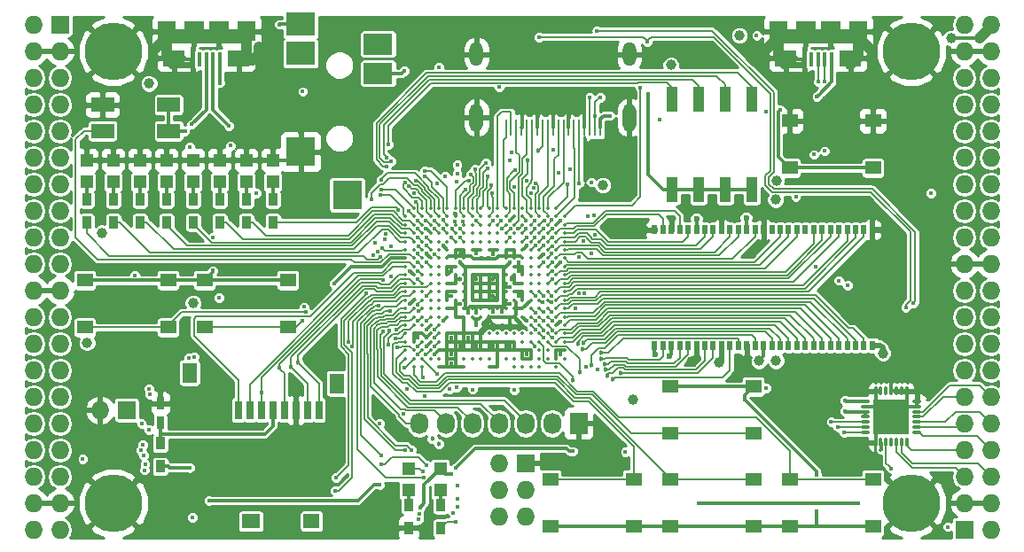
<source format=gtl>
G04 #@! TF.FileFunction,Copper,L1,Top,Signal*
%FSLAX46Y46*%
G04 Gerber Fmt 4.6, Leading zero omitted, Abs format (unit mm)*
G04 Created by KiCad (PCBNEW 4.0.7+dfsg1-1) date Tue Oct  3 01:48:17 2017*
%MOMM*%
%LPD*%
G01*
G04 APERTURE LIST*
%ADD10C,0.100000*%
%ADD11R,0.700000X1.800000*%
%ADD12R,1.600000X1.400000*%
%ADD13R,1.800000X1.400000*%
%ADD14R,1.400000X1.900000*%
%ADD15R,1.198880X1.198880*%
%ADD16R,0.560000X0.900000*%
%ADD17R,1.727200X1.727200*%
%ADD18O,1.727200X1.727200*%
%ADD19C,5.500000*%
%ADD20R,2.200000X1.400000*%
%ADD21R,0.900000X1.200000*%
%ADD22R,0.750000X1.200000*%
%ADD23R,2.100000X1.600000*%
%ADD24R,1.900000X1.900000*%
%ADD25R,0.400000X1.350000*%
%ADD26R,1.800000X1.900000*%
%ADD27O,0.850000X0.300000*%
%ADD28O,0.300000X0.850000*%
%ADD29R,1.675000X1.675000*%
%ADD30C,0.350000*%
%ADD31R,1.727200X2.032000*%
%ADD32O,1.727200X2.032000*%
%ADD33R,2.800000X2.200000*%
%ADD34R,2.800000X2.800000*%
%ADD35R,2.800000X2.000000*%
%ADD36O,1.300000X2.700000*%
%ADD37O,1.300000X2.300000*%
%ADD38R,0.250000X1.600000*%
%ADD39R,1.550000X1.300000*%
%ADD40R,1.120000X2.440000*%
%ADD41C,1.000000*%
%ADD42C,0.400000*%
%ADD43C,0.600000*%
%ADD44C,0.454000*%
%ADD45C,1.000000*%
%ADD46C,0.300000*%
%ADD47C,0.600000*%
%ADD48C,0.500000*%
%ADD49C,0.190000*%
%ADD50C,0.200000*%
%ADD51C,0.254000*%
G04 APERTURE END LIST*
D10*
D11*
X114930000Y-99520000D03*
X116030000Y-99520000D03*
X117130000Y-99520000D03*
X118230000Y-99520000D03*
X119330000Y-99520000D03*
X120430000Y-99520000D03*
X121530000Y-99520000D03*
X122630000Y-99520000D03*
D12*
X121920000Y-110120000D03*
D13*
X116120000Y-110120000D03*
D14*
X124320000Y-96970000D03*
X110270000Y-95970000D03*
D15*
X118230000Y-77709020D03*
X118230000Y-75610980D03*
X115690000Y-77709020D03*
X115690000Y-75610980D03*
X113150000Y-77709020D03*
X113150000Y-75610980D03*
X110610000Y-77709020D03*
X110610000Y-75610980D03*
X108070000Y-77709020D03*
X108070000Y-75610980D03*
X105530000Y-77709020D03*
X105530000Y-75610980D03*
X102990000Y-77709020D03*
X102990000Y-75610980D03*
X100450000Y-77709020D03*
X100450000Y-75610980D03*
D16*
X175480000Y-82270000D03*
X154680000Y-93330000D03*
X155480000Y-93330000D03*
X156280000Y-93330000D03*
X157080000Y-93330000D03*
X157880000Y-93330000D03*
X158680000Y-93330000D03*
X159480000Y-93330000D03*
X160280000Y-93330000D03*
X161080000Y-93330000D03*
X161880000Y-93330000D03*
X162680000Y-93330000D03*
X163480000Y-93330000D03*
X164280000Y-93330000D03*
X165080000Y-93330000D03*
X165880000Y-93330000D03*
X166680000Y-93330000D03*
X167480000Y-93330000D03*
X168280000Y-93330000D03*
X169080000Y-93330000D03*
X169880000Y-93330000D03*
X170680000Y-93330000D03*
X171480000Y-93330000D03*
X172280000Y-93330000D03*
X173080000Y-93330000D03*
X173880000Y-93330000D03*
X174680000Y-93330000D03*
X175480000Y-93330000D03*
X174680000Y-82270000D03*
X173880000Y-82270000D03*
X173080000Y-82270000D03*
X172280000Y-82270000D03*
X171480000Y-82270000D03*
X170680000Y-82270000D03*
X169880000Y-82270000D03*
X169080000Y-82270000D03*
X168280000Y-82270000D03*
X167480000Y-82270000D03*
X166680000Y-82270000D03*
X165880000Y-82270000D03*
X165080000Y-82270000D03*
X164280000Y-82270000D03*
X163480000Y-82270000D03*
X162680000Y-82270000D03*
X161880000Y-82270000D03*
X161080000Y-82270000D03*
X160280000Y-82270000D03*
X159480000Y-82270000D03*
X158680000Y-82270000D03*
X157880000Y-82270000D03*
X157080000Y-82270000D03*
X156280000Y-82270000D03*
X155480000Y-82270000D03*
X154680000Y-82270000D03*
D17*
X97910000Y-62690000D03*
D18*
X95370000Y-62690000D03*
X97910000Y-65230000D03*
X95370000Y-65230000D03*
X97910000Y-67770000D03*
X95370000Y-67770000D03*
X97910000Y-70310000D03*
X95370000Y-70310000D03*
X97910000Y-72850000D03*
X95370000Y-72850000D03*
X97910000Y-75390000D03*
X95370000Y-75390000D03*
X97910000Y-77930000D03*
X95370000Y-77930000D03*
X97910000Y-80470000D03*
X95370000Y-80470000D03*
X97910000Y-83010000D03*
X95370000Y-83010000D03*
X97910000Y-85550000D03*
X95370000Y-85550000D03*
X97910000Y-88090000D03*
X95370000Y-88090000D03*
X97910000Y-90630000D03*
X95370000Y-90630000D03*
X97910000Y-93170000D03*
X95370000Y-93170000D03*
X97910000Y-95710000D03*
X95370000Y-95710000D03*
X97910000Y-98250000D03*
X95370000Y-98250000D03*
X97910000Y-100790000D03*
X95370000Y-100790000D03*
X97910000Y-103330000D03*
X95370000Y-103330000D03*
X97910000Y-105870000D03*
X95370000Y-105870000D03*
X97910000Y-108410000D03*
X95370000Y-108410000D03*
X97910000Y-110950000D03*
X95370000Y-110950000D03*
D17*
X184270000Y-110950000D03*
D18*
X186810000Y-110950000D03*
X184270000Y-108410000D03*
X186810000Y-108410000D03*
X184270000Y-105870000D03*
X186810000Y-105870000D03*
X184270000Y-103330000D03*
X186810000Y-103330000D03*
X184270000Y-100790000D03*
X186810000Y-100790000D03*
X184270000Y-98250000D03*
X186810000Y-98250000D03*
X184270000Y-95710000D03*
X186810000Y-95710000D03*
X184270000Y-93170000D03*
X186810000Y-93170000D03*
X184270000Y-90630000D03*
X186810000Y-90630000D03*
X184270000Y-88090000D03*
X186810000Y-88090000D03*
X184270000Y-85550000D03*
X186810000Y-85550000D03*
X184270000Y-83010000D03*
X186810000Y-83010000D03*
X184270000Y-80470000D03*
X186810000Y-80470000D03*
X184270000Y-77930000D03*
X186810000Y-77930000D03*
X184270000Y-75390000D03*
X186810000Y-75390000D03*
X184270000Y-72850000D03*
X186810000Y-72850000D03*
X184270000Y-70310000D03*
X186810000Y-70310000D03*
X184270000Y-67770000D03*
X186810000Y-67770000D03*
X184270000Y-65230000D03*
X186810000Y-65230000D03*
X184270000Y-62690000D03*
X186810000Y-62690000D03*
D19*
X102990000Y-108410000D03*
X179190000Y-108410000D03*
X179190000Y-65230000D03*
X102990000Y-65230000D03*
D20*
X108274000Y-70330000D03*
X101974000Y-70330000D03*
X101974000Y-72830000D03*
X108274000Y-72830000D03*
D17*
X104260000Y-99520000D03*
D18*
X101720000Y-99520000D03*
D15*
X131184000Y-105074980D03*
X131184000Y-107173020D03*
X134232000Y-107173020D03*
X134232000Y-105074980D03*
D21*
X131184000Y-108580000D03*
X131184000Y-110780000D03*
X134232000Y-110780000D03*
X134232000Y-108580000D03*
D22*
X107480000Y-100750000D03*
X107480000Y-98850000D03*
D21*
X107480000Y-102700000D03*
X107480000Y-104900000D03*
D23*
X114980000Y-65875000D03*
X108780000Y-65875000D03*
D24*
X113080000Y-63325000D03*
X110680000Y-63325000D03*
D25*
X113180000Y-66000000D03*
X112530000Y-66000000D03*
X111880000Y-66000000D03*
X111230000Y-66000000D03*
X110580000Y-66000000D03*
D26*
X115680000Y-63325000D03*
X108080000Y-63325000D03*
D23*
X173400000Y-65875000D03*
X167200000Y-65875000D03*
D24*
X171500000Y-63325000D03*
X169100000Y-63325000D03*
D25*
X171600000Y-66000000D03*
X170950000Y-66000000D03*
X170300000Y-66000000D03*
X169650000Y-66000000D03*
X169000000Y-66000000D03*
D26*
X174100000Y-63325000D03*
X166500000Y-63325000D03*
D17*
X142360000Y-104600000D03*
D18*
X139820000Y-104600000D03*
X142360000Y-107140000D03*
X139820000Y-107140000D03*
X142360000Y-109680000D03*
X139820000Y-109680000D03*
D21*
X118230000Y-81570000D03*
X118230000Y-79370000D03*
X115690000Y-81570000D03*
X115690000Y-79370000D03*
X113150000Y-81570000D03*
X113150000Y-79370000D03*
X110610000Y-81570000D03*
X110610000Y-79370000D03*
X108070000Y-81570000D03*
X108070000Y-79370000D03*
X105530000Y-81570000D03*
X105530000Y-79370000D03*
X102990000Y-81570000D03*
X102990000Y-79370000D03*
X100450000Y-81570000D03*
X100450000Y-79370000D03*
D27*
X179735000Y-101655000D03*
X179735000Y-101155000D03*
X179735000Y-100655000D03*
X179735000Y-100155000D03*
X179735000Y-99655000D03*
X179735000Y-99155000D03*
X179735000Y-98655000D03*
D28*
X178785000Y-97705000D03*
X178285000Y-97705000D03*
X177785000Y-97705000D03*
X177285000Y-97705000D03*
X176785000Y-97705000D03*
X176285000Y-97705000D03*
X175785000Y-97705000D03*
D27*
X174835000Y-98655000D03*
X174835000Y-99155000D03*
X174835000Y-99655000D03*
X174835000Y-100155000D03*
X174835000Y-100655000D03*
X174835000Y-101155000D03*
X174835000Y-101655000D03*
D28*
X175785000Y-102605000D03*
X176285000Y-102605000D03*
X176785000Y-102605000D03*
X177285000Y-102605000D03*
X177785000Y-102605000D03*
X178285000Y-102605000D03*
X178785000Y-102605000D03*
D29*
X176447500Y-99317500D03*
X176447500Y-100992500D03*
X178122500Y-99317500D03*
X178122500Y-100992500D03*
D30*
X131680000Y-80200000D03*
X132480000Y-80200000D03*
X133280000Y-80200000D03*
X134080000Y-80200000D03*
X134880000Y-80200000D03*
X135680000Y-80200000D03*
X136480000Y-80200000D03*
X137280000Y-80200000D03*
X138080000Y-80200000D03*
X138880000Y-80200000D03*
X139680000Y-80200000D03*
X140480000Y-80200000D03*
X141280000Y-80200000D03*
X142080000Y-80200000D03*
X142880000Y-80200000D03*
X143680000Y-80200000D03*
X144480000Y-80200000D03*
X145280000Y-80200000D03*
X130880000Y-81000000D03*
X131680000Y-81000000D03*
X132480000Y-81000000D03*
X133280000Y-81000000D03*
X134080000Y-81000000D03*
X134880000Y-81000000D03*
X135680000Y-81000000D03*
X136480000Y-81000000D03*
X137280000Y-81000000D03*
X138080000Y-81000000D03*
X138880000Y-81000000D03*
X139680000Y-81000000D03*
X140480000Y-81000000D03*
X141280000Y-81000000D03*
X142080000Y-81000000D03*
X142880000Y-81000000D03*
X143680000Y-81000000D03*
X144480000Y-81000000D03*
X145280000Y-81000000D03*
X146080000Y-81000000D03*
X130880000Y-81800000D03*
X131680000Y-81800000D03*
X132480000Y-81800000D03*
X133280000Y-81800000D03*
X134080000Y-81800000D03*
X134880000Y-81800000D03*
X135680000Y-81800000D03*
X136480000Y-81800000D03*
X137280000Y-81800000D03*
X138080000Y-81800000D03*
X138880000Y-81800000D03*
X139680000Y-81800000D03*
X140480000Y-81800000D03*
X141280000Y-81800000D03*
X142080000Y-81800000D03*
X142880000Y-81800000D03*
X143680000Y-81800000D03*
X144480000Y-81800000D03*
X145280000Y-81800000D03*
X146080000Y-81800000D03*
X130880000Y-82600000D03*
X131680000Y-82600000D03*
X132480000Y-82600000D03*
X133280000Y-82600000D03*
X134080000Y-82600000D03*
X134880000Y-82600000D03*
X135680000Y-82600000D03*
X136480000Y-82600000D03*
X137280000Y-82600000D03*
X138080000Y-82600000D03*
X138880000Y-82600000D03*
X139680000Y-82600000D03*
X140480000Y-82600000D03*
X141280000Y-82600000D03*
X142080000Y-82600000D03*
X142880000Y-82600000D03*
X143680000Y-82600000D03*
X144480000Y-82600000D03*
X145280000Y-82600000D03*
X146080000Y-82600000D03*
X130880000Y-83400000D03*
X131680000Y-83400000D03*
X132480000Y-83400000D03*
X133280000Y-83400000D03*
X134080000Y-83400000D03*
X134880000Y-83400000D03*
X135680000Y-83400000D03*
X136480000Y-83400000D03*
X137280000Y-83400000D03*
X138080000Y-83400000D03*
X138880000Y-83400000D03*
X139680000Y-83400000D03*
X140480000Y-83400000D03*
X141280000Y-83400000D03*
X142080000Y-83400000D03*
X142880000Y-83400000D03*
X143680000Y-83400000D03*
X144480000Y-83400000D03*
X145280000Y-83400000D03*
X146080000Y-83400000D03*
X130880000Y-84200000D03*
X131680000Y-84200000D03*
X132480000Y-84200000D03*
X133280000Y-84200000D03*
X134080000Y-84200000D03*
X134880000Y-84200000D03*
X135680000Y-84200000D03*
X136480000Y-84200000D03*
X137280000Y-84200000D03*
X138080000Y-84200000D03*
X138880000Y-84200000D03*
X139680000Y-84200000D03*
X140480000Y-84200000D03*
X141280000Y-84200000D03*
X142080000Y-84200000D03*
X142880000Y-84200000D03*
X143680000Y-84200000D03*
X144480000Y-84200000D03*
X145280000Y-84200000D03*
X146080000Y-84200000D03*
X130880000Y-85000000D03*
X131680000Y-85000000D03*
X132480000Y-85000000D03*
X133280000Y-85000000D03*
X134080000Y-85000000D03*
X134880000Y-85000000D03*
X135680000Y-85000000D03*
X136480000Y-85000000D03*
X137280000Y-85000000D03*
X138080000Y-85000000D03*
X138880000Y-85000000D03*
X139680000Y-85000000D03*
X140480000Y-85000000D03*
X141280000Y-85000000D03*
X142080000Y-85000000D03*
X142880000Y-85000000D03*
X143680000Y-85000000D03*
X144480000Y-85000000D03*
X145280000Y-85000000D03*
X146080000Y-85000000D03*
X130880000Y-85800000D03*
X131680000Y-85800000D03*
X132480000Y-85800000D03*
X133280000Y-85800000D03*
X134080000Y-85800000D03*
X134880000Y-85800000D03*
X135680000Y-85800000D03*
X136480000Y-85800000D03*
X137280000Y-85800000D03*
X138080000Y-85800000D03*
X138880000Y-85800000D03*
X139680000Y-85800000D03*
X140480000Y-85800000D03*
X141280000Y-85800000D03*
X142080000Y-85800000D03*
X142880000Y-85800000D03*
X143680000Y-85800000D03*
X144480000Y-85800000D03*
X145280000Y-85800000D03*
X146080000Y-85800000D03*
X130880000Y-86600000D03*
X131680000Y-86600000D03*
X132480000Y-86600000D03*
X133280000Y-86600000D03*
X134080000Y-86600000D03*
X134880000Y-86600000D03*
X135680000Y-86600000D03*
X136480000Y-86600000D03*
X137280000Y-86600000D03*
X138080000Y-86600000D03*
X138880000Y-86600000D03*
X139680000Y-86600000D03*
X140480000Y-86600000D03*
X141280000Y-86600000D03*
X142080000Y-86600000D03*
X142880000Y-86600000D03*
X143680000Y-86600000D03*
X144480000Y-86600000D03*
X145280000Y-86600000D03*
X146080000Y-86600000D03*
X130880000Y-87400000D03*
X131680000Y-87400000D03*
X132480000Y-87400000D03*
X133280000Y-87400000D03*
X134080000Y-87400000D03*
X134880000Y-87400000D03*
X135680000Y-87400000D03*
X136480000Y-87400000D03*
X137280000Y-87400000D03*
X138080000Y-87400000D03*
X138880000Y-87400000D03*
X139680000Y-87400000D03*
X140480000Y-87400000D03*
X141280000Y-87400000D03*
X142080000Y-87400000D03*
X142880000Y-87400000D03*
X143680000Y-87400000D03*
X144480000Y-87400000D03*
X145280000Y-87400000D03*
X146080000Y-87400000D03*
X130880000Y-88200000D03*
X131680000Y-88200000D03*
X132480000Y-88200000D03*
X133280000Y-88200000D03*
X134080000Y-88200000D03*
X134880000Y-88200000D03*
X135680000Y-88200000D03*
X136480000Y-88200000D03*
X137280000Y-88200000D03*
X138080000Y-88200000D03*
X138880000Y-88200000D03*
X139680000Y-88200000D03*
X140480000Y-88200000D03*
X141280000Y-88200000D03*
X142080000Y-88200000D03*
X142880000Y-88200000D03*
X143680000Y-88200000D03*
X144480000Y-88200000D03*
X145280000Y-88200000D03*
X146080000Y-88200000D03*
X130880000Y-89000000D03*
X131680000Y-89000000D03*
X132480000Y-89000000D03*
X133280000Y-89000000D03*
X134080000Y-89000000D03*
X134880000Y-89000000D03*
X135680000Y-89000000D03*
X136480000Y-89000000D03*
X137280000Y-89000000D03*
X138080000Y-89000000D03*
X138880000Y-89000000D03*
X139680000Y-89000000D03*
X140480000Y-89000000D03*
X141280000Y-89000000D03*
X142080000Y-89000000D03*
X142880000Y-89000000D03*
X143680000Y-89000000D03*
X144480000Y-89000000D03*
X145280000Y-89000000D03*
X146080000Y-89000000D03*
X130880000Y-89800000D03*
X131680000Y-89800000D03*
X132480000Y-89800000D03*
X133280000Y-89800000D03*
X134080000Y-89800000D03*
X134880000Y-89800000D03*
X135680000Y-89800000D03*
X136480000Y-89800000D03*
X137280000Y-89800000D03*
X138080000Y-89800000D03*
X138880000Y-89800000D03*
X139680000Y-89800000D03*
X140480000Y-89800000D03*
X141280000Y-89800000D03*
X142080000Y-89800000D03*
X142880000Y-89800000D03*
X143680000Y-89800000D03*
X144480000Y-89800000D03*
X145280000Y-89800000D03*
X146080000Y-89800000D03*
X130880000Y-90600000D03*
X131680000Y-90600000D03*
X132480000Y-90600000D03*
X133280000Y-90600000D03*
X134080000Y-90600000D03*
X134880000Y-90600000D03*
X135680000Y-90600000D03*
X136480000Y-90600000D03*
X137280000Y-90600000D03*
X138080000Y-90600000D03*
X138880000Y-90600000D03*
X139680000Y-90600000D03*
X140480000Y-90600000D03*
X141280000Y-90600000D03*
X142080000Y-90600000D03*
X142880000Y-90600000D03*
X143680000Y-90600000D03*
X144480000Y-90600000D03*
X145280000Y-90600000D03*
X146080000Y-90600000D03*
X130880000Y-91400000D03*
X131680000Y-91400000D03*
X132480000Y-91400000D03*
X133280000Y-91400000D03*
X134080000Y-91400000D03*
X142880000Y-91400000D03*
X143680000Y-91400000D03*
X144480000Y-91400000D03*
X145280000Y-91400000D03*
X146080000Y-91400000D03*
X130880000Y-92200000D03*
X131680000Y-92200000D03*
X132480000Y-92200000D03*
X133280000Y-92200000D03*
X134080000Y-92200000D03*
X134880000Y-92200000D03*
X135680000Y-92200000D03*
X136480000Y-92200000D03*
X137280000Y-92200000D03*
X138080000Y-92200000D03*
X138880000Y-92200000D03*
X139680000Y-92200000D03*
X140480000Y-92200000D03*
X141280000Y-92200000D03*
X142080000Y-92200000D03*
X142880000Y-92200000D03*
X143680000Y-92200000D03*
X144480000Y-92200000D03*
X145280000Y-92200000D03*
X146080000Y-92200000D03*
X130880000Y-93000000D03*
X131680000Y-93000000D03*
X132480000Y-93000000D03*
X133280000Y-93000000D03*
X134080000Y-93000000D03*
X134880000Y-93000000D03*
X135680000Y-93000000D03*
X136480000Y-93000000D03*
X137280000Y-93000000D03*
X138080000Y-93000000D03*
X138880000Y-93000000D03*
X139680000Y-93000000D03*
X140480000Y-93000000D03*
X141280000Y-93000000D03*
X142080000Y-93000000D03*
X142880000Y-93000000D03*
X143680000Y-93000000D03*
X144480000Y-93000000D03*
X145280000Y-93000000D03*
X146080000Y-93000000D03*
X130880000Y-93800000D03*
X131680000Y-93800000D03*
X132480000Y-93800000D03*
X133280000Y-93800000D03*
X134080000Y-93800000D03*
X134880000Y-93800000D03*
X135680000Y-93800000D03*
X136480000Y-93800000D03*
X137280000Y-93800000D03*
X138080000Y-93800000D03*
X138880000Y-93800000D03*
X139680000Y-93800000D03*
X140480000Y-93800000D03*
X141280000Y-93800000D03*
X142080000Y-93800000D03*
X142880000Y-93800000D03*
X143680000Y-93800000D03*
X144480000Y-93800000D03*
X145280000Y-93800000D03*
X146080000Y-93800000D03*
X130880000Y-94600000D03*
X131680000Y-94600000D03*
X132480000Y-94600000D03*
X133280000Y-94600000D03*
X134080000Y-94600000D03*
X134880000Y-94600000D03*
X135680000Y-94600000D03*
X136480000Y-94600000D03*
X137280000Y-94600000D03*
X138080000Y-94600000D03*
X138880000Y-94600000D03*
X139680000Y-94600000D03*
X140480000Y-94600000D03*
X141280000Y-94600000D03*
X142080000Y-94600000D03*
X142880000Y-94600000D03*
X143680000Y-94600000D03*
X144480000Y-94600000D03*
X145280000Y-94600000D03*
X146080000Y-94600000D03*
X131680000Y-95400000D03*
X132480000Y-95400000D03*
X134080000Y-95400000D03*
X134880000Y-95400000D03*
X135680000Y-95400000D03*
X136480000Y-95400000D03*
X138880000Y-95400000D03*
X139680000Y-95400000D03*
X141280000Y-95400000D03*
X142080000Y-95400000D03*
X142880000Y-95400000D03*
X143680000Y-95400000D03*
X145280000Y-95400000D03*
D31*
X147440000Y-100790000D03*
D32*
X144900000Y-100790000D03*
X142360000Y-100790000D03*
X139820000Y-100790000D03*
X137280000Y-100790000D03*
X134740000Y-100790000D03*
X132200000Y-100790000D03*
D33*
X120880000Y-62640000D03*
X120880000Y-65440000D03*
D34*
X120880000Y-74840000D03*
X125330000Y-78940000D03*
D35*
X128280000Y-67340000D03*
X128280000Y-64540000D03*
D36*
X152280000Y-71550000D03*
X137680000Y-71550000D03*
D37*
X137680000Y-65500000D03*
D38*
X140480000Y-72500000D03*
X140980000Y-72500000D03*
X141480000Y-72500000D03*
X141980000Y-72500000D03*
X142480000Y-72500000D03*
X142980000Y-72500000D03*
X143480000Y-72500000D03*
X143980000Y-72500000D03*
X144480000Y-72500000D03*
X144980000Y-72500000D03*
X145480000Y-72500000D03*
X145980000Y-72500000D03*
X146480000Y-72500000D03*
X146980000Y-72500000D03*
X147480000Y-72500000D03*
X147980000Y-72500000D03*
X148480000Y-72500000D03*
X148980000Y-72500000D03*
X149480000Y-72500000D03*
D37*
X152280000Y-65500000D03*
D39*
X175550000Y-71870000D03*
X175550000Y-76370000D03*
X167590000Y-76370000D03*
X167590000Y-71870000D03*
X100280000Y-91610000D03*
X100280000Y-87110000D03*
X108240000Y-87110000D03*
X108240000Y-91610000D03*
X111710000Y-91610000D03*
X111710000Y-87110000D03*
X119670000Y-87110000D03*
X119670000Y-91610000D03*
X156160000Y-101770000D03*
X156160000Y-97270000D03*
X164120000Y-97270000D03*
X164120000Y-101770000D03*
X164120000Y-106160000D03*
X164120000Y-110660000D03*
X156160000Y-110660000D03*
X156160000Y-106160000D03*
X152690000Y-106160000D03*
X152690000Y-110660000D03*
X144730000Y-110660000D03*
X144730000Y-106160000D03*
X175550000Y-106160000D03*
X175550000Y-110660000D03*
X167590000Y-110660000D03*
X167590000Y-106160000D03*
D40*
X163950000Y-69815000D03*
X156330000Y-78425000D03*
X161410000Y-69815000D03*
X158870000Y-78425000D03*
X158870000Y-69815000D03*
X161410000Y-78425000D03*
X156330000Y-69815000D03*
X163950000Y-78425000D03*
D41*
X116880503Y-64802940D03*
X106974809Y-64953974D03*
X175210328Y-64948943D03*
X165417246Y-64954666D03*
D42*
X175495631Y-71457432D03*
X139575609Y-69792857D03*
X146468970Y-70993942D03*
X144978424Y-71024054D03*
X143480350Y-71016526D03*
X142000564Y-71008511D03*
X113273209Y-99681387D03*
X147987361Y-71377791D03*
X144102010Y-84600000D03*
X132880424Y-84561218D03*
X135567436Y-80702302D03*
X132810347Y-82177990D03*
X145713035Y-91022010D03*
X145680000Y-94177990D03*
X177285000Y-95710000D03*
D41*
X177229911Y-82281349D03*
D42*
X170046000Y-85804000D03*
D43*
X164741832Y-81130572D03*
D42*
X120770000Y-72215000D03*
X133216000Y-109934000D03*
D43*
X161067993Y-81216119D03*
D41*
X158233687Y-94852616D03*
X162992748Y-94820185D03*
D43*
X156280000Y-81210838D03*
D42*
X131254529Y-86251357D03*
X140880000Y-81400000D03*
X136085174Y-89394826D03*
X145680000Y-81400000D03*
X120430000Y-97050000D03*
X150080000Y-81600000D03*
X131280000Y-89400000D03*
X133690245Y-94180159D03*
D44*
X139312644Y-91359700D03*
D42*
X140874194Y-91433353D03*
X145680000Y-85422010D03*
X135280000Y-95000000D03*
X135280000Y-94200000D03*
X142480000Y-94200000D03*
X140880000Y-93400000D03*
X139280000Y-93400000D03*
X137680000Y-93400000D03*
X136080000Y-93400000D03*
X136880000Y-92600000D03*
X135280000Y-92600000D03*
X132880000Y-91800000D03*
X132880000Y-93400000D03*
D44*
X141042859Y-86994997D03*
X139280000Y-87000000D03*
X136110990Y-86995403D03*
X139280000Y-88600000D03*
X137680000Y-87000000D03*
X136080000Y-84600000D03*
D41*
X166321614Y-77572282D03*
X166248957Y-79408030D03*
X156235582Y-66548363D03*
X101932065Y-82585048D03*
X106417803Y-68312483D03*
X166280000Y-94800000D03*
D42*
X112134000Y-108156000D03*
X128390000Y-106632000D03*
X150457224Y-71377791D03*
X172289562Y-87124051D03*
D41*
X183005038Y-63965038D03*
X162787481Y-63718486D03*
D42*
X172834633Y-99599920D03*
X172879922Y-98618650D03*
X176305593Y-103279812D03*
X165349214Y-97422919D03*
D41*
X160875897Y-94988750D03*
D42*
X164433885Y-63737451D03*
X139820000Y-68665673D03*
X148639876Y-77729346D03*
D41*
X149751640Y-78029346D03*
D42*
X134079160Y-66786153D03*
X109828000Y-72830000D03*
X116654336Y-78777990D03*
D41*
X176474303Y-94069095D03*
D42*
X173094000Y-87582000D03*
D41*
X100479904Y-93063904D03*
D43*
X163422030Y-81120665D03*
X154726292Y-94171363D03*
X156077107Y-94380779D03*
X158680000Y-81210838D03*
D42*
X112515000Y-83010000D03*
X181065000Y-78785000D03*
X128441330Y-100795881D03*
X110529662Y-109760338D03*
X110280000Y-105000000D03*
X100080000Y-104200000D03*
X113080000Y-88800000D03*
D41*
X164653770Y-94825547D03*
D42*
X137665894Y-91402446D03*
X135273306Y-88618602D03*
X139272517Y-84611349D03*
X137680556Y-84534085D03*
X141680000Y-86200000D03*
X135280000Y-86200000D03*
X132880000Y-92600000D03*
X132080000Y-92600000D03*
X141680000Y-88600000D03*
X141680000Y-85400000D03*
D41*
X152621047Y-98519969D03*
D42*
X136885174Y-90194826D03*
X140094890Y-90122990D03*
X139280000Y-90122990D03*
X140880000Y-89400000D03*
X137680000Y-90172990D03*
X140880000Y-87800000D03*
X140880000Y-85400000D03*
D44*
X136080000Y-85400000D03*
D42*
X121369010Y-90164222D03*
X130022933Y-91834237D03*
X121036481Y-91008234D03*
X129902064Y-92678248D03*
D41*
X110617371Y-89287199D03*
D42*
X142480000Y-91000000D03*
X142480000Y-83800000D03*
X134480000Y-83800000D03*
X134480000Y-91000000D03*
X105037711Y-86632990D03*
X155149360Y-71764535D03*
X121086654Y-69078528D03*
X170182962Y-69571012D03*
X174110000Y-108410000D03*
X158870000Y-108410000D03*
X135884156Y-106696010D03*
X137288700Y-97538741D03*
X133680000Y-91800000D03*
D44*
X134074414Y-102752225D03*
D42*
X135085458Y-97531790D03*
X135855186Y-108022639D03*
D44*
X133449289Y-102232615D03*
D42*
X133680000Y-92600000D03*
X132752670Y-98178920D03*
X128610113Y-104714568D03*
X132918584Y-104800000D03*
X135853254Y-108792386D03*
X133685668Y-93402482D03*
X130714529Y-99901000D03*
X131039363Y-97487286D03*
X135471949Y-109365878D03*
X132846234Y-94197073D03*
X118858690Y-62658970D03*
X130761990Y-67119621D03*
X148477832Y-69619684D03*
X149475951Y-69619684D03*
X148991194Y-71377791D03*
X153984196Y-64280063D03*
X153322343Y-68673419D03*
X143650666Y-63862520D03*
X178665908Y-89713903D03*
X149183754Y-63257114D03*
X179375977Y-89317806D03*
X140035989Y-81400000D03*
X128776655Y-87110882D03*
X132077895Y-86272150D03*
X117121665Y-97817265D03*
X118843798Y-95498222D03*
D44*
X119978162Y-95412951D03*
X120634035Y-94977604D03*
D42*
X113212238Y-68244401D03*
X166678914Y-70803555D03*
X146387166Y-77939336D03*
X147480000Y-77822010D03*
X131453853Y-103296209D03*
X144891634Y-91008466D03*
D44*
X148653935Y-95249010D03*
X149565978Y-94054788D03*
D42*
X144867244Y-90164455D03*
D44*
X150720500Y-96575802D03*
D42*
X144890381Y-83866022D03*
D44*
X151448039Y-95951686D03*
D42*
X144894101Y-83022010D03*
D44*
X150149219Y-96229829D03*
D42*
X144901285Y-86268736D03*
D44*
X150033441Y-95660469D03*
D42*
X144888562Y-86993817D03*
D44*
X149952517Y-95085120D03*
D42*
X144877648Y-88622010D03*
D44*
X149584522Y-94635504D03*
D42*
X144810610Y-89177990D03*
X144895773Y-91874444D03*
D44*
X147777713Y-93691005D03*
X147356233Y-93219138D03*
D42*
X144102010Y-92600000D03*
D44*
X147915304Y-93060979D03*
D42*
X144882352Y-92577990D03*
X130807074Y-95454141D03*
X130141304Y-93529144D03*
X132080000Y-93400000D03*
X129254670Y-93244631D03*
X133919980Y-96038729D03*
X141280000Y-97600000D03*
X132572818Y-96383863D03*
X135770000Y-97338127D03*
X132080000Y-94200000D03*
X128669601Y-84020243D03*
X105906712Y-103816552D03*
X129459184Y-90039192D03*
X132080000Y-89444020D03*
X130839486Y-103354982D03*
X128602801Y-103872537D03*
X128321313Y-89539949D03*
X132656192Y-105976192D03*
X132880000Y-88600000D03*
X127145130Y-88379076D03*
X124253981Y-105982535D03*
X132080000Y-87000000D03*
X125827283Y-93452662D03*
X124202418Y-107207639D03*
D44*
X142530990Y-75662841D03*
X143525587Y-74749772D03*
D42*
X110313517Y-74380698D03*
X132146108Y-109940263D03*
X114166000Y-74247000D03*
X132189000Y-109415000D03*
X135567436Y-81489225D03*
X135767546Y-77648547D03*
X134702010Y-77200000D03*
X134471354Y-81347908D03*
X132761172Y-77202673D03*
X132737245Y-76676207D03*
X128545566Y-77476577D03*
X127643658Y-79355564D03*
X110718734Y-94451783D03*
X128515897Y-78994176D03*
X110193102Y-94489889D03*
X128569727Y-78469921D03*
X106412639Y-97453606D03*
X131230910Y-78113843D03*
X106479997Y-97976296D03*
X131709326Y-78745875D03*
X132783332Y-81399993D03*
X129016746Y-82660638D03*
X105679715Y-100783924D03*
X132084821Y-83022010D03*
X128948848Y-83183258D03*
X106401171Y-101377901D03*
X132886504Y-83777990D03*
X129513931Y-83860979D03*
X105803161Y-102850427D03*
X132117443Y-83866021D03*
X127966259Y-83527946D03*
X105651866Y-103355255D03*
X132079996Y-84503337D03*
X128256283Y-84387285D03*
X106023598Y-104697574D03*
X133671942Y-84595200D03*
X127824162Y-84688968D03*
X105973679Y-105248709D03*
X132875802Y-85428138D03*
D44*
X146862501Y-96617499D03*
X147534467Y-95913260D03*
D42*
X148102806Y-95339021D03*
X143280000Y-91000000D03*
X149207706Y-95605291D03*
X144082424Y-90132858D03*
X143989948Y-89177990D03*
X147125926Y-89802879D03*
X143281824Y-90201951D03*
X144102010Y-85397219D03*
X147422472Y-84858593D03*
X144886544Y-85385186D03*
X144102010Y-83000000D03*
X148975652Y-82755341D03*
X144885092Y-82177990D03*
X147470668Y-88324835D03*
X144082832Y-88584510D03*
X147997681Y-88324844D03*
X143278026Y-88595030D03*
X144102010Y-82185600D03*
X148935852Y-80899014D03*
X148337768Y-80975785D03*
X144866392Y-81333979D03*
X139280000Y-81400000D03*
X139145358Y-78809170D03*
X139040624Y-78036724D03*
X138723613Y-77165705D03*
X138593844Y-75910161D03*
X138716105Y-76425854D03*
X137680000Y-81400000D03*
X137538026Y-76510532D03*
X137116016Y-76974740D03*
X136928568Y-77562978D03*
X136634118Y-78451672D03*
X135830689Y-76094515D03*
X136411444Y-81497309D03*
X148668800Y-84550385D03*
X144877691Y-84532933D03*
X144102010Y-83800000D03*
X147894174Y-83335809D03*
X142851623Y-78759750D03*
X142473549Y-82998913D03*
X143105106Y-78295223D03*
X142396423Y-82191394D03*
X145494012Y-76834828D03*
X144146021Y-81374784D03*
X143331797Y-77819457D03*
X146627648Y-76461302D03*
X143257990Y-82207154D03*
X143257990Y-81379632D03*
X145017056Y-74655847D03*
X141318978Y-78199263D03*
X141657990Y-82130345D03*
X142413979Y-81382236D03*
X140080000Y-82200000D03*
X141342967Y-76554996D03*
X141046643Y-74873804D03*
X140864029Y-83041403D03*
X140890207Y-75681941D03*
X140924011Y-82179283D03*
X129542604Y-86703515D03*
X132880000Y-83022010D03*
X132080000Y-82177990D03*
X132080000Y-81400000D03*
X131847310Y-79589886D03*
X130856828Y-77742623D03*
X131923295Y-77584853D03*
X133654358Y-82177990D03*
X133627343Y-81396408D03*
X129336756Y-91938993D03*
X132880000Y-91000000D03*
X128765088Y-92004296D03*
X132077648Y-90977990D03*
X130196821Y-80377733D03*
X131180000Y-80500000D03*
X128489708Y-84867377D03*
X132079620Y-85428138D03*
X165326966Y-71026598D03*
X134501414Y-82177578D03*
X133922194Y-77854836D03*
X135680000Y-110200000D03*
X146844288Y-103452739D03*
X132540000Y-105400000D03*
X135680000Y-105037990D03*
X132280000Y-108800000D03*
X135248000Y-105616000D03*
X112515000Y-86185000D03*
X163277422Y-98501717D03*
X170126036Y-109212466D03*
X170157734Y-105666345D03*
X169895346Y-75092988D03*
X143257990Y-83000000D03*
X168166438Y-79108038D03*
X151896383Y-103510715D03*
X114039000Y-72342000D03*
X110483000Y-72215000D03*
X177274002Y-105079115D03*
X143258015Y-93423150D03*
X172761273Y-101651681D03*
X143280000Y-91800000D03*
X172193360Y-101105663D03*
X144064831Y-91877646D03*
X171540304Y-100645743D03*
X144080000Y-91000000D03*
X154044000Y-69294000D03*
X129061632Y-76229575D03*
X135280000Y-83022010D03*
X129493343Y-75737814D03*
X136080000Y-83000000D03*
X129122249Y-75363607D03*
X135345425Y-82176814D03*
X129252218Y-74142461D03*
X135830698Y-76905381D03*
X136080000Y-82200000D03*
X170943165Y-74761464D03*
X143280000Y-83800000D03*
X142480000Y-77600000D03*
X170300000Y-68151000D03*
X170950000Y-68125562D03*
X125480000Y-93000000D03*
X121206217Y-89662983D03*
X132156079Y-90030946D03*
X182654362Y-110665838D03*
X124080000Y-87400000D03*
X124080000Y-87400000D03*
D45*
X116880503Y-65510046D02*
X116880503Y-64802940D01*
X116265561Y-66124988D02*
X116880503Y-65510046D01*
X115680000Y-65910000D02*
X115894988Y-66124988D01*
X115680000Y-63960000D02*
X115680000Y-65910000D01*
X115894988Y-66124988D02*
X116265561Y-66124988D01*
X107474808Y-64453975D02*
X106974809Y-64953974D01*
X107968783Y-63960000D02*
X107474808Y-64453975D01*
X108080000Y-63960000D02*
X107968783Y-63960000D01*
X174710329Y-64448944D02*
X175210328Y-64948943D01*
X174100000Y-63960000D02*
X174221385Y-63960000D01*
X174221385Y-63960000D02*
X174710329Y-64448944D01*
X165917245Y-64454667D02*
X165417246Y-64954666D01*
X166411912Y-63960000D02*
X165917245Y-64454667D01*
X166500000Y-63960000D02*
X166411912Y-63960000D01*
D46*
X175495631Y-71740274D02*
X175495631Y-71457432D01*
X175495631Y-72230631D02*
X175495631Y-71740274D01*
X175535000Y-72270000D02*
X175495631Y-72230631D01*
X141880000Y-69200000D02*
X140785205Y-69200000D01*
X140785205Y-69200000D02*
X140192348Y-69792857D01*
X140192348Y-69792857D02*
X139858451Y-69792857D01*
X139858451Y-69792857D02*
X139575609Y-69792857D01*
X143480000Y-72500000D02*
X143480000Y-71016876D01*
X143480000Y-71016876D02*
X143480350Y-71016526D01*
X144980000Y-72500000D02*
X144980000Y-71025630D01*
X144980000Y-71025630D02*
X144978424Y-71024054D01*
X146480000Y-72500000D02*
X146480000Y-71004972D01*
X146480000Y-71004972D02*
X146468970Y-70993942D01*
X147980000Y-72500000D02*
X147980000Y-71385152D01*
X147980000Y-71385152D02*
X147987361Y-71377791D01*
X146468970Y-70711100D02*
X146468970Y-70993942D01*
X146468970Y-69211030D02*
X146468970Y-70711100D01*
X146480000Y-69200000D02*
X146468970Y-69211030D01*
X144978424Y-70741212D02*
X144978424Y-71024054D01*
X144978424Y-69201576D02*
X144978424Y-70741212D01*
X144980000Y-69200000D02*
X144978424Y-69201576D01*
X143480350Y-70733684D02*
X143480350Y-71016526D01*
X143480350Y-69200350D02*
X143480350Y-70733684D01*
X143480000Y-69200000D02*
X143480350Y-69200350D01*
X142000564Y-71008511D02*
X142000564Y-72479436D01*
X142000564Y-72479436D02*
X141980000Y-72500000D01*
X142000564Y-70725669D02*
X142000564Y-71008511D01*
X142000564Y-69320564D02*
X142000564Y-70725669D01*
X141880000Y-69200000D02*
X142000564Y-69320564D01*
X146480000Y-69200000D02*
X147780000Y-69200000D01*
X147780000Y-69200000D02*
X147940542Y-69360542D01*
X147987361Y-71094949D02*
X147987361Y-71377791D01*
X147940542Y-71048130D02*
X147987361Y-71094949D01*
X147940542Y-69360542D02*
X147940542Y-71048130D01*
X112441822Y-98850000D02*
X113073210Y-99481388D01*
X107480000Y-98850000D02*
X112441822Y-98850000D01*
X113073210Y-99481388D02*
X113273209Y-99681387D01*
D47*
X108780000Y-66510000D02*
X110455000Y-66510000D01*
D46*
X110455000Y-66510000D02*
X110580000Y-66635000D01*
D45*
X108080000Y-63960000D02*
X108080000Y-65810000D01*
X108080000Y-65810000D02*
X108780000Y-66510000D01*
X115680000Y-63960000D02*
X115680000Y-65810000D01*
D46*
X115680000Y-65810000D02*
X114980000Y-66510000D01*
D45*
X113080000Y-63960000D02*
X115680000Y-63960000D01*
X110680000Y-63960000D02*
X113080000Y-63960000D01*
X108080000Y-63960000D02*
X110680000Y-63960000D01*
D47*
X167200000Y-66510000D02*
X168875000Y-66510000D01*
D46*
X168875000Y-66510000D02*
X169000000Y-66635000D01*
D45*
X174100000Y-63960000D02*
X174100000Y-65810000D01*
X174100000Y-65810000D02*
X173400000Y-66510000D01*
X166500000Y-63960000D02*
X166500000Y-65810000D01*
X166500000Y-65810000D02*
X167200000Y-66510000D01*
X171500000Y-63960000D02*
X174100000Y-63960000D01*
X169100000Y-63960000D02*
X171500000Y-63960000D01*
X166500000Y-63960000D02*
X169100000Y-63960000D01*
D46*
X143680000Y-85000000D02*
X144080000Y-84600000D01*
X144080000Y-84600000D02*
X144102010Y-84600000D01*
X132880424Y-84600424D02*
X132880424Y-84561218D01*
X133280000Y-85000000D02*
X132880424Y-84600424D01*
X135680000Y-80752513D02*
X135629789Y-80702302D01*
X135629789Y-80702302D02*
X135567436Y-80702302D01*
X135680000Y-81000000D02*
X135680000Y-80752513D01*
X132857990Y-82177990D02*
X132810347Y-82177990D01*
X133280000Y-82600000D02*
X132857990Y-82177990D01*
X145657990Y-91022010D02*
X145713035Y-91022010D01*
X145280000Y-91400000D02*
X145657990Y-91022010D01*
X145680000Y-93800000D02*
X145680000Y-94177990D01*
X178785000Y-97705000D02*
X178785000Y-98655000D01*
X178785000Y-98655000D02*
X178122500Y-99317500D01*
X176285000Y-97705000D02*
X175785000Y-97705000D01*
X175785000Y-102605000D02*
X175785000Y-101655000D01*
X175785000Y-101655000D02*
X176447500Y-100992500D01*
X178122500Y-99317500D02*
X178122500Y-100992500D01*
X176447500Y-99317500D02*
X178122500Y-99317500D01*
X176447500Y-100992500D02*
X178122500Y-100992500D01*
X177285000Y-97705000D02*
X177285000Y-95710000D01*
X178122500Y-99317500D02*
X178285000Y-99155000D01*
X178285000Y-99155000D02*
X179735000Y-99155000D01*
X179735000Y-98655000D02*
X179735000Y-99155000D01*
X177785000Y-97705000D02*
X177920000Y-97705000D01*
X177920000Y-97705000D02*
X178285000Y-97705000D01*
X178285000Y-97705000D02*
X178785000Y-97705000D01*
X177285000Y-97705000D02*
X177785000Y-97705000D01*
X175785000Y-97705000D02*
X175785000Y-98655000D01*
X175785000Y-98655000D02*
X176447500Y-99317500D01*
X174835000Y-99155000D02*
X176285000Y-99155000D01*
X176285000Y-99155000D02*
X176447500Y-99317500D01*
X177241260Y-82270000D02*
X177229911Y-82281349D01*
X164941831Y-81330571D02*
X164741832Y-81130572D01*
X165080000Y-81468740D02*
X164941831Y-81330571D01*
X165080000Y-82270000D02*
X165080000Y-81468740D01*
X120770000Y-73030000D02*
X120770000Y-72215000D01*
X120880000Y-74840000D02*
X120880000Y-73140000D01*
X120880000Y-73140000D02*
X120770000Y-73030000D01*
X118230000Y-75610980D02*
X120109020Y-75610980D01*
X120109020Y-75610980D02*
X120880000Y-74840000D01*
X131184000Y-110780000D02*
X132368460Y-110780000D01*
X132368460Y-110780000D02*
X133214460Y-109934000D01*
X133214460Y-109934000D02*
X133216000Y-109934000D01*
X142280000Y-69200000D02*
X141880000Y-69200000D01*
X161080000Y-81228126D02*
X161067993Y-81216119D01*
X161080000Y-82270000D02*
X161080000Y-81228126D01*
D48*
X175480000Y-82270000D02*
X177241260Y-82270000D01*
D46*
X158680000Y-94406303D02*
X158433686Y-94652617D01*
X158433686Y-94652617D02*
X158233687Y-94852616D01*
X158680000Y-93330000D02*
X158680000Y-94406303D01*
X163192747Y-94620186D02*
X162992748Y-94820185D01*
X163480000Y-94332933D02*
X163192747Y-94620186D01*
X163480000Y-93330000D02*
X163480000Y-94332933D01*
X156280000Y-82270000D02*
X156280000Y-81210838D01*
X131331357Y-86251357D02*
X131254529Y-86251357D01*
X131680000Y-86600000D02*
X131331357Y-86251357D01*
X141280000Y-81000000D02*
X140880000Y-81400000D01*
X135685174Y-89394826D02*
X135802332Y-89394826D01*
X135680000Y-89400000D02*
X135685174Y-89394826D01*
X135802332Y-89394826D02*
X136085174Y-89394826D01*
X135054999Y-84825001D02*
X137080000Y-84825001D01*
X137280000Y-85000000D02*
X137105001Y-84825001D01*
X137105001Y-84825001D02*
X137080000Y-84825001D01*
X138280000Y-85088351D02*
X137368351Y-85088351D01*
X137368351Y-85088351D02*
X137280000Y-85000000D01*
X139680000Y-86600000D02*
X139280000Y-87000000D01*
X139680000Y-88200000D02*
X139680000Y-89000000D01*
X139680000Y-87400000D02*
X139680000Y-88200000D01*
X139680000Y-86600000D02*
X139680000Y-87400000D01*
X137280000Y-88200000D02*
X137280000Y-89000000D01*
X137280000Y-87400000D02*
X137280000Y-88200000D01*
X137280000Y-86600000D02*
X137280000Y-87400000D01*
X138880000Y-87400000D02*
X138880000Y-88200000D01*
X138880000Y-86600000D02*
X138880000Y-87400000D01*
X138080000Y-87400000D02*
X138080000Y-86600000D01*
X138080000Y-88200000D02*
X138080000Y-87400000D01*
X138080000Y-89000000D02*
X138080000Y-88200000D01*
X138080000Y-88200000D02*
X138880000Y-88200000D01*
X138080000Y-87400000D02*
X138880000Y-87400000D01*
X137280000Y-87400000D02*
X138080000Y-87400000D01*
X145454999Y-81625001D02*
X145680000Y-81400000D01*
X145280000Y-81800000D02*
X145454999Y-81625001D01*
X120430000Y-99520000D02*
X120430000Y-97050000D01*
X153430000Y-81600000D02*
X150080000Y-81600000D01*
X154680000Y-82270000D02*
X154100000Y-82270000D01*
X154100000Y-82270000D02*
X153430000Y-81600000D01*
X141480000Y-89800000D02*
X141480000Y-89200000D01*
X141480000Y-89200000D02*
X141280000Y-89000000D01*
X141280000Y-89800000D02*
X141480000Y-89800000D01*
X141480000Y-89800000D02*
X142080000Y-89800000D01*
X141454999Y-90425001D02*
X141454999Y-89825001D01*
X141454999Y-89825001D02*
X141480000Y-89800000D01*
X131680000Y-89000000D02*
X131280000Y-89400000D01*
X133699841Y-94180159D02*
X133690245Y-94180159D01*
X134080000Y-93800000D02*
X133699841Y-94180159D01*
X139085645Y-91132701D02*
X139312644Y-91359700D01*
X138880000Y-90927056D02*
X139085645Y-91132701D01*
X138880000Y-90600000D02*
X138880000Y-90927056D01*
X140874194Y-90605806D02*
X140874194Y-91150511D01*
X140880000Y-90600000D02*
X140874194Y-90605806D01*
X140874194Y-91150511D02*
X140874194Y-91433353D01*
X140480000Y-90600000D02*
X140880000Y-90600000D01*
X140880000Y-90600000D02*
X141280000Y-90600000D01*
X139680000Y-90600000D02*
X140480000Y-90600000D01*
X138880000Y-90600000D02*
X139680000Y-90600000D01*
X145280000Y-85800000D02*
X145657990Y-85422010D01*
X145657990Y-85422010D02*
X145680000Y-85422010D01*
X141280000Y-85000000D02*
X141280000Y-84800000D01*
X141280000Y-84200000D02*
X141280000Y-85000000D01*
X140480000Y-84200000D02*
X141280000Y-84200000D01*
X141280000Y-84800000D02*
X141280000Y-84200000D01*
X141905001Y-84825001D02*
X141305001Y-84825001D01*
X141305001Y-84825001D02*
X141280000Y-84800000D01*
X140480000Y-85000000D02*
X140480000Y-84200000D01*
X139680000Y-85000000D02*
X139680000Y-84898347D01*
X139680000Y-84898347D02*
X139753346Y-84825001D01*
X138280000Y-85088351D02*
X138680000Y-85088351D01*
X138280000Y-85088351D02*
X139489996Y-85088351D01*
X138080000Y-85000000D02*
X138191649Y-85000000D01*
X138191649Y-85000000D02*
X138280000Y-85088351D01*
X138880000Y-85000000D02*
X138768351Y-85000000D01*
X138768351Y-85000000D02*
X138680000Y-85088351D01*
X135680000Y-84200000D02*
X135680000Y-84800000D01*
X135680000Y-84800000D02*
X135680000Y-85000000D01*
X135054999Y-84825001D02*
X135654999Y-84825001D01*
X135654999Y-84825001D02*
X135680000Y-84800000D01*
X136480000Y-85000000D02*
X136480000Y-84200000D01*
X134880000Y-85000000D02*
X135054999Y-84825001D01*
X138880000Y-87400000D02*
X139680000Y-87400000D01*
X138880000Y-88200000D02*
X138880000Y-89000000D01*
X138880000Y-88200000D02*
X139680000Y-88200000D01*
X137280000Y-88200000D02*
X138080000Y-88200000D01*
X141280000Y-90600000D02*
X141454999Y-90425001D01*
X142280000Y-69200000D02*
X143480000Y-69200000D01*
X143480000Y-69200000D02*
X144980000Y-69200000D01*
X144980000Y-69200000D02*
X146480000Y-69200000D01*
D48*
X115690000Y-75610980D02*
X118230000Y-75610980D01*
X113150000Y-75610980D02*
X115690000Y-75610980D01*
X110610000Y-75610980D02*
X113150000Y-75610980D01*
X108070000Y-75610980D02*
X110610000Y-75610980D01*
X105530000Y-75610980D02*
X108070000Y-75610980D01*
X102990000Y-75610980D02*
X105530000Y-75610980D01*
X100450000Y-75610980D02*
X102990000Y-75610980D01*
D46*
X142080000Y-89800000D02*
X142880000Y-89000000D01*
X145680000Y-93800000D02*
X145280000Y-93800000D01*
X146080000Y-93800000D02*
X145680000Y-93800000D01*
X135680000Y-89400000D02*
X135680000Y-89800000D01*
X135680000Y-89000000D02*
X135680000Y-89400000D01*
X135280000Y-95400000D02*
X135680000Y-95400000D01*
X134880000Y-95400000D02*
X135280000Y-95400000D01*
X135280000Y-95400000D02*
X135280000Y-95000000D01*
X135280000Y-93800000D02*
X135680000Y-93800000D01*
X134880000Y-93800000D02*
X135280000Y-93800000D01*
X135280000Y-93800000D02*
X135280000Y-94200000D01*
X142480000Y-93800000D02*
X142080000Y-93800000D01*
X142880000Y-93800000D02*
X142480000Y-93800000D01*
X142480000Y-93800000D02*
X142480000Y-94200000D01*
X140880000Y-93000000D02*
X141280000Y-93000000D01*
X140480000Y-93000000D02*
X140880000Y-93000000D01*
X140880000Y-93000000D02*
X140880000Y-93400000D01*
X139280000Y-93000000D02*
X138880000Y-93000000D01*
X139680000Y-93000000D02*
X139280000Y-93000000D01*
X139280000Y-93000000D02*
X139280000Y-93400000D01*
X137680000Y-93000000D02*
X137280000Y-93000000D01*
X137680000Y-93000000D02*
X137680000Y-93400000D01*
X138080000Y-93000000D02*
X137680000Y-93000000D01*
X136080000Y-93000000D02*
X135680000Y-93000000D01*
X136480000Y-93000000D02*
X136080000Y-93000000D01*
X136080000Y-93000000D02*
X136080000Y-93400000D01*
X136880000Y-93000000D02*
X136480000Y-93000000D01*
X137280000Y-93000000D02*
X136880000Y-93000000D01*
X136880000Y-93000000D02*
X136880000Y-92600000D01*
X135280000Y-93000000D02*
X135680000Y-93000000D01*
X134880000Y-93000000D02*
X135280000Y-93000000D01*
X135280000Y-93000000D02*
X135280000Y-92600000D01*
X133280000Y-91400000D02*
X132880000Y-91800000D01*
X133280000Y-93000000D02*
X132880000Y-93400000D01*
X139753346Y-84825001D02*
X141905001Y-84825001D01*
X139489996Y-85088351D02*
X139753346Y-84825001D01*
X141905001Y-84825001D02*
X142080000Y-85000000D01*
X141042859Y-86837141D02*
X141042859Y-86994997D01*
X141280000Y-86600000D02*
X141042859Y-86837141D01*
X135684597Y-86995403D02*
X135789964Y-86995403D01*
X135680000Y-87000000D02*
X135684597Y-86995403D01*
X135789964Y-86995403D02*
X136110990Y-86995403D01*
X135680000Y-87000000D02*
X135680000Y-86600000D01*
X135680000Y-87400000D02*
X135680000Y-87000000D01*
X138880000Y-90600000D02*
X138880000Y-91091880D01*
X138880000Y-91091880D02*
X138080000Y-91891880D01*
X138080000Y-91891880D02*
X138080000Y-92200000D01*
X136480000Y-90600000D02*
X136480000Y-92200000D01*
X139680000Y-89000000D02*
X139280000Y-88600000D01*
X137280000Y-86600000D02*
X137680000Y-87000000D01*
X136480000Y-84200000D02*
X136080000Y-84600000D01*
X141280000Y-86600000D02*
X141280000Y-87400000D01*
X142080000Y-87400000D02*
X141280000Y-87400000D01*
X135680000Y-84200000D02*
X136480000Y-84200000D01*
X134880000Y-87400000D02*
X135680000Y-87400000D01*
X138880000Y-86600000D02*
X139680000Y-86600000D01*
X138080000Y-86600000D02*
X138880000Y-86600000D01*
X137280000Y-86600000D02*
X138080000Y-86600000D01*
X138880000Y-89000000D02*
X139680000Y-89000000D01*
X138080000Y-89000000D02*
X138880000Y-89000000D01*
X137280000Y-89000000D02*
X138080000Y-89000000D01*
X135680000Y-89800000D02*
X134880000Y-89800000D01*
X135680000Y-90600000D02*
X135680000Y-89800000D01*
X135680000Y-90600000D02*
X136480000Y-90600000D01*
X140480000Y-93000000D02*
X139680000Y-93000000D01*
X139680000Y-93800000D02*
X140480000Y-93800000D01*
X139680000Y-93800000D02*
X139680000Y-94600000D01*
X139680000Y-95400000D02*
X139680000Y-94600000D01*
X138880000Y-95400000D02*
X139680000Y-95400000D01*
X135680000Y-95400000D02*
X136480000Y-95400000D01*
X135680000Y-95400000D02*
X135680000Y-94600000D01*
X134880000Y-95400000D02*
X134080000Y-95400000D01*
X134880000Y-94600000D02*
X134880000Y-95400000D01*
X134080000Y-93800000D02*
X134880000Y-93800000D01*
X134880000Y-94600000D02*
X134880000Y-93800000D01*
X135680000Y-94600000D02*
X134880000Y-94600000D01*
X135680000Y-93800000D02*
X135680000Y-94600000D01*
X134880000Y-93000000D02*
X134880000Y-93800000D01*
X134880000Y-92200000D02*
X134880000Y-93000000D01*
X135680000Y-92200000D02*
X134880000Y-92200000D01*
X135680000Y-93800000D02*
X136480000Y-93800000D01*
X135680000Y-93000000D02*
X135680000Y-93800000D01*
X135680000Y-92200000D02*
X135680000Y-93000000D01*
X135680000Y-92200000D02*
X136480000Y-92200000D01*
X136480000Y-92200000D02*
X137280000Y-92200000D01*
X137280000Y-93800000D02*
X137280000Y-93000000D01*
X136480000Y-93800000D02*
X137280000Y-93800000D01*
X136480000Y-93000000D02*
X136480000Y-93800000D01*
X136480000Y-92200000D02*
X136480000Y-93000000D01*
X137280000Y-92200000D02*
X138080000Y-92200000D01*
X137280000Y-93800000D02*
X138080000Y-93800000D01*
X137280000Y-92200000D02*
X137280000Y-93000000D01*
X138080000Y-92200000D02*
X138080000Y-93000000D01*
X138080000Y-93000000D02*
X138880000Y-93000000D01*
X138080000Y-93800000D02*
X138080000Y-93000000D01*
X138880000Y-93800000D02*
X138080000Y-93800000D01*
X138880000Y-93000000D02*
X138880000Y-93800000D01*
X139680000Y-93800000D02*
X139680000Y-93000000D01*
X138880000Y-93800000D02*
X139680000Y-93800000D01*
X140480000Y-93000000D02*
X140480000Y-93800000D01*
X141280000Y-93000000D02*
X141280000Y-93800000D01*
X141280000Y-93800000D02*
X142080000Y-93800000D01*
X140480000Y-93800000D02*
X141280000Y-93800000D01*
X142080000Y-94600000D02*
X142880000Y-94600000D01*
X142080000Y-93800000D02*
X142080000Y-94600000D01*
X142880000Y-94600000D02*
X142880000Y-93800000D01*
X145280000Y-93800000D02*
X145280000Y-94600000D01*
X149480000Y-71700000D02*
X149802209Y-71377791D01*
X149802209Y-71377791D02*
X150457224Y-71377791D01*
X149480000Y-72500000D02*
X149480000Y-71700000D01*
X126358000Y-108156000D02*
X112134000Y-108156000D01*
X127882000Y-106632000D02*
X126358000Y-108156000D01*
X128390000Y-106632000D02*
X127882000Y-106632000D01*
X185722827Y-63965038D02*
X183005038Y-63965038D01*
X186810000Y-62877865D02*
X186810000Y-62690000D01*
D45*
X185722827Y-63965038D02*
X186810000Y-62877865D01*
D46*
X172889713Y-99655000D02*
X172834633Y-99599920D01*
X174835000Y-99655000D02*
X172889713Y-99655000D01*
X172916272Y-98655000D02*
X172879922Y-98618650D01*
X174835000Y-98655000D02*
X172916272Y-98655000D01*
X176305593Y-102996970D02*
X176305593Y-103279812D01*
X176285000Y-102605000D02*
X176305593Y-102625593D01*
X176285000Y-103300405D02*
X176305593Y-103279812D01*
X176285000Y-103330000D02*
X176285000Y-103300405D01*
X176305593Y-102625593D02*
X176305593Y-102996970D01*
X176280000Y-103335000D02*
X176285000Y-103330000D01*
D48*
X161080000Y-94784647D02*
X160875897Y-94988750D01*
X161080000Y-93330000D02*
X161080000Y-94784647D01*
D46*
X108274000Y-72830000D02*
X109828000Y-72830000D01*
X108274000Y-70330000D02*
X108274000Y-72830000D01*
X174835000Y-99655000D02*
X174835000Y-100155000D01*
D48*
X176260000Y-93330000D02*
X176474303Y-93544303D01*
X176474303Y-93544303D02*
X176474303Y-94069095D01*
X175480000Y-93330000D02*
X176260000Y-93330000D01*
D46*
X163480000Y-81178635D02*
X163422030Y-81120665D01*
X163480000Y-82270000D02*
X163480000Y-81178635D01*
X154680000Y-93330000D02*
X154680000Y-94125071D01*
X154680000Y-94125071D02*
X154726292Y-94171363D01*
X156280000Y-94177886D02*
X156077107Y-94380779D01*
X156280000Y-93330000D02*
X156280000Y-94177886D01*
X158680000Y-82270000D02*
X158680000Y-81210838D01*
X134880000Y-86600000D02*
X135280000Y-86200000D01*
X135280000Y-85800000D02*
X135280000Y-86200000D01*
X134880000Y-85800000D02*
X134880000Y-86600000D01*
X108330000Y-105000000D02*
X110280000Y-105000000D01*
X107480000Y-104900000D02*
X108230000Y-104900000D01*
X108230000Y-104900000D02*
X108330000Y-105000000D01*
X164853769Y-94625548D02*
X164653770Y-94825547D01*
X165080000Y-94399317D02*
X164853769Y-94625548D01*
X165080000Y-93330000D02*
X165080000Y-94399317D01*
X137665894Y-91119604D02*
X137665894Y-91402446D01*
X137665894Y-90814106D02*
X137665894Y-91119604D01*
X137680000Y-90800000D02*
X137665894Y-90814106D01*
X137680000Y-90800000D02*
X137880000Y-90800000D01*
X137480000Y-90800000D02*
X137680000Y-90800000D01*
X137880000Y-90800000D02*
X138080000Y-90600000D01*
X137280000Y-90600000D02*
X137480000Y-90800000D01*
X132880000Y-92600000D02*
X133280000Y-92200000D01*
X132480000Y-92200000D02*
X132880000Y-92600000D01*
X134990464Y-88618602D02*
X135273306Y-88618602D01*
X134898602Y-88618602D02*
X134990464Y-88618602D01*
X134880000Y-88600000D02*
X134898602Y-88618602D01*
X139272517Y-84328507D02*
X139272517Y-84611349D01*
X139272517Y-84207483D02*
X139272517Y-84328507D01*
X139280000Y-84200000D02*
X139272517Y-84207483D01*
X137680556Y-84200556D02*
X137680556Y-84251243D01*
X137680000Y-84200000D02*
X137680556Y-84200556D01*
X137680556Y-84251243D02*
X137680556Y-84534085D01*
X142080000Y-88600000D02*
X142080000Y-89000000D01*
X142080000Y-88200000D02*
X142080000Y-88600000D01*
X141680000Y-85800000D02*
X141680000Y-86200000D01*
X135280000Y-85800000D02*
X135680000Y-85800000D01*
X134880000Y-85800000D02*
X135280000Y-85800000D01*
X132080000Y-92200000D02*
X132480000Y-92200000D01*
X131680000Y-92200000D02*
X132080000Y-92200000D01*
X132080000Y-92200000D02*
X132080000Y-92600000D01*
X131680000Y-93000000D02*
X131680000Y-92200000D01*
X134880000Y-88600000D02*
X134880000Y-89000000D01*
X134880000Y-88200000D02*
X134880000Y-88600000D01*
X141680000Y-88200000D02*
X142080000Y-88200000D01*
X141280000Y-88200000D02*
X141680000Y-88200000D01*
X141680000Y-88200000D02*
X141680000Y-88600000D01*
X141680000Y-85800000D02*
X142080000Y-85800000D01*
X141280000Y-85800000D02*
X141680000Y-85800000D01*
X141680000Y-85800000D02*
X141680000Y-85400000D01*
X139280000Y-84200000D02*
X139680000Y-84200000D01*
X138880000Y-84200000D02*
X139280000Y-84200000D01*
X137680000Y-84200000D02*
X138080000Y-84200000D01*
X137280000Y-84200000D02*
X137680000Y-84200000D01*
X142080000Y-85800000D02*
X142080000Y-86600000D01*
X134880000Y-88200000D02*
X135680000Y-88200000D01*
X136654999Y-86800000D02*
X136654999Y-87200000D01*
X136654999Y-86600000D02*
X136654999Y-86800000D01*
X136654999Y-86800000D02*
X136654999Y-86774999D01*
X136654999Y-86774999D02*
X136480000Y-86600000D01*
X136654999Y-87200000D02*
X136654999Y-88200000D01*
X136480000Y-87400000D02*
X136654999Y-87225001D01*
X136654999Y-87225001D02*
X136654999Y-87200000D01*
X136885174Y-89911984D02*
X136885174Y-90194826D01*
X136880000Y-89800000D02*
X136885174Y-89805174D01*
X136885174Y-89805174D02*
X136885174Y-89911984D01*
X138080000Y-89625001D02*
X138880000Y-89625001D01*
X138880000Y-89625001D02*
X139280000Y-89625001D01*
X138880000Y-89800000D02*
X138880000Y-89625001D01*
X138080000Y-89800000D02*
X138080000Y-89625001D01*
X137054999Y-89625001D02*
X137280000Y-89625001D01*
X137280000Y-89625001D02*
X137680000Y-89625001D01*
X137280000Y-89800000D02*
X137280000Y-89625001D01*
X137680000Y-89625001D02*
X138080000Y-89625001D01*
X136480000Y-89000000D02*
X136654999Y-89000000D01*
X136654999Y-88200000D02*
X136654999Y-89000000D01*
X136480000Y-88200000D02*
X136654999Y-88200000D01*
X140094890Y-89840148D02*
X140094890Y-90122990D01*
X140094890Y-89639891D02*
X140094890Y-89840148D01*
X140080000Y-89625001D02*
X140094890Y-89639891D01*
X139280000Y-89625001D02*
X139280000Y-90122990D01*
X139280000Y-89625001D02*
X139680000Y-89625001D01*
X139680000Y-89625001D02*
X140080000Y-89625001D01*
X140080000Y-89625001D02*
X140305001Y-89625001D01*
X139680000Y-89800000D02*
X139680000Y-89625001D01*
X140305001Y-89400000D02*
X140305001Y-89000000D01*
X140305001Y-89000000D02*
X140305001Y-88200000D01*
X140480000Y-89000000D02*
X140305001Y-89000000D01*
X140305001Y-88200000D02*
X140305001Y-87800000D01*
X140480000Y-88200000D02*
X140305001Y-88200000D01*
X140305001Y-87800000D02*
X140305001Y-87400000D01*
X140305001Y-87400000D02*
X140305001Y-86600000D01*
X140480000Y-87400000D02*
X140305001Y-87400000D01*
X140305001Y-86600000D02*
X140305001Y-85974999D01*
X140480000Y-86600000D02*
X140305001Y-86600000D01*
X140480000Y-85800000D02*
X139480000Y-85800000D01*
X139480000Y-85800000D02*
X138680000Y-85800000D01*
X139680000Y-85800000D02*
X139480000Y-85800000D01*
X138680000Y-85800000D02*
X137880000Y-85800000D01*
X138880000Y-85800000D02*
X138680000Y-85800000D01*
X137880000Y-85800000D02*
X137080000Y-85800000D01*
X138080000Y-85800000D02*
X137880000Y-85800000D01*
X137080000Y-85800000D02*
X136480000Y-85800000D01*
X137280000Y-85800000D02*
X137080000Y-85800000D01*
X136654999Y-85974999D02*
X136654999Y-86600000D01*
X136654999Y-89000000D02*
X136654999Y-89625001D01*
X140305001Y-89400000D02*
X140880000Y-89400000D01*
X137680000Y-89625001D02*
X137680000Y-90172990D01*
X136880000Y-89800000D02*
X137054999Y-89625001D01*
X140305001Y-89625001D02*
X140480000Y-89800000D01*
X140305001Y-87800000D02*
X140880000Y-87800000D01*
X140305001Y-89625001D02*
X140305001Y-89400000D01*
X140480000Y-85800000D02*
X140880000Y-85400000D01*
X136480000Y-89800000D02*
X136880000Y-89800000D01*
X136480000Y-85800000D02*
X136080000Y-85400000D01*
X140305001Y-85974999D02*
X140480000Y-85800000D01*
X136480000Y-85800000D02*
X136654999Y-85974999D01*
X136654999Y-89625001D02*
X136480000Y-89800000D01*
D49*
X156160000Y-106160000D02*
X164120000Y-106160000D01*
X148488968Y-98358968D02*
X147062304Y-98358968D01*
X134101837Y-97439899D02*
X132070901Y-97439899D01*
X147062304Y-98358968D02*
X145302445Y-96599106D01*
X156690000Y-106560000D02*
X148488968Y-98358968D01*
X145302445Y-96599106D02*
X134942630Y-96599106D01*
X134942630Y-96599106D02*
X134101837Y-97439899D01*
X131207825Y-96576823D02*
X130706357Y-96576823D01*
X132070901Y-97439899D02*
X131207825Y-96576823D01*
X130706357Y-96576823D02*
X130041550Y-95912016D01*
X130041550Y-95912016D02*
X130041550Y-94638450D01*
X130041550Y-94638450D02*
X130880000Y-93800000D01*
X108450000Y-91210000D02*
X109495778Y-90164222D01*
X121086168Y-90164222D02*
X121369010Y-90164222D01*
X109495778Y-90164222D02*
X121086168Y-90164222D01*
X108240000Y-91610000D02*
X100280000Y-91610000D01*
X130525433Y-91400000D02*
X130091196Y-91834237D01*
X130091196Y-91834237D02*
X130022933Y-91834237D01*
X130880000Y-91400000D02*
X130525433Y-91400000D01*
X119670000Y-91610000D02*
X120434715Y-91610000D01*
X120434715Y-91610000D02*
X121036481Y-91008234D01*
X119670000Y-91610000D02*
X111710000Y-91610000D01*
X119425148Y-91210000D02*
X119484873Y-91269725D01*
X130401752Y-92678248D02*
X130184906Y-92678248D01*
X130880000Y-92200000D02*
X130401752Y-92678248D01*
X130184906Y-92678248D02*
X129902064Y-92678248D01*
X130880000Y-93000000D02*
X130193100Y-93000000D01*
X130081742Y-93111358D02*
X129816881Y-93111358D01*
X130193100Y-93000000D02*
X130081742Y-93111358D01*
X130575047Y-96893834D02*
X131076515Y-96893834D01*
X129816881Y-93111358D02*
X129702002Y-93226237D01*
X134233147Y-97756910D02*
X135073940Y-96916117D01*
X129702002Y-93226237D02*
X129702002Y-96020789D01*
X129702002Y-96020789D02*
X130575047Y-96893834D01*
X131076515Y-96893834D02*
X131939591Y-97756910D01*
X131939591Y-97756910D02*
X134233147Y-97756910D01*
X135073940Y-96916117D02*
X145171135Y-96916117D01*
X148357659Y-98675979D02*
X152690000Y-103008320D01*
X152690000Y-103008320D02*
X152690000Y-106160000D01*
X145171135Y-96916117D02*
X145453236Y-97198218D01*
X145453236Y-97198218D02*
X146930994Y-98675979D01*
X146930994Y-98675979D02*
X148357659Y-98675979D01*
X144730000Y-106160000D02*
X152690000Y-106160000D01*
X167590000Y-106160000D02*
X175550000Y-106160000D01*
X167590000Y-106160000D02*
X167590000Y-103406071D01*
X167590000Y-103406071D02*
X164359767Y-100175838D01*
X133839217Y-96805877D02*
X132343079Y-96805877D01*
X164359767Y-100175838D02*
X151274968Y-100175838D01*
X151274968Y-100175838D02*
X148824076Y-97724946D01*
X131680000Y-96142798D02*
X131680000Y-95400000D01*
X148824076Y-97724946D02*
X147324924Y-97724946D01*
X147324924Y-97724946D02*
X145565065Y-95965084D01*
X145565065Y-95965084D02*
X134680010Y-95965084D01*
X134680010Y-95965084D02*
X133839217Y-96805877D01*
X132343079Y-96805877D02*
X131680000Y-96142798D01*
X156160000Y-101770000D02*
X152420809Y-101770000D01*
X152420809Y-101770000D02*
X148692766Y-98041957D01*
X148692766Y-98041957D02*
X147193614Y-98041957D01*
X132202211Y-97122888D02*
X131301595Y-96222272D01*
X147193614Y-98041957D02*
X147007913Y-97856256D01*
X147007913Y-97856256D02*
X145433755Y-96282095D01*
X134811320Y-96282095D02*
X133970527Y-97122888D01*
X130358561Y-95780706D02*
X130358561Y-95121439D01*
X145433755Y-96282095D02*
X134811320Y-96282095D01*
X130358561Y-95121439D02*
X130705001Y-94774999D01*
X133970527Y-97122888D02*
X132202211Y-97122888D01*
X130705001Y-94774999D02*
X130880000Y-94600000D01*
X131301595Y-96222272D02*
X130800127Y-96222272D01*
X130800127Y-96222272D02*
X130358561Y-95780706D01*
X164120000Y-101770000D02*
X156160000Y-101770000D01*
D46*
X142080000Y-90600000D02*
X142480000Y-91000000D01*
X142254999Y-84025001D02*
X142480000Y-83800000D01*
X142080000Y-84200000D02*
X142254999Y-84025001D01*
X134880000Y-84200000D02*
X134480000Y-83800000D01*
X134880000Y-90600000D02*
X134480000Y-91000000D01*
X171600000Y-66635000D02*
X171600000Y-68153974D01*
X170382961Y-69371013D02*
X170182962Y-69571012D01*
X171600000Y-68153974D02*
X170382961Y-69371013D01*
X158870000Y-108410000D02*
X174110000Y-108410000D01*
D49*
X134080000Y-91400000D02*
X133680000Y-91800000D01*
X134080000Y-92200000D02*
X133680000Y-92600000D01*
X132918584Y-104800000D02*
X132099569Y-103980985D01*
X128892955Y-104714568D02*
X128610113Y-104714568D01*
X132099569Y-103980985D02*
X129626538Y-103980985D01*
X129626538Y-103980985D02*
X128892955Y-104714568D01*
X133685668Y-93394332D02*
X133685668Y-93402482D01*
X134080000Y-93000000D02*
X133685668Y-93394332D01*
X133280000Y-93800000D02*
X132882927Y-94197073D01*
X132882927Y-94197073D02*
X132846234Y-94197073D01*
D46*
X120880000Y-62640000D02*
X118877660Y-62640000D01*
X118877660Y-62640000D02*
X118858690Y-62658970D01*
X130561991Y-67319620D02*
X130761990Y-67119621D01*
X130541611Y-67340000D02*
X130561991Y-67319620D01*
X128280000Y-67340000D02*
X130541611Y-67340000D01*
D49*
X148480000Y-72500000D02*
X148480000Y-69621852D01*
X148480000Y-69621852D02*
X148477832Y-69619684D01*
X149275952Y-69819683D02*
X149475951Y-69619684D01*
X148991194Y-71377791D02*
X148991194Y-70104441D01*
X148991194Y-70104441D02*
X149275952Y-69819683D01*
X148980000Y-72500000D02*
X148980000Y-71388985D01*
X148980000Y-71388985D02*
X148991194Y-71377791D01*
X179110133Y-82466041D02*
X175330120Y-78686028D01*
X165918477Y-78686028D02*
X165282602Y-78050153D01*
X160335350Y-63871626D02*
X154392633Y-63871626D01*
X178665908Y-89431061D02*
X179110133Y-88986836D01*
X165282602Y-77094411D02*
X165748975Y-76628038D01*
X165748975Y-69285251D02*
X160335350Y-63871626D01*
X178665908Y-89713903D02*
X178665908Y-89431061D01*
X179110133Y-88986836D02*
X179110133Y-82466041D01*
X175330120Y-78686028D02*
X165918477Y-78686028D01*
X165282602Y-78050153D02*
X165282602Y-77094411D01*
X165748975Y-76628038D02*
X165748975Y-69285251D01*
X154184195Y-64080064D02*
X153984196Y-64280063D01*
X154392633Y-63871626D02*
X154184195Y-64080064D01*
X153566653Y-63862520D02*
X153784197Y-64080064D01*
X143650666Y-63862520D02*
X153566653Y-63862520D01*
X153784197Y-64080064D02*
X153984196Y-64280063D01*
X153322343Y-68956261D02*
X153322343Y-68673419D01*
X146080000Y-81000000D02*
X147118000Y-79962000D01*
X152520000Y-79962000D02*
X153322343Y-79159657D01*
X153322343Y-79159657D02*
X153322343Y-68956261D01*
X147118000Y-79962000D02*
X152520000Y-79962000D01*
X179575976Y-82483563D02*
X179575976Y-89117807D01*
X166049787Y-78369017D02*
X175461430Y-78369017D01*
X165599613Y-77918843D02*
X166049787Y-78369017D01*
X160169159Y-63257114D02*
X166065986Y-69153941D01*
X166065986Y-76759348D02*
X165599613Y-77225721D01*
X175461430Y-78369017D02*
X179575976Y-82483563D01*
X179575976Y-89117807D02*
X179375977Y-89317806D01*
X165599613Y-77225721D02*
X165599613Y-77918843D01*
X149183754Y-63257114D02*
X160169159Y-63257114D01*
X166065986Y-69153941D02*
X166065986Y-76759348D01*
X139680000Y-81800000D02*
X140035989Y-81444011D01*
X140035989Y-81444011D02*
X140035989Y-81400000D01*
X117121665Y-96423804D02*
X126539436Y-87006033D01*
X126539436Y-87006033D02*
X128671806Y-87006033D01*
X117121665Y-97817265D02*
X117121665Y-96423804D01*
X128671806Y-87006033D02*
X128776655Y-87110882D01*
X132152150Y-86272150D02*
X132077895Y-86272150D01*
X132480000Y-86600000D02*
X132152150Y-86272150D01*
X117130000Y-99520000D02*
X117130000Y-97825600D01*
X117130000Y-97825600D02*
X117121665Y-97817265D01*
X126670745Y-87323044D02*
X118843798Y-95149991D01*
X118843798Y-95215380D02*
X118843798Y-95498222D01*
X118843798Y-95149991D02*
X118843798Y-95215380D01*
X128345953Y-87323044D02*
X126670745Y-87323044D01*
X130880000Y-86600000D02*
X130258328Y-86600000D01*
X128555793Y-87532884D02*
X128345953Y-87323044D01*
X130258328Y-86600000D02*
X129325444Y-87532884D01*
X129325444Y-87532884D02*
X128555793Y-87532884D01*
X119330000Y-95984424D02*
X119043797Y-95698221D01*
X119330000Y-99520000D02*
X119330000Y-95984424D01*
X119043797Y-95698221D02*
X118843798Y-95498222D01*
X131680000Y-87400000D02*
X131280000Y-87000000D01*
X131280000Y-87000000D02*
X130338304Y-87000000D01*
X119978162Y-95091925D02*
X119978162Y-95412951D01*
X119978162Y-94463947D02*
X119978162Y-95091925D01*
X130338304Y-87000000D02*
X129488409Y-87849895D01*
X126802054Y-87640055D02*
X119978162Y-94463947D01*
X128272516Y-87849895D02*
X128062676Y-87640055D01*
X129488409Y-87849895D02*
X128272516Y-87849895D01*
X128062676Y-87640055D02*
X126802054Y-87640055D01*
X120205161Y-95639950D02*
X119978162Y-95412951D01*
X121530000Y-96964789D02*
X120205161Y-95639950D01*
X121530000Y-99520000D02*
X121530000Y-96964789D01*
X126933363Y-87957066D02*
X120634035Y-94256394D01*
X120634035Y-94256394D02*
X120634035Y-94656578D01*
X120634035Y-94656578D02*
X120634035Y-94977604D01*
X128141206Y-88166906D02*
X127931366Y-87957066D01*
X129619719Y-88166906D02*
X128141206Y-88166906D01*
X130880000Y-87400000D02*
X130434324Y-87400000D01*
X130315084Y-87471540D02*
X129619719Y-88166906D01*
X127931366Y-87957066D02*
X126933363Y-87957066D01*
X130434324Y-87400000D02*
X130315084Y-87471540D01*
X122630000Y-99520000D02*
X122630000Y-96973569D01*
X122630000Y-96973569D02*
X120861034Y-95204603D01*
X120861034Y-95204603D02*
X120634035Y-94977604D01*
D46*
X113180000Y-68212163D02*
X113212238Y-68244401D01*
X113180000Y-66635000D02*
X113180000Y-68212163D01*
X167590000Y-76370000D02*
X167524219Y-76370000D01*
X167524219Y-76370000D02*
X166478915Y-75324696D01*
X166478915Y-75324696D02*
X166478915Y-71003554D01*
X166478915Y-71003554D02*
X166678914Y-70803555D01*
X167590000Y-76370000D02*
X167715000Y-76370000D01*
X167715000Y-76370000D02*
X175550000Y-76370000D01*
D49*
X147480000Y-72500000D02*
X147480000Y-77822010D01*
X146387166Y-78222178D02*
X146387166Y-77939336D01*
X146387166Y-79092834D02*
X146387166Y-78222178D01*
X145280000Y-80200000D02*
X146387166Y-79092834D01*
X147480000Y-77539168D02*
X147480000Y-77822010D01*
X129661746Y-90461194D02*
X130322940Y-89800000D01*
X130322940Y-89800000D02*
X130632513Y-89800000D01*
X128921274Y-90461194D02*
X129661746Y-90461194D01*
X127247614Y-91473991D02*
X128018462Y-90703144D01*
X131453853Y-103296209D02*
X131070118Y-102912474D01*
X128135552Y-90703144D02*
X128242723Y-90595973D01*
X127247614Y-94103742D02*
X127247614Y-91473991D01*
X131070118Y-102912474D02*
X129952358Y-102912474D01*
X128786495Y-90595973D02*
X128921274Y-90461194D01*
X127272943Y-100233059D02*
X127272943Y-94129071D01*
X127272943Y-94129071D02*
X127247614Y-94103742D01*
X128018462Y-90703144D02*
X128135552Y-90703144D01*
X128242723Y-90595973D02*
X128786495Y-90595973D01*
X129952358Y-102912474D02*
X127272943Y-100233059D01*
X130632513Y-89800000D02*
X130880000Y-89800000D01*
X146441738Y-86000768D02*
X165221281Y-86000768D01*
X168280000Y-82942049D02*
X168280000Y-82910000D01*
X168280000Y-82910000D02*
X168280000Y-82270000D01*
X165221281Y-86000768D02*
X168280000Y-82942049D01*
X146245505Y-86197001D02*
X146441738Y-86000768D01*
X145280000Y-86600000D02*
X145682999Y-86197001D01*
X145682999Y-86197001D02*
X146245505Y-86197001D01*
X172280000Y-82910000D02*
X172280000Y-82270000D01*
X145680000Y-87800000D02*
X146225446Y-87800000D01*
X167921188Y-87268812D02*
X172280000Y-82910000D01*
X146992034Y-87268812D02*
X167921188Y-87268812D01*
X146500286Y-87760560D02*
X146992034Y-87268812D01*
X146264886Y-87760560D02*
X146500286Y-87760560D01*
X146225446Y-87800000D02*
X146264886Y-87760560D01*
X145280000Y-88200000D02*
X145680000Y-87800000D01*
X155480000Y-82270000D02*
X155480000Y-81200000D01*
X155080000Y-80800000D02*
X150080000Y-80800000D01*
X147186067Y-81955651D02*
X146938720Y-82202999D01*
X155480000Y-81200000D02*
X155080000Y-80800000D01*
X150080000Y-80800000D02*
X148924349Y-81955651D01*
X148924349Y-81955651D02*
X147186067Y-81955651D01*
X146938720Y-82202999D02*
X145677001Y-82202999D01*
X145677001Y-82202999D02*
X145280000Y-82600000D01*
X170680000Y-92690000D02*
X170680000Y-93330000D01*
X147348179Y-91188397D02*
X149223760Y-91188397D01*
X145680000Y-91800000D02*
X146736576Y-91800000D01*
X145280000Y-92200000D02*
X145680000Y-91800000D01*
X146736576Y-91800000D02*
X147348179Y-91188397D01*
X168111911Y-90121911D02*
X170680000Y-92690000D01*
X150290246Y-90121911D02*
X168111911Y-90121911D01*
X149223760Y-91188397D02*
X150290246Y-90121911D01*
X164280000Y-92690000D02*
X163930988Y-92340988D01*
X149350456Y-93605786D02*
X148653935Y-94302307D01*
X163930988Y-92340988D02*
X151209416Y-92340988D01*
X148653935Y-94302307D02*
X148653935Y-94927984D01*
X149944618Y-93605786D02*
X149350456Y-93605786D01*
X164280000Y-93330000D02*
X164280000Y-92690000D01*
X148653935Y-94927984D02*
X148653935Y-95249010D01*
X151209416Y-92340988D02*
X149944618Y-93605786D01*
X144888466Y-91008466D02*
X144891634Y-91008466D01*
X144480000Y-90600000D02*
X144888466Y-91008466D01*
X147123344Y-87585823D02*
X168888739Y-87585823D01*
X146631596Y-88077571D02*
X147123344Y-87585823D01*
X146396196Y-88077571D02*
X146631596Y-88077571D01*
X173080000Y-82910000D02*
X173080000Y-82270000D01*
X146273767Y-88200000D02*
X146396196Y-88077571D01*
X146080000Y-88200000D02*
X146273767Y-88200000D01*
X173080000Y-83394562D02*
X173080000Y-82910000D01*
X168888739Y-87585823D02*
X173080000Y-83394562D01*
X146196243Y-85683757D02*
X164752418Y-85683757D01*
X167480000Y-82956175D02*
X167480000Y-82910000D01*
X164752418Y-85683757D02*
X167480000Y-82956175D01*
X167480000Y-82910000D02*
X167480000Y-82270000D01*
X146080000Y-85800000D02*
X146196243Y-85683757D01*
X149089786Y-82272662D02*
X150281803Y-83464680D01*
X157325320Y-83464680D02*
X157880000Y-82910000D01*
X157880000Y-82910000D02*
X157880000Y-82270000D01*
X150281803Y-83464680D02*
X157325320Y-83464680D01*
X146990039Y-82600000D02*
X147317378Y-82272662D01*
X146080000Y-82600000D02*
X146990039Y-82600000D01*
X147317378Y-82272662D02*
X149089786Y-82272662D01*
X169880000Y-92690000D02*
X169880000Y-93330000D01*
X150421556Y-90438922D02*
X167628922Y-90438922D01*
X167628922Y-90438922D02*
X169880000Y-92690000D01*
X146080000Y-92200000D02*
X146784897Y-92200000D01*
X149355070Y-91505408D02*
X150421556Y-90438922D01*
X146784897Y-92200000D02*
X147479489Y-91505408D01*
X147479489Y-91505408D02*
X149355070Y-91505408D01*
X162680000Y-93330000D02*
X162680000Y-92690000D01*
X149887004Y-94054788D02*
X149565978Y-94054788D01*
X150262536Y-94054788D02*
X149887004Y-94054788D01*
X151659325Y-92657999D02*
X150262536Y-94054788D01*
X162680000Y-92690000D02*
X162647999Y-92657999D01*
X162647999Y-92657999D02*
X151659325Y-92657999D01*
X144480000Y-89800000D02*
X144844455Y-90164455D01*
X144844455Y-90164455D02*
X144867244Y-90164455D01*
X173880000Y-83042883D02*
X173880000Y-82910000D01*
X169020049Y-87902834D02*
X173880000Y-83042883D01*
X145280000Y-89000000D02*
X145680000Y-88600000D01*
X147254654Y-87902834D02*
X169020049Y-87902834D01*
X173880000Y-82910000D02*
X173880000Y-82270000D01*
X146527506Y-88394582D02*
X146762906Y-88394582D01*
X146762906Y-88394582D02*
X147254654Y-87902834D01*
X146322088Y-88600000D02*
X146527506Y-88394582D01*
X145680000Y-88600000D02*
X146322088Y-88600000D01*
X146080000Y-81800000D02*
X146254999Y-81625001D01*
X146254999Y-81625001D02*
X148806678Y-81625001D01*
X148806678Y-81625001D02*
X149961679Y-80470000D01*
X149961679Y-80470000D02*
X156591710Y-80470000D01*
X156591710Y-80470000D02*
X157080000Y-80958290D01*
X157080000Y-80958290D02*
X157080000Y-81630000D01*
X157080000Y-81630000D02*
X157080000Y-82270000D01*
X157080000Y-82270000D02*
X157080000Y-82599602D01*
X169880000Y-82910000D02*
X169880000Y-82270000D01*
X146598104Y-86317779D02*
X167201352Y-86317779D01*
X169880000Y-83639131D02*
X169880000Y-82910000D01*
X167201352Y-86317779D02*
X169880000Y-83639131D01*
X146080000Y-86600000D02*
X146315883Y-86600000D01*
X146315883Y-86600000D02*
X146598104Y-86317779D01*
X148773091Y-83177342D02*
X149546144Y-83177342D01*
X150150493Y-83781691D02*
X158608309Y-83781691D01*
X158608309Y-83781691D02*
X159480000Y-82910000D01*
X149546144Y-83177342D02*
X150150493Y-83781691D01*
X148553651Y-82923035D02*
X148553651Y-82957902D01*
X159480000Y-82910000D02*
X159480000Y-82270000D01*
X148220289Y-82589673D02*
X148553651Y-82923035D01*
X145280000Y-83400000D02*
X145682999Y-82997001D01*
X147448687Y-82589673D02*
X148220289Y-82589673D01*
X147041359Y-82997001D02*
X147448687Y-82589673D01*
X145682999Y-82997001D02*
X147041359Y-82997001D01*
X148553651Y-82957902D02*
X148773091Y-83177342D01*
X161155905Y-96400696D02*
X161880000Y-95676601D01*
X157115298Y-96400696D02*
X161155905Y-96400696D01*
X155204702Y-96400696D02*
X155207399Y-96397999D01*
X161880000Y-95676601D02*
X161880000Y-93330000D01*
X150720500Y-96575802D02*
X150895606Y-96400696D01*
X150895606Y-96400696D02*
X155204702Y-96400696D01*
X155207399Y-96397999D02*
X157112601Y-96397999D01*
X157112601Y-96397999D02*
X157115298Y-96400696D01*
D50*
X144480000Y-84200000D02*
X144813978Y-83866022D01*
X144813978Y-83866022D02*
X144890381Y-83866022D01*
D49*
X169417298Y-88219845D02*
X174680000Y-82957143D01*
X174680000Y-82910000D02*
X174680000Y-82270000D01*
X148975386Y-88746846D02*
X149502386Y-88219845D01*
X174680000Y-82957143D02*
X174680000Y-82910000D01*
X146370410Y-89000000D02*
X146623564Y-88746845D01*
X146623564Y-88746845D02*
X148975386Y-88746846D01*
X146080000Y-89000000D02*
X146370410Y-89000000D01*
X149502386Y-88219845D02*
X169417298Y-88219845D01*
X149092450Y-90871386D02*
X150158936Y-89804900D01*
X171480000Y-92690000D02*
X171480000Y-93330000D01*
X146080000Y-91400000D02*
X146608614Y-90871386D01*
X168594900Y-89804900D02*
X171480000Y-92690000D01*
X150158936Y-89804900D02*
X168594900Y-89804900D01*
X146608614Y-90871386D02*
X149092450Y-90871386D01*
X150019183Y-84098702D02*
X159091298Y-84098702D01*
X148088979Y-82906684D02*
X148236640Y-83054345D01*
X147579997Y-82906684D02*
X148088979Y-82906684D01*
X160280000Y-82910000D02*
X160280000Y-82270000D01*
X148236640Y-83054345D02*
X148236640Y-83089212D01*
X146080000Y-83400000D02*
X147086681Y-83400000D01*
X149414834Y-83494353D02*
X150019183Y-84098702D01*
X148236640Y-83089212D02*
X148641781Y-83494353D01*
X159091298Y-84098702D02*
X160280000Y-82910000D01*
X147086681Y-83400000D02*
X147579997Y-82906684D01*
X148641781Y-83494353D02*
X149414834Y-83494353D01*
X149633696Y-88536856D02*
X170035667Y-88536856D01*
X174680000Y-92690000D02*
X174680000Y-93330000D01*
X173664011Y-91674011D02*
X174680000Y-92690000D01*
X146754874Y-89063856D02*
X149106697Y-89063856D01*
X146418730Y-89400000D02*
X146754874Y-89063856D01*
X173172822Y-91674011D02*
X173664011Y-91674011D01*
X145280000Y-89800000D02*
X145680000Y-89400000D01*
X145680000Y-89400000D02*
X146418730Y-89400000D01*
X170035667Y-88536856D02*
X173172822Y-91674011D01*
X149106697Y-89063856D02*
X149633696Y-88536856D01*
X158781610Y-95993382D02*
X151489735Y-95993382D01*
X160280000Y-93330000D02*
X160280000Y-94494992D01*
X160280000Y-94494992D02*
X158781610Y-95993382D01*
X151489735Y-95993382D02*
X151448039Y-95951686D01*
D50*
X144480000Y-83400000D02*
X144857990Y-83022010D01*
X144857990Y-83022010D02*
X144894101Y-83022010D01*
D49*
X148501668Y-83802561D02*
X145677439Y-83802561D01*
X148510471Y-83811364D02*
X148501668Y-83802561D01*
X160374287Y-84415713D02*
X149887873Y-84415713D01*
X145454999Y-84025001D02*
X145280000Y-84200000D01*
X149283527Y-83811364D02*
X148510471Y-83811364D01*
X149702172Y-84230012D02*
X149283527Y-83811364D01*
X149887873Y-84415713D02*
X149702172Y-84230012D01*
X145677439Y-83802561D02*
X145454999Y-84025001D01*
X161880000Y-82910000D02*
X160374287Y-84415713D01*
X161880000Y-82270000D02*
X161880000Y-82910000D01*
X162680000Y-82910000D02*
X162680000Y-82270000D01*
X148379161Y-84128375D02*
X149152218Y-84128375D01*
X148370358Y-84119572D02*
X148379161Y-84128375D01*
X149756563Y-84732724D02*
X160857276Y-84732724D01*
X146407915Y-84119572D02*
X148370358Y-84119572D01*
X146327487Y-84200000D02*
X146407915Y-84119572D01*
X160857276Y-84732724D02*
X162680000Y-82910000D01*
X146080000Y-84200000D02*
X146327487Y-84200000D01*
X149152218Y-84128375D02*
X149756563Y-84732724D01*
X170680000Y-83287452D02*
X170680000Y-82910000D01*
X167332662Y-86634790D02*
X170680000Y-83287452D01*
X145680000Y-87000000D02*
X146364204Y-87000000D01*
X146729414Y-86634790D02*
X167332662Y-86634790D01*
X146364204Y-87000000D02*
X146729414Y-86634790D01*
X145280000Y-87400000D02*
X145680000Y-87000000D01*
X170680000Y-82910000D02*
X170680000Y-82270000D01*
X151828192Y-95667315D02*
X151663561Y-95502684D01*
X158639317Y-95667315D02*
X151828192Y-95667315D01*
X151160375Y-95502684D02*
X150660229Y-96002830D01*
X151663561Y-95502684D02*
X151160375Y-95502684D01*
X159480000Y-94826632D02*
X158639317Y-95667315D01*
X159480000Y-93330000D02*
X159480000Y-94826632D01*
X150660229Y-96002830D02*
X150376218Y-96002830D01*
X150376218Y-96002830D02*
X150149219Y-96229829D01*
X144811264Y-86268736D02*
X144901285Y-86268736D01*
X144480000Y-86600000D02*
X144811264Y-86268736D01*
X147727616Y-84436583D02*
X148340768Y-85049735D01*
X164280000Y-82910000D02*
X164280000Y-82270000D01*
X148340768Y-85049735D02*
X162140265Y-85049735D01*
X147070550Y-84597001D02*
X147230968Y-84436583D01*
X145682999Y-84597001D02*
X147070550Y-84597001D01*
X145280000Y-85000000D02*
X145682999Y-84597001D01*
X162140265Y-85049735D02*
X164280000Y-82910000D01*
X147230968Y-84436583D02*
X147727616Y-84436583D01*
X171480000Y-82910000D02*
X171480000Y-82270000D01*
X171480000Y-82940475D02*
X171480000Y-82910000D01*
X146860724Y-86951801D02*
X167468674Y-86951801D01*
X146080000Y-87400000D02*
X146412525Y-87400000D01*
X146412525Y-87400000D02*
X146860724Y-86951801D01*
X167468674Y-86951801D02*
X171480000Y-82940475D01*
X173880000Y-92829510D02*
X173880000Y-93330000D01*
X169904357Y-88853867D02*
X173880000Y-92829510D01*
X149765006Y-88853867D02*
X169904357Y-88853867D01*
X146467051Y-89800000D02*
X146886184Y-89380867D01*
X146886184Y-89380867D02*
X149238007Y-89380867D01*
X146080000Y-89800000D02*
X146467051Y-89800000D01*
X149238007Y-89380867D02*
X149765006Y-88853867D01*
X145280000Y-90600000D02*
X145678604Y-90201396D01*
X149896316Y-89170878D02*
X169596075Y-89170878D01*
X145678604Y-90201396D02*
X146899881Y-90201396D01*
X169596075Y-89170878D02*
X173080000Y-92654803D01*
X146923365Y-90224880D02*
X148842314Y-90224880D01*
X148842314Y-90224880D02*
X149896316Y-89170878D01*
X146899881Y-90201396D02*
X146923365Y-90224880D01*
X173080000Y-92654803D02*
X173080000Y-92690000D01*
X173080000Y-92690000D02*
X173080000Y-93330000D01*
X172280000Y-92690000D02*
X172280000Y-93330000D01*
X150027626Y-89487889D02*
X169077889Y-89487889D01*
X148961140Y-90554375D02*
X150027626Y-89487889D01*
X146327487Y-90600000D02*
X146373112Y-90554375D01*
X169077889Y-89487889D02*
X172280000Y-92690000D01*
X146080000Y-90600000D02*
X146327487Y-90600000D01*
X146373112Y-90554375D02*
X148961140Y-90554375D01*
X151794871Y-95185673D02*
X150829263Y-95185673D01*
X150354467Y-95660469D02*
X150033441Y-95660469D01*
X157880000Y-93330000D02*
X157880000Y-94162570D01*
X150829263Y-95185673D02*
X150354467Y-95660469D01*
X156692266Y-95350304D02*
X151959502Y-95350304D01*
X157880000Y-94162570D02*
X156692266Y-95350304D01*
X151959502Y-95350304D02*
X151794871Y-95185673D01*
X144886183Y-86993817D02*
X144888562Y-86993817D01*
X144480000Y-87400000D02*
X144886183Y-86993817D01*
X157080000Y-94514249D02*
X156560956Y-95033293D01*
X150490001Y-94868662D02*
X150273543Y-95085120D01*
X151926181Y-94868662D02*
X150490001Y-94868662D01*
X150273543Y-95085120D02*
X149952517Y-95085120D01*
X156560956Y-95033293D02*
X152090812Y-95033293D01*
X157080000Y-93330000D02*
X157080000Y-94514249D01*
X152090812Y-95033293D02*
X151926181Y-94868662D01*
X144877648Y-88597648D02*
X144877648Y-88622010D01*
X144480000Y-88200000D02*
X144877648Y-88597648D01*
X149905548Y-94635504D02*
X149584522Y-94635504D01*
X149989401Y-94551651D02*
X149905548Y-94635504D01*
X152215594Y-94709754D02*
X152057491Y-94551651D01*
X155147284Y-94709754D02*
X152215594Y-94709754D01*
X155480000Y-94377038D02*
X155147284Y-94709754D01*
X152057491Y-94551651D02*
X149989401Y-94551651D01*
X155480000Y-93330000D02*
X155480000Y-94377038D01*
X144480000Y-89000000D02*
X144657990Y-89177990D01*
X144657990Y-89177990D02*
X144810610Y-89177990D01*
X144480000Y-91400000D02*
X144895773Y-91815773D01*
X144895773Y-91815773D02*
X144895773Y-91874444D01*
X165880000Y-93330000D02*
X165880000Y-92690000D01*
X165213977Y-92023977D02*
X151078106Y-92023977D01*
X151078106Y-92023977D02*
X150011620Y-93090463D01*
X148754539Y-93090463D02*
X148153997Y-93691005D01*
X150011620Y-93090463D02*
X148754539Y-93090463D01*
X165880000Y-92690000D02*
X165213977Y-92023977D01*
X148098739Y-93691005D02*
X147777713Y-93691005D01*
X148153997Y-93691005D02*
X148098739Y-93691005D01*
X169080000Y-92690000D02*
X169080000Y-93330000D01*
X149486380Y-91822419D02*
X150552866Y-90755933D01*
X167145933Y-90755933D02*
X169080000Y-92690000D01*
X147610798Y-91822419D02*
X149486380Y-91822419D01*
X150552866Y-90755933D02*
X167145933Y-90755933D01*
X145680000Y-92600000D02*
X146833217Y-92600000D01*
X146833217Y-92600000D02*
X147610798Y-91822419D01*
X145280000Y-93000000D02*
X145680000Y-92600000D01*
X150684176Y-91072944D02*
X166662944Y-91072944D01*
X168280000Y-92690000D02*
X168280000Y-93330000D01*
X146881538Y-93000000D02*
X147742108Y-92139430D01*
X147742108Y-92139430D02*
X149617690Y-92139430D01*
X166662944Y-91072944D02*
X168280000Y-92690000D01*
X149617690Y-92139430D02*
X150684176Y-91072944D01*
X146080000Y-93000000D02*
X146881538Y-93000000D01*
X146080000Y-85000000D02*
X146446746Y-85366746D01*
X166680000Y-82910000D02*
X166680000Y-82270000D01*
X164223254Y-85366746D02*
X166680000Y-82910000D01*
X146446746Y-85366746D02*
X164223254Y-85366746D01*
X167480000Y-93330000D02*
X167480000Y-92690000D01*
X147356233Y-92973626D02*
X147356233Y-93219138D01*
X150815486Y-91389955D02*
X149749000Y-92456441D01*
X166179955Y-91389955D02*
X150815486Y-91389955D01*
X147873418Y-92456441D02*
X147356233Y-92973626D01*
X149749000Y-92456441D02*
X147873418Y-92456441D01*
X167480000Y-92690000D02*
X166179955Y-91389955D01*
X143680000Y-92200000D02*
X144080000Y-92600000D01*
X144080000Y-92600000D02*
X144102010Y-92600000D01*
X148202831Y-92773452D02*
X148142303Y-92833980D01*
X150946796Y-91706966D02*
X149880310Y-92773452D01*
X148142303Y-92833980D02*
X147915304Y-93060979D01*
X149880310Y-92773452D02*
X148202831Y-92773452D01*
X166680000Y-92690000D02*
X165696966Y-91706966D01*
X166680000Y-93330000D02*
X166680000Y-92690000D01*
X165696966Y-91706966D02*
X150946796Y-91706966D01*
X144857990Y-92577990D02*
X144882352Y-92577990D01*
X144480000Y-92200000D02*
X144857990Y-92577990D01*
X131680000Y-94600000D02*
X130825859Y-95454141D01*
X130825859Y-95454141D02*
X130807074Y-95454141D01*
X130553290Y-93400000D02*
X130424146Y-93529144D01*
X130424146Y-93529144D02*
X130141304Y-93529144D01*
X131680000Y-93800000D02*
X131280000Y-93400000D01*
X131280000Y-93400000D02*
X130553290Y-93400000D01*
X132080000Y-93400000D02*
X132480000Y-93000000D01*
X129254670Y-92961789D02*
X129254670Y-93244631D01*
X131280000Y-91800000D02*
X130681734Y-91800000D01*
X129254670Y-92645643D02*
X129254670Y-92961789D01*
X129644074Y-92256239D02*
X129254670Y-92645643D01*
X131680000Y-91400000D02*
X131280000Y-91800000D01*
X130681734Y-91800000D02*
X130225495Y-92256239D01*
X130225495Y-92256239D02*
X129644074Y-92256239D01*
X133918729Y-96038729D02*
X133919980Y-96038729D01*
X132480000Y-94600000D02*
X133918729Y-96038729D01*
X132480000Y-96291045D02*
X132572818Y-96383863D01*
X132480000Y-95400000D02*
X132480000Y-96291045D01*
X132480000Y-93800000D02*
X132080000Y-94200000D01*
X128198647Y-93709812D02*
X128198647Y-91867918D01*
X128223976Y-96337564D02*
X128223976Y-93735141D01*
X131282913Y-90997087D02*
X131505001Y-90774999D01*
X128636653Y-91547006D02*
X129180425Y-91547006D01*
X128223976Y-93735141D02*
X128198647Y-93709812D01*
X131121391Y-99234979D02*
X128223976Y-96337564D01*
X135877379Y-99234979D02*
X131121391Y-99234979D01*
X137280000Y-100790000D02*
X137280000Y-100637600D01*
X128529482Y-91654177D02*
X128636653Y-91547006D01*
X128198647Y-91867918D02*
X128412389Y-91654177D01*
X128412389Y-91654177D02*
X128529482Y-91654177D01*
X137280000Y-100637600D02*
X135877379Y-99234979D01*
X130064886Y-91412227D02*
X130480025Y-90997087D01*
X129180425Y-91547006D02*
X129315204Y-91412227D01*
X129315204Y-91412227D02*
X130064886Y-91412227D01*
X130480025Y-90997087D02*
X131282913Y-90997087D01*
X131505001Y-90774999D02*
X131680000Y-90600000D01*
X134740000Y-100637600D02*
X133654390Y-99551990D01*
X127906965Y-96933601D02*
X127906965Y-93866451D01*
X134740000Y-100790000D02*
X134740000Y-100637600D01*
X130632513Y-90600000D02*
X130880000Y-90600000D01*
X129933576Y-91095216D02*
X130428792Y-90600000D01*
X130917090Y-99478999D02*
X130452363Y-99478999D01*
X128398172Y-91337166D02*
X128505343Y-91229995D01*
X129049115Y-91229995D02*
X129183894Y-91095216D01*
X128505343Y-91229995D02*
X129049115Y-91229995D01*
X127881636Y-93841122D02*
X127881636Y-91736609D01*
X133654390Y-99551990D02*
X130990081Y-99551990D01*
X127906965Y-93866451D02*
X127881636Y-93841122D01*
X130452363Y-99478999D02*
X127906965Y-96933601D01*
X127881636Y-91736609D02*
X128281080Y-91337166D01*
X130428792Y-90600000D02*
X130632513Y-90600000D01*
X128281080Y-91337166D02*
X128398172Y-91337166D01*
X130990081Y-99551990D02*
X130917090Y-99478999D01*
X129183894Y-91095216D02*
X129933576Y-91095216D01*
X129052584Y-90778205D02*
X128917805Y-90912984D01*
X128374033Y-90912984D02*
X128266862Y-91020155D01*
X127589954Y-97233554D02*
X130292528Y-99936128D01*
X129802266Y-90778205D02*
X129052584Y-90778205D01*
X130292528Y-99936128D02*
X130292528Y-100103561D01*
X127589954Y-93997761D02*
X127589954Y-97233554D01*
X127564625Y-91605300D02*
X127564625Y-93972432D01*
X128266862Y-91020155D02*
X128149771Y-91020155D01*
X128917805Y-90912984D02*
X128374033Y-90912984D01*
X130377472Y-90202999D02*
X129802266Y-90778205D01*
X131146400Y-100790000D02*
X132200000Y-100790000D01*
X130292528Y-100103561D02*
X130978967Y-100790000D01*
X131680000Y-89800000D02*
X131277001Y-90202999D01*
X130978967Y-100790000D02*
X131146400Y-100790000D01*
X131277001Y-90202999D02*
X130377472Y-90202999D01*
X127564625Y-93972432D02*
X127589954Y-93997761D01*
X128149771Y-91020155D02*
X127564625Y-91605300D01*
X130632513Y-84200000D02*
X130549524Y-84282989D01*
X128932347Y-84282989D02*
X128869600Y-84220242D01*
X128869600Y-84220242D02*
X128669601Y-84020243D01*
X130880000Y-84200000D02*
X130632513Y-84200000D01*
X130549524Y-84282989D02*
X128932347Y-84282989D01*
X130839486Y-103354982D02*
X129946545Y-103354982D01*
X128111413Y-90278962D02*
X128655185Y-90278962D01*
X128004242Y-90386133D02*
X128111413Y-90278962D01*
X127887153Y-90386133D02*
X128004242Y-90386133D01*
X129946545Y-103354982D02*
X126955932Y-100364369D01*
X126955932Y-100364369D02*
X126955932Y-94260381D01*
X126930603Y-94235052D02*
X126930603Y-91342682D01*
X126930603Y-91342682D02*
X127887153Y-90386133D01*
X129176342Y-90039192D02*
X129459184Y-90039192D01*
X128894955Y-90039192D02*
X129176342Y-90039192D01*
X126955932Y-94260381D02*
X126930603Y-94235052D01*
X128655185Y-90278962D02*
X128894955Y-90039192D01*
X132080000Y-89400000D02*
X132080000Y-89444020D01*
X132480000Y-89000000D02*
X132080000Y-89400000D01*
X130880000Y-89000000D02*
X130632513Y-89000000D01*
X127755844Y-90069122D02*
X126613592Y-91211373D01*
X126638921Y-94391691D02*
X126638921Y-101908657D01*
X126613592Y-91211373D02*
X126613592Y-94366362D01*
X128402802Y-103672538D02*
X128602801Y-103872537D01*
X126613592Y-94366362D02*
X126638921Y-94391691D01*
X127980103Y-89961951D02*
X127872932Y-90069122D01*
X128523875Y-89961951D02*
X127980103Y-89961951D01*
X128868644Y-89617182D02*
X128523875Y-89961951D01*
X130015331Y-89617182D02*
X128868644Y-89617182D01*
X130632513Y-89000000D02*
X130015331Y-89617182D01*
X127872932Y-90069122D02*
X127755844Y-90069122D01*
X126638921Y-101908657D02*
X128402802Y-103672538D01*
X132656192Y-105976192D02*
X129010068Y-105976192D01*
X126321910Y-94523001D02*
X126296581Y-94497672D01*
X129010068Y-105976192D02*
X126321910Y-103288034D01*
X127624535Y-89752111D02*
X127741622Y-89752111D01*
X127741622Y-89752111D02*
X127953784Y-89539949D01*
X126321910Y-103288034D02*
X126321910Y-94523001D01*
X126296581Y-94497672D02*
X126296581Y-91080064D01*
X126296581Y-91080064D02*
X127624535Y-89752111D01*
X128038471Y-89539949D02*
X128321313Y-89539949D01*
X127953784Y-89539949D02*
X128038471Y-89539949D01*
X133280000Y-88200000D02*
X132880000Y-88600000D01*
X125486323Y-94184585D02*
X124740987Y-93439249D01*
X124740987Y-93439249D02*
X124740987Y-90783219D01*
X124253981Y-105982535D02*
X125486323Y-104750193D01*
X126945131Y-88579075D02*
X127145130Y-88379076D01*
X124740987Y-90783219D02*
X126945131Y-88579075D01*
X125486323Y-104750193D02*
X125486323Y-94184585D01*
X132480000Y-87400000D02*
X132080000Y-87000000D01*
X131280204Y-88599796D02*
X130531792Y-88599796D01*
X125902002Y-93377943D02*
X125827283Y-93452662D01*
X127610312Y-89435100D02*
X127493226Y-89435100D01*
X127927472Y-89117939D02*
X127610312Y-89435100D01*
X130531792Y-88599796D02*
X130013649Y-89117939D01*
X127493226Y-89435100D02*
X125902002Y-91026323D01*
X125902002Y-91026323D02*
X125902002Y-93377943D01*
X130013649Y-89117939D02*
X127927472Y-89117939D01*
X131680000Y-88200000D02*
X131280204Y-88599796D01*
X125803334Y-105955181D02*
X124550876Y-107207639D01*
X124550876Y-107207639D02*
X124485260Y-107207639D01*
X127347692Y-88801078D02*
X127230602Y-88801078D01*
X127664853Y-88483917D02*
X127347692Y-88801078D01*
X129751028Y-88483917D02*
X127664853Y-88483917D01*
X132880000Y-87800000D02*
X130434945Y-87800000D01*
X133280000Y-87400000D02*
X132880000Y-87800000D01*
X124485260Y-107207639D02*
X124202418Y-107207639D01*
X125803334Y-94033376D02*
X125803334Y-105955181D01*
X125057998Y-93288040D02*
X125803334Y-94033376D01*
X127230602Y-88801078D02*
X125057998Y-90973682D01*
X125057998Y-90973682D02*
X125057998Y-93288040D01*
X130434945Y-87800000D02*
X129751028Y-88483917D01*
X140262955Y-73707045D02*
X140262955Y-79982955D01*
X140262955Y-79982955D02*
X140305001Y-80025001D01*
X140305001Y-80025001D02*
X140480000Y-80200000D01*
X140480000Y-72500000D02*
X140480000Y-73490000D01*
X140480000Y-73490000D02*
X140262955Y-73707045D01*
X139680000Y-80200000D02*
X139680000Y-71404608D01*
X139680000Y-71404608D02*
X140071687Y-71012921D01*
X140071687Y-71012921D02*
X140960906Y-71012921D01*
X140960906Y-71012921D02*
X140980000Y-71032015D01*
X140980000Y-71032015D02*
X140980000Y-72500000D01*
X141764977Y-76793819D02*
X140896977Y-77661819D01*
X141480000Y-74864363D02*
X141764977Y-75149340D01*
X140896977Y-78401824D02*
X141280000Y-78784847D01*
X141280000Y-78784847D02*
X141280000Y-79952513D01*
X141480000Y-72500000D02*
X141480000Y-74864363D01*
X141764977Y-75149340D02*
X141764977Y-76793819D01*
X140896977Y-77661819D02*
X140896977Y-78401824D01*
X141280000Y-79952513D02*
X141280000Y-80200000D01*
X142480000Y-72500000D02*
X142480000Y-75049307D01*
X142081988Y-76925129D02*
X141740988Y-77266129D01*
X141454999Y-81625001D02*
X141280000Y-81800000D01*
X142480000Y-75049307D02*
X142081988Y-75447319D01*
X142081988Y-75447319D02*
X142081988Y-76925129D01*
X141740988Y-77266129D02*
X141740988Y-78670119D01*
X141740988Y-78670119D02*
X141678144Y-78732963D01*
X141678144Y-78732963D02*
X141678144Y-81401856D01*
X141678144Y-81401856D02*
X141454999Y-81625001D01*
X142902001Y-77802561D02*
X142429622Y-78274940D01*
X142429622Y-78274940D02*
X142429622Y-78962311D01*
X142980000Y-72500000D02*
X142980000Y-77505837D01*
X142980000Y-77505837D02*
X142902001Y-77583836D01*
X142902001Y-77583836D02*
X142902001Y-77802561D01*
X142429622Y-78962311D02*
X142880000Y-79412689D01*
X142880000Y-79412689D02*
X142880000Y-80200000D01*
X143980000Y-72500000D02*
X143980000Y-74295359D01*
X143980000Y-74295359D02*
X143752586Y-74522773D01*
X143752586Y-74522773D02*
X143525587Y-74749772D01*
X142057999Y-77397439D02*
X142530990Y-76924448D01*
X142880000Y-81000000D02*
X142481747Y-80601747D01*
X142530990Y-76924448D02*
X142530990Y-75983867D01*
X142481747Y-80601747D02*
X142481747Y-79462757D01*
X142481747Y-79462757D02*
X142057999Y-79039009D01*
X142057999Y-79039009D02*
X142057999Y-77397439D01*
X142530990Y-75983867D02*
X142530990Y-75662841D01*
X143680000Y-78946664D02*
X143680000Y-79952513D01*
X144480000Y-72500000D02*
X144480000Y-78146664D01*
X143680000Y-79952513D02*
X143680000Y-80200000D01*
X144480000Y-78146664D02*
X143680000Y-78946664D01*
X145480000Y-72500000D02*
X145480000Y-75108013D01*
X145480000Y-75108013D02*
X145066567Y-75521446D01*
X145066567Y-75521446D02*
X145066567Y-78115651D01*
X145066567Y-78115651D02*
X144076359Y-79105859D01*
X144080000Y-80449943D02*
X144480000Y-80849943D01*
X144480000Y-80849943D02*
X144480000Y-81000000D01*
X144080000Y-79109500D02*
X144080000Y-80449943D01*
X144076359Y-79105859D02*
X144080000Y-79109500D01*
X144076359Y-79105859D02*
X144077001Y-79106501D01*
X145980000Y-72500000D02*
X145980000Y-77727460D01*
X145980000Y-77727460D02*
X144480000Y-79227460D01*
X144480000Y-80200000D02*
X144480000Y-79227460D01*
X146025720Y-72782904D02*
X145980000Y-72737184D01*
X145280000Y-81000000D02*
X147049658Y-79230342D01*
X147049658Y-74519658D02*
X146980000Y-74450000D01*
X147049658Y-79230342D02*
X147049658Y-74519658D01*
X146980000Y-74450000D02*
X146980000Y-72500000D01*
X135680000Y-81552513D02*
X135616712Y-81489225D01*
X135616712Y-81489225D02*
X135567436Y-81489225D01*
X135680000Y-81800000D02*
X135680000Y-81552513D01*
X134880000Y-81800000D02*
X134471354Y-81391354D01*
X134471354Y-81391354D02*
X134471354Y-81347908D01*
X132762490Y-77201355D02*
X132761172Y-77202673D01*
X134880000Y-81000000D02*
X134480099Y-80600099D01*
X132798256Y-77201355D02*
X132762490Y-77201355D01*
X133403202Y-77806301D02*
X132798256Y-77201355D01*
X134480099Y-79265604D02*
X133403202Y-78188707D01*
X133403202Y-78188707D02*
X133403202Y-77806301D01*
X134480099Y-80600099D02*
X134480099Y-79265604D01*
X134880000Y-78195200D02*
X133361007Y-76676207D01*
X134880000Y-80200000D02*
X134880000Y-78195200D01*
X133361007Y-76676207D02*
X133020087Y-76676207D01*
X133020087Y-76676207D02*
X132737245Y-76676207D01*
X131788503Y-76852273D02*
X129169870Y-76852273D01*
X131960745Y-77025490D02*
X131960745Y-77024515D01*
X134080000Y-80200000D02*
X134080000Y-79313826D01*
X134080000Y-79313826D02*
X133086191Y-78320017D01*
X133086191Y-78320017D02*
X133086191Y-78150936D01*
X133086191Y-78150936D02*
X131960745Y-77025490D01*
X131960745Y-77024515D02*
X131788503Y-76852273D01*
X129169870Y-76852273D02*
X128745565Y-77276578D01*
X128745565Y-77276578D02*
X128545566Y-77476577D01*
X131729266Y-78006854D02*
X131043025Y-77320613D01*
X128748128Y-77898579D02*
X128509436Y-77898579D01*
X128509436Y-77898579D02*
X127643658Y-78764357D01*
X129326094Y-77320613D02*
X128748128Y-77898579D01*
X132045468Y-78006854D02*
X131729266Y-78006854D01*
X132452169Y-78413555D02*
X132045468Y-78006854D01*
X132452169Y-78582637D02*
X132452169Y-78413555D01*
X133280000Y-79410468D02*
X132452169Y-78582637D01*
X127643658Y-78764357D02*
X127643658Y-79072722D01*
X127643658Y-79072722D02*
X127643658Y-79355564D01*
X133280000Y-80200000D02*
X133280000Y-79410468D01*
X131043025Y-77320613D02*
X129326094Y-77320613D01*
X130705001Y-80265096D02*
X129434081Y-78994176D01*
X130705001Y-80825001D02*
X130705001Y-80265096D01*
X130880000Y-81000000D02*
X130705001Y-80825001D01*
X128798739Y-78994176D02*
X128515897Y-78994176D01*
X129434081Y-78994176D02*
X128798739Y-78994176D01*
X128852569Y-78469921D02*
X128569727Y-78469921D01*
X129949921Y-78469921D02*
X128852569Y-78469921D01*
X131680000Y-80200000D02*
X129949921Y-78469921D01*
X131440932Y-78323865D02*
X131430909Y-78313842D01*
X133280000Y-81000000D02*
X132877001Y-80597001D01*
X132877001Y-80597001D02*
X132877001Y-79455789D01*
X132877001Y-79455789D02*
X132135158Y-78713947D01*
X132135158Y-78713947D02*
X132135158Y-78544866D01*
X132135158Y-78544866D02*
X131914158Y-78323865D01*
X131914158Y-78323865D02*
X131440932Y-78323865D01*
X131430909Y-78313842D02*
X131230910Y-78113843D01*
D50*
X132879993Y-81399993D02*
X132783332Y-81399993D01*
X133280000Y-81800000D02*
X132879993Y-81399993D01*
D49*
X132102010Y-83022010D02*
X132084821Y-83022010D01*
X132480000Y-83400000D02*
X132102010Y-83022010D01*
X133280000Y-84200000D02*
X132886504Y-83806504D01*
X132886504Y-83806504D02*
X132886504Y-83777990D01*
D50*
X132146021Y-83866021D02*
X132117443Y-83866021D01*
X132480000Y-84200000D02*
X132146021Y-83866021D01*
X132079996Y-84599996D02*
X132079996Y-84503337D01*
X132480000Y-85000000D02*
X132079996Y-84599996D01*
X133675200Y-84595200D02*
X133671942Y-84595200D01*
X134080000Y-85000000D02*
X133675200Y-84595200D01*
X132908138Y-85428138D02*
X132875802Y-85428138D01*
X133280000Y-85800000D02*
X132908138Y-85428138D01*
D49*
X144082999Y-94790561D02*
X144295437Y-95002999D01*
X143680000Y-93000000D02*
X144082999Y-93402999D01*
X144295437Y-95002999D02*
X145569027Y-95002999D01*
X145569027Y-95002999D02*
X146862501Y-96296473D01*
X146862501Y-96296473D02*
X146862501Y-96617499D01*
X144082999Y-93402999D02*
X144082999Y-94790561D01*
X183406401Y-105006401D02*
X184270000Y-105870000D01*
X179287017Y-105006401D02*
X183406401Y-105006401D01*
X177785000Y-103504384D02*
X179287017Y-105006401D01*
X177785000Y-102605000D02*
X177785000Y-103504384D01*
X178285000Y-102605000D02*
X178285000Y-103556063D01*
X178285000Y-103556063D02*
X179328937Y-104600000D01*
X179328937Y-104600000D02*
X185540000Y-104600000D01*
X185540000Y-104600000D02*
X186810000Y-105870000D01*
X147534467Y-95592234D02*
X147534467Y-95913260D01*
X144480000Y-93000000D02*
X144880000Y-93400000D01*
X144880000Y-93400000D02*
X146280000Y-93400000D01*
X147534467Y-94654467D02*
X147534467Y-95592234D01*
X146280000Y-93400000D02*
X147534467Y-94654467D01*
X178785000Y-102605000D02*
X178785000Y-102880000D01*
X178785000Y-102880000D02*
X179235000Y-103330000D01*
X179235000Y-103330000D02*
X183048686Y-103330000D01*
X183048686Y-103330000D02*
X184270000Y-103330000D01*
X143280000Y-91000000D02*
X142880000Y-90600000D01*
X179735000Y-101655000D02*
X180010000Y-101655000D01*
X180010000Y-101655000D02*
X180350000Y-101995000D01*
X185475000Y-101995000D02*
X185946401Y-102466401D01*
X180350000Y-101995000D02*
X185475000Y-101995000D01*
X185946401Y-102466401D02*
X186810000Y-103330000D01*
X144012858Y-90132858D02*
X144082424Y-90132858D01*
X143680000Y-89800000D02*
X144012858Y-90132858D01*
X143857990Y-89177990D02*
X143989948Y-89177990D01*
X143680000Y-89000000D02*
X143857990Y-89177990D01*
X179735000Y-101155000D02*
X183905000Y-101155000D01*
X183905000Y-101155000D02*
X184270000Y-100790000D01*
X179735000Y-100655000D02*
X182460641Y-100655000D01*
X182460641Y-100655000D02*
X183411242Y-99704399D01*
X183411242Y-99704399D02*
X185724399Y-99704399D01*
X185724399Y-99704399D02*
X185946401Y-99926401D01*
X185946401Y-99926401D02*
X186810000Y-100790000D01*
X143281824Y-90201824D02*
X143281824Y-90201951D01*
X142880000Y-89800000D02*
X143281824Y-90201824D01*
X143680000Y-85800000D02*
X144082781Y-85397219D01*
X144082781Y-85397219D02*
X144102010Y-85397219D01*
X144480000Y-85800000D02*
X144886544Y-85393456D01*
X144886544Y-85393456D02*
X144886544Y-85385186D01*
X143680000Y-83400000D02*
X144080000Y-83000000D01*
X144080000Y-83000000D02*
X144102010Y-83000000D01*
X144480000Y-82600000D02*
X144885092Y-82194908D01*
X144885092Y-82194908D02*
X144885092Y-82177990D01*
X179735000Y-100155000D02*
X180350000Y-100155000D01*
X180350000Y-100155000D02*
X182255000Y-98250000D01*
X182255000Y-98250000D02*
X183048686Y-98250000D01*
X183048686Y-98250000D02*
X184270000Y-98250000D01*
X144064510Y-88584510D02*
X144082832Y-88584510D01*
X143680000Y-88200000D02*
X144064510Y-88584510D01*
X179735000Y-99655000D02*
X180350000Y-99655000D01*
X180350000Y-99655000D02*
X182840601Y-97164399D01*
X182840601Y-97164399D02*
X185724399Y-97164399D01*
X185724399Y-97164399D02*
X185946401Y-97386401D01*
X185946401Y-97386401D02*
X186810000Y-98250000D01*
X143275030Y-88595030D02*
X143278026Y-88595030D01*
X142880000Y-88200000D02*
X143275030Y-88595030D01*
X144094400Y-82185600D02*
X144102010Y-82185600D01*
X143680000Y-82600000D02*
X144094400Y-82185600D01*
X144866392Y-81413608D02*
X144866392Y-81333979D01*
X144480000Y-81800000D02*
X144866392Y-81413608D01*
X139280000Y-81400000D02*
X138880000Y-81800000D01*
X139280000Y-80600000D02*
X139280000Y-79226654D01*
X139280000Y-79226654D02*
X139145358Y-79092012D01*
X139145358Y-79092012D02*
X139145358Y-78809170D01*
X138880000Y-81000000D02*
X139280000Y-80600000D01*
X138705001Y-78652713D02*
X139040624Y-78317090D01*
X138880000Y-80200000D02*
X138705001Y-80025001D01*
X138705001Y-80025001D02*
X138705001Y-78652713D01*
X139040624Y-78317090D02*
X139040624Y-78036724D01*
X138723613Y-77448547D02*
X138723613Y-77165705D01*
X138618614Y-77553546D02*
X138723613Y-77448547D01*
X138618614Y-78290780D02*
X138618614Y-77553546D01*
X138324163Y-78585230D02*
X138618614Y-78290780D01*
X138080000Y-80200000D02*
X138324163Y-79955837D01*
X138324163Y-79955837D02*
X138324163Y-78585230D01*
X137690141Y-78916853D02*
X137690141Y-78322610D01*
X138393845Y-76110160D02*
X138593844Y-75910161D01*
X137690141Y-78322610D02*
X137984592Y-78028160D01*
X137984592Y-76519413D02*
X138393845Y-76110160D01*
X137280000Y-79326994D02*
X137690141Y-78916853D01*
X137280000Y-80200000D02*
X137280000Y-79326994D01*
X137984592Y-78028160D02*
X137984592Y-76519413D01*
X138301603Y-76840356D02*
X138516106Y-76625853D01*
X138301603Y-78159470D02*
X138301603Y-76840356D01*
X137682630Y-79372684D02*
X138007152Y-79048163D01*
X138080000Y-81000000D02*
X137682630Y-80602630D01*
X138516106Y-76625853D02*
X138716105Y-76425854D01*
X138007152Y-79048163D02*
X138007152Y-78453920D01*
X137682630Y-80602630D02*
X137682630Y-79372684D01*
X138007152Y-78453920D02*
X138301603Y-78159470D01*
X137680000Y-81400000D02*
X138080000Y-81800000D01*
X137373130Y-78785543D02*
X137373130Y-78191301D01*
X137538026Y-76793374D02*
X137538026Y-76510532D01*
X137667581Y-77896850D02*
X137667581Y-76922929D01*
X137373130Y-78191301D02*
X137667581Y-77896850D01*
X136880000Y-79278673D02*
X137373130Y-78785543D01*
X136880000Y-80600000D02*
X136880000Y-79278673D01*
X137667581Y-76922929D02*
X137538026Y-76793374D01*
X137280000Y-81000000D02*
X136880000Y-80600000D01*
X137316015Y-77174739D02*
X137116016Y-76974740D01*
X136480000Y-80200000D02*
X136480000Y-79230352D01*
X137350570Y-77209294D02*
X137316015Y-77174739D01*
X136480000Y-79230352D02*
X137056119Y-78654233D01*
X137056119Y-78654233D02*
X137056119Y-78059991D01*
X137056119Y-78059991D02*
X137350570Y-77765540D01*
X137350570Y-77765540D02*
X137350570Y-77209294D01*
X135680000Y-80200000D02*
X135680000Y-78528704D01*
X135680000Y-78528704D02*
X136645726Y-77562978D01*
X136645726Y-77562978D02*
X136928568Y-77562978D01*
X136077561Y-80597561D02*
X136077561Y-79008229D01*
X136077561Y-79008229D02*
X136434119Y-78651671D01*
X136434119Y-78651671D02*
X136634118Y-78451672D01*
X136480000Y-81000000D02*
X136077561Y-80597561D01*
X136424796Y-81497309D02*
X136411444Y-81497309D01*
X136480000Y-81800000D02*
X136480000Y-81552513D01*
X136480000Y-81552513D02*
X136424796Y-81497309D01*
X144480000Y-85000000D02*
X144877691Y-84602309D01*
X144877691Y-84602309D02*
X144877691Y-84532933D01*
X144080000Y-83800000D02*
X144102010Y-83800000D01*
X143680000Y-84200000D02*
X144080000Y-83800000D01*
X142473549Y-83006451D02*
X142473549Y-82998913D01*
X142080000Y-83400000D02*
X142473549Y-83006451D01*
X142080000Y-82600000D02*
X142396423Y-82283577D01*
X142396423Y-82283577D02*
X142396423Y-82191394D01*
X144105216Y-81374784D02*
X144146021Y-81374784D01*
X143680000Y-81800000D02*
X144105216Y-81374784D01*
X143271122Y-80582320D02*
X143282999Y-80570443D01*
X143282999Y-80570443D02*
X143282999Y-78863039D01*
X143282999Y-78863039D02*
X143531796Y-78614242D01*
X143531796Y-78614242D02*
X143531796Y-78019456D01*
X143531796Y-78019456D02*
X143331797Y-77819457D01*
X143271122Y-80582320D02*
X143271122Y-80591122D01*
X143271122Y-80591122D02*
X143680000Y-81000000D01*
X143285964Y-80597162D02*
X143271122Y-80582320D01*
X143257990Y-82222010D02*
X143257990Y-82207154D01*
X142880000Y-82600000D02*
X143257990Y-82222010D01*
X142880000Y-81800000D02*
X143257990Y-81422010D01*
X143257990Y-81422010D02*
X143257990Y-81379632D01*
X142080000Y-81800000D02*
X141749655Y-82130345D01*
X141749655Y-82130345D02*
X141657990Y-82130345D01*
X142413979Y-81333979D02*
X142413979Y-81382236D01*
X142080000Y-81000000D02*
X142413979Y-81333979D01*
X140480000Y-81800000D02*
X140080000Y-82200000D01*
X140878407Y-80601593D02*
X140878407Y-78831575D01*
X140579966Y-78533134D02*
X140579966Y-77317997D01*
X140579966Y-77317997D02*
X141142968Y-76754995D01*
X140878407Y-78831575D02*
X140579966Y-78533134D01*
X140480000Y-81000000D02*
X140878407Y-80601593D01*
X141142968Y-76754995D02*
X141342967Y-76554996D01*
X140838597Y-83041403D02*
X140864029Y-83041403D01*
X140480000Y-83400000D02*
X140838597Y-83041403D01*
X140900717Y-82179283D02*
X140924011Y-82179283D01*
X140480000Y-82600000D02*
X140900717Y-82179283D01*
X116030000Y-98430000D02*
X116030000Y-99520000D01*
X130880000Y-85800000D02*
X129654424Y-85800000D01*
X129654424Y-85800000D02*
X128765402Y-86689022D01*
X116030000Y-97067149D02*
X116030000Y-98430000D01*
X128765402Y-86689022D02*
X126408127Y-86689022D01*
X126408127Y-86689022D02*
X116030000Y-97067149D01*
X133280000Y-83400000D02*
X132902010Y-83022010D01*
X132902010Y-83022010D02*
X132880000Y-83022010D01*
X132080000Y-82200000D02*
X132080000Y-82177990D01*
X132480000Y-82600000D02*
X132080000Y-82200000D01*
X132480000Y-81800000D02*
X132080000Y-81400000D01*
X132047309Y-79789885D02*
X131847310Y-79589886D01*
X132082999Y-79825575D02*
X132047309Y-79789885D01*
X132082999Y-80602999D02*
X132082999Y-79825575D01*
X132480000Y-81000000D02*
X132082999Y-80602999D01*
X132140767Y-79167876D02*
X131511031Y-79167876D01*
X131511031Y-79167876D02*
X130656829Y-78313674D01*
X130656829Y-78313674D02*
X130656829Y-77942622D01*
X130656829Y-77942622D02*
X130856828Y-77742623D01*
X132480000Y-80200000D02*
X132480000Y-79507109D01*
X132480000Y-79507109D02*
X132140767Y-79167876D01*
X132769180Y-78451327D02*
X132769180Y-78282246D01*
X132769180Y-78282246D02*
X132071787Y-77584853D01*
X134080000Y-81000000D02*
X133677001Y-80597001D01*
X132071787Y-77584853D02*
X131923295Y-77584853D01*
X133677001Y-79359148D02*
X132769180Y-78451327D01*
X133677001Y-80597001D02*
X133677001Y-79359148D01*
X133657990Y-82177990D02*
X133654358Y-82177990D01*
X134080000Y-82600000D02*
X133657990Y-82177990D01*
X134080000Y-81800000D02*
X133676408Y-81396408D01*
X133676408Y-81396408D02*
X133627343Y-81396408D01*
X131384011Y-98600957D02*
X128857998Y-96074944D01*
X129336756Y-92057190D02*
X129336756Y-91938993D01*
X128832669Y-92561277D02*
X129336756Y-92057190D01*
X140323357Y-98600957D02*
X131384011Y-98600957D01*
X128857998Y-93472521D02*
X128832669Y-93447192D01*
X128857998Y-96074944D02*
X128857998Y-93472521D01*
X142360000Y-100637600D02*
X140323357Y-98600957D01*
X128832669Y-93447192D02*
X128832669Y-92561277D01*
X142360000Y-100790000D02*
X142360000Y-100637600D01*
X133280000Y-90600000D02*
X132880000Y-91000000D01*
X131252701Y-98917968D02*
X128540987Y-96206254D01*
X128540987Y-93603831D02*
X128515658Y-93578502D01*
X128515658Y-93578502D02*
X128515658Y-92253726D01*
X139820000Y-100790000D02*
X139820000Y-100637600D01*
X128565089Y-92204295D02*
X128765088Y-92004296D01*
X138100368Y-98917968D02*
X131252701Y-98917968D01*
X128540987Y-96206254D02*
X128540987Y-93603831D01*
X139820000Y-100637600D02*
X138100368Y-98917968D01*
X128515658Y-92253726D02*
X128565089Y-92204295D01*
X132102010Y-90977990D02*
X132077648Y-90977990D01*
X132480000Y-90600000D02*
X132102010Y-90977990D01*
X139820000Y-100790000D02*
X139820000Y-100942400D01*
X118230000Y-81570000D02*
X126243837Y-81570000D01*
X126243837Y-81570000D02*
X127636103Y-80177734D01*
X127636103Y-80177734D02*
X129996822Y-80177734D01*
X129996822Y-80177734D02*
X130196821Y-80377733D01*
X131680000Y-81000000D02*
X131180000Y-80500000D01*
X129732229Y-80509955D02*
X130622274Y-81400000D01*
X131505001Y-81625001D02*
X131680000Y-81800000D01*
X131280000Y-81400000D02*
X131505001Y-81625001D01*
X130622274Y-81400000D02*
X131280000Y-81400000D01*
X125423238Y-82838917D02*
X127752199Y-80509955D01*
X127752199Y-80509955D02*
X129732229Y-80509955D01*
X117598917Y-82838917D02*
X125423238Y-82838917D01*
X115690000Y-81570000D02*
X116330000Y-81570000D01*
X116330000Y-81570000D02*
X117598917Y-82838917D01*
X130632513Y-81800000D02*
X130880000Y-81800000D01*
X129600920Y-80826966D02*
X130573954Y-81800000D01*
X127883509Y-80826966D02*
X129600920Y-80826966D01*
X115387596Y-83167596D02*
X125542879Y-83167596D01*
X113150000Y-81570000D02*
X113790000Y-81570000D01*
X130573954Y-81800000D02*
X130632513Y-81800000D01*
X113790000Y-81570000D02*
X115387596Y-83167596D01*
X125542879Y-83167596D02*
X127883509Y-80826966D01*
X130527680Y-82202047D02*
X131282047Y-82202047D01*
X110610000Y-81570000D02*
X110610000Y-81720000D01*
X110610000Y-81720000D02*
X112375472Y-83485472D01*
X131282047Y-82202047D02*
X131505001Y-82425001D01*
X128014819Y-81143977D02*
X129469610Y-81143977D01*
X131505001Y-82425001D02*
X131680000Y-82600000D01*
X112375472Y-83485472D02*
X125673324Y-83485472D01*
X129469610Y-81143977D02*
X130527680Y-82202047D01*
X125673324Y-83485472D02*
X128014819Y-81143977D01*
X125790106Y-83817011D02*
X112515000Y-83817011D01*
X129338300Y-81460988D02*
X128146129Y-81460988D01*
X128146129Y-81460988D02*
X125790106Y-83817011D01*
X130880000Y-82600000D02*
X130477312Y-82600000D01*
X130477312Y-82600000D02*
X129338300Y-81460988D01*
X108070000Y-81570000D02*
X108070000Y-81808518D01*
X108070000Y-81808518D02*
X110078493Y-83817011D01*
X110078493Y-83817011D02*
X112515000Y-83817011D01*
X112515000Y-83817011D02*
X112427431Y-83817011D01*
X129350617Y-81921626D02*
X130425992Y-82997001D01*
X131277001Y-82997001D02*
X131505001Y-83225001D01*
X128133812Y-81921626D02*
X129350617Y-81921626D01*
X125921416Y-84134022D02*
X128133812Y-81921626D01*
X108734022Y-84134022D02*
X125921416Y-84134022D01*
X131505001Y-83225001D02*
X131680000Y-83400000D01*
X105530000Y-81570000D02*
X106170000Y-81570000D01*
X130425992Y-82997001D02*
X131277001Y-82997001D01*
X106170000Y-81570000D02*
X108734022Y-84134022D01*
X106511033Y-84451033D02*
X126418610Y-84451033D01*
X102990000Y-81570000D02*
X103630000Y-81570000D01*
X129219307Y-82238637D02*
X130380670Y-83400000D01*
X103630000Y-81570000D02*
X106511033Y-84451033D01*
X126418610Y-84451033D02*
X128631006Y-82238637D01*
X128631006Y-82238637D02*
X129219307Y-82238637D01*
X130380670Y-83400000D02*
X130632513Y-83400000D01*
X130632513Y-83400000D02*
X130880000Y-83400000D01*
X100450000Y-82610254D02*
X102612731Y-84772985D01*
X128289709Y-85067376D02*
X128489708Y-84867377D01*
X128246107Y-85110978D02*
X128289709Y-85067376D01*
X100450000Y-81570000D02*
X100450000Y-82610254D01*
X127203251Y-85110978D02*
X128246107Y-85110978D01*
X126865258Y-84772985D02*
X127203251Y-85110978D01*
X102612731Y-84772985D02*
X126865258Y-84772985D01*
X132480000Y-85800000D02*
X132108138Y-85428138D01*
X132108138Y-85428138D02*
X132079620Y-85428138D01*
X134501414Y-82221414D02*
X134501414Y-82177578D01*
X134880000Y-82600000D02*
X134501414Y-82221414D01*
X135680000Y-110200000D02*
X134812000Y-110200000D01*
X134812000Y-110200000D02*
X134232000Y-110780000D01*
D46*
X135680000Y-105037990D02*
X137545537Y-103172453D01*
X146561446Y-103452739D02*
X146844288Y-103452739D01*
X137545537Y-103172453D02*
X146281160Y-103172453D01*
X146281160Y-103172453D02*
X146561446Y-103452739D01*
D49*
X132214980Y-105074980D02*
X132540000Y-105400000D01*
X131184000Y-105074980D02*
X132214980Y-105074980D01*
D46*
X131184000Y-107173020D02*
X131184000Y-108580000D01*
X134232000Y-107173020D02*
X134232000Y-108580000D01*
X132680000Y-106626980D02*
X134232000Y-105074980D01*
X132680000Y-108400000D02*
X132680000Y-106626980D01*
X132280000Y-108800000D02*
X132680000Y-108400000D01*
X135248000Y-105616000D02*
X134646020Y-105616000D01*
X134646020Y-105616000D02*
X134105000Y-105074980D01*
X107480000Y-101800000D02*
X117480000Y-101800000D01*
X117480000Y-101800000D02*
X118230000Y-101050000D01*
X118230000Y-101050000D02*
X118230000Y-99520000D01*
X107480000Y-101800000D02*
X107480000Y-102700000D01*
X107480000Y-100750000D02*
X107480000Y-101800000D01*
D49*
X110712999Y-92437601D02*
X110712999Y-90782399D01*
X110909166Y-90586232D02*
X121770881Y-90586232D01*
X128634092Y-86372011D02*
X129606102Y-85400000D01*
X114930000Y-96654602D02*
X110712999Y-92437601D01*
X121770881Y-90586232D02*
X125985101Y-86372011D01*
X114930000Y-99520000D02*
X114930000Y-96654602D01*
X125985101Y-86372011D02*
X128634092Y-86372011D01*
X110712999Y-90782399D02*
X110909166Y-90586232D01*
X131505001Y-85625001D02*
X131680000Y-85800000D01*
X131280000Y-85400000D02*
X131505001Y-85625001D01*
X129606102Y-85400000D02*
X131280000Y-85400000D01*
X131680000Y-85000000D02*
X131280000Y-84600000D01*
X131280000Y-84600000D02*
X129353897Y-84600000D01*
X129353897Y-84600000D02*
X128525908Y-85427989D01*
X128525908Y-85427989D02*
X126037641Y-85427989D01*
X101452173Y-85102334D02*
X99391404Y-83041565D01*
X126037641Y-85427989D02*
X125711986Y-85102334D01*
X125711986Y-85102334D02*
X101452173Y-85102334D01*
X99391404Y-83041565D02*
X99391404Y-73654596D01*
X99391404Y-73654596D02*
X100216000Y-72830000D01*
X100216000Y-72830000D02*
X101974000Y-72830000D01*
D46*
X112515000Y-86185000D02*
X112515000Y-86305000D01*
X112515000Y-86305000D02*
X111710000Y-87110000D01*
X108240000Y-87110000D02*
X100280000Y-87110000D01*
X111710000Y-87110000D02*
X110635000Y-87110000D01*
X110635000Y-87110000D02*
X108240000Y-87110000D01*
X119670000Y-87110000D02*
X111710000Y-87110000D01*
X163277422Y-98501717D02*
X163277422Y-98112578D01*
X163277422Y-98112578D02*
X164120000Y-97270000D01*
X164120000Y-97270000D02*
X156160000Y-97270000D01*
X175550000Y-110660000D02*
X170046000Y-110660000D01*
X170046000Y-110660000D02*
X167590000Y-110660000D01*
X170126036Y-109212466D02*
X170126036Y-110579964D01*
X170126036Y-110579964D02*
X170046000Y-110660000D01*
X152690000Y-110660000D02*
X144730000Y-110660000D01*
X156160000Y-110660000D02*
X155085000Y-110660000D01*
X155085000Y-110660000D02*
X152690000Y-110660000D01*
X164120000Y-110660000D02*
X156160000Y-110660000D01*
X167590000Y-110660000D02*
X166515000Y-110660000D01*
X166515000Y-110660000D02*
X164120000Y-110660000D01*
X163477421Y-98701716D02*
X163277422Y-98501717D01*
X170157734Y-105666345D02*
X170157734Y-105382029D01*
X170157734Y-105382029D02*
X163477421Y-98701716D01*
D49*
X143257990Y-83022010D02*
X143257990Y-83000000D01*
X142880000Y-83400000D02*
X143257990Y-83022010D01*
D46*
X118230000Y-77709020D02*
X118230000Y-79370000D01*
X115690000Y-77709020D02*
X115690000Y-79370000D01*
X113150000Y-77709020D02*
X113150000Y-79370000D01*
X110610000Y-77709020D02*
X110610000Y-79370000D01*
X108070000Y-77709020D02*
X108070000Y-79370000D01*
X105530000Y-77709020D02*
X105530000Y-79370000D01*
X102990000Y-77709020D02*
X102990000Y-79370000D01*
X100450000Y-77709020D02*
X100450000Y-79370000D01*
X112515000Y-70818000D02*
X114039000Y-72342000D01*
X112515000Y-67625000D02*
X112515000Y-70818000D01*
X112530000Y-66635000D02*
X112530000Y-67610000D01*
X112530000Y-67610000D02*
X112515000Y-67625000D01*
X111880000Y-70818000D02*
X110483000Y-72215000D01*
X111880000Y-67610000D02*
X111880000Y-70818000D01*
X111880000Y-66635000D02*
X111880000Y-67610000D01*
D49*
X176785000Y-104590113D02*
X177074003Y-104879116D01*
X177074003Y-104879116D02*
X177274002Y-105079115D01*
X176785000Y-102605000D02*
X176785000Y-104590113D01*
X143258015Y-93378015D02*
X143258015Y-93423150D01*
X142880000Y-93000000D02*
X143258015Y-93378015D01*
X172764592Y-101655000D02*
X172761273Y-101651681D01*
X174835000Y-101655000D02*
X172764592Y-101655000D01*
X142880000Y-91400000D02*
X143280000Y-91800000D01*
X172242697Y-101155000D02*
X172193360Y-101105663D01*
X174835000Y-101155000D02*
X172242697Y-101155000D01*
X144064831Y-91784831D02*
X144064831Y-91877646D01*
X143680000Y-91400000D02*
X144064831Y-91784831D01*
X171549561Y-100655000D02*
X171540304Y-100645743D01*
X174835000Y-100655000D02*
X171549561Y-100655000D01*
X143680000Y-90600000D02*
X144080000Y-91000000D01*
D46*
X156330000Y-78425000D02*
X155470000Y-78425000D01*
X155470000Y-78425000D02*
X154044000Y-76999000D01*
X154044000Y-76999000D02*
X154044000Y-76579000D01*
X161410000Y-78425000D02*
X163950000Y-78425000D01*
X158870000Y-78425000D02*
X161410000Y-78425000D01*
X156330000Y-78425000D02*
X158870000Y-78425000D01*
X154044000Y-69294000D02*
X154044000Y-76579000D01*
D49*
X163950000Y-69815000D02*
X163950000Y-68621442D01*
X164014181Y-68685623D02*
X162598931Y-67270373D01*
X162598931Y-67270373D02*
X152635815Y-67270373D01*
X152635815Y-67270373D02*
X152613558Y-67292630D01*
X152613558Y-67292630D02*
X132915231Y-67292630D01*
X132915231Y-67292630D02*
X128126736Y-72081125D01*
X128778790Y-76229575D02*
X129061632Y-76229575D01*
X128126736Y-72081125D02*
X128126736Y-75577521D01*
X128126736Y-75577521D02*
X128778790Y-76229575D01*
X135302010Y-83022010D02*
X135280000Y-83022010D01*
X135680000Y-83400000D02*
X135302010Y-83022010D01*
X161382213Y-69808178D02*
X161410000Y-69780391D01*
X161410000Y-69780391D02*
X161410000Y-68377917D01*
X160619467Y-67587384D02*
X152767125Y-67587384D01*
X152744868Y-67609641D02*
X133046541Y-67609641D01*
X161410000Y-68377917D02*
X160619467Y-67587384D01*
X128443747Y-75375568D02*
X128875744Y-75807565D01*
X152767125Y-67587384D02*
X152744868Y-67609641D01*
X129423592Y-75807565D02*
X129493343Y-75737814D01*
X133046541Y-67609641D02*
X128443747Y-72212435D01*
X128443747Y-72212435D02*
X128443747Y-75375568D01*
X128875744Y-75807565D02*
X129423592Y-75807565D01*
X136480000Y-83400000D02*
X136080000Y-83000000D01*
X158880218Y-69712473D02*
X158870000Y-69702255D01*
X128810253Y-72294250D02*
X128810253Y-75051611D01*
X158870000Y-69702255D02*
X158870000Y-68509080D01*
X128810253Y-75051611D02*
X128922250Y-75163608D01*
X158870000Y-68509080D02*
X158265315Y-67904395D01*
X158265315Y-67904395D02*
X152898435Y-67904395D01*
X152898435Y-67904395D02*
X152876178Y-67926652D01*
X133177851Y-67926652D02*
X128810253Y-72294250D01*
X152876178Y-67926652D02*
X133177851Y-67926652D01*
X128922250Y-75163608D02*
X129122249Y-75363607D01*
X135680000Y-82600000D02*
X135345425Y-82265425D01*
X135345425Y-82265425D02*
X135345425Y-82176814D01*
X156309863Y-69685129D02*
X156309863Y-68668453D01*
X156309863Y-68668453D02*
X155862816Y-68221406D01*
X155862816Y-68221406D02*
X153029745Y-68221406D01*
X153029745Y-68221406D02*
X153007488Y-68243663D01*
X153007488Y-68243663D02*
X133360390Y-68243663D01*
X133360390Y-68243663D02*
X129239970Y-72364083D01*
X129239970Y-72364083D02*
X129239970Y-74130213D01*
X129239970Y-74130213D02*
X129252218Y-74142461D01*
X136480000Y-82600000D02*
X136080000Y-82200000D01*
X142880000Y-84200000D02*
X143280000Y-83800000D01*
X170300000Y-66635000D02*
X170300000Y-68151000D01*
X170950000Y-66635000D02*
X170950000Y-68125562D01*
X125480000Y-91000005D02*
X125480000Y-92717158D01*
X127361916Y-89118089D02*
X125480000Y-91000005D01*
X130483268Y-88200000D02*
X129882340Y-88800928D01*
X127796163Y-88800928D02*
X127479002Y-89118089D01*
X130880000Y-88200000D02*
X130483268Y-88200000D01*
X129882340Y-88800928D02*
X127796163Y-88800928D01*
X127479002Y-89118089D02*
X127361916Y-89118089D01*
X125480000Y-92717158D02*
X125480000Y-93000000D01*
X132249054Y-90030946D02*
X132156079Y-90030946D01*
X132480000Y-89800000D02*
X132249054Y-90030946D01*
D46*
X128679999Y-85799999D02*
X125680001Y-85799999D01*
X125680001Y-85799999D02*
X124080000Y-87400000D01*
X129480000Y-85000000D02*
X129479997Y-85000000D01*
X129479997Y-85000000D02*
X128679999Y-85799999D01*
X130880000Y-85000000D02*
X129480000Y-85000000D01*
D51*
G36*
X101079629Y-62355620D02*
X101065487Y-62365068D01*
X100753339Y-62813734D01*
X102990000Y-65050395D01*
X105226661Y-62813734D01*
X104914513Y-62365068D01*
X103921789Y-61951000D01*
X106705974Y-61951000D01*
X106641673Y-62015301D01*
X106545000Y-62248690D01*
X106545000Y-63039250D01*
X106703750Y-63198000D01*
X107953000Y-63198000D01*
X107953000Y-63178000D01*
X108207000Y-63178000D01*
X108207000Y-63198000D01*
X110553000Y-63198000D01*
X110553000Y-63178000D01*
X110807000Y-63178000D01*
X110807000Y-63198000D01*
X112953000Y-63198000D01*
X112953000Y-63178000D01*
X113207000Y-63178000D01*
X113207000Y-63198000D01*
X115553000Y-63198000D01*
X115553000Y-63178000D01*
X115807000Y-63178000D01*
X115807000Y-63198000D01*
X117056250Y-63198000D01*
X117215000Y-63039250D01*
X117215000Y-62248690D01*
X117118327Y-62015301D01*
X117054026Y-61951000D01*
X119091536Y-61951000D01*
X119091536Y-62109000D01*
X119049248Y-62109000D01*
X118974765Y-62078072D01*
X118743629Y-62077870D01*
X118530010Y-62166135D01*
X118366430Y-62329430D01*
X118277792Y-62542895D01*
X118277590Y-62774031D01*
X118365855Y-62987650D01*
X118529150Y-63151230D01*
X118742615Y-63239868D01*
X118973751Y-63240070D01*
X119091536Y-63191403D01*
X119091536Y-63740000D01*
X119118103Y-63881190D01*
X119201546Y-64010865D01*
X119243426Y-64039480D01*
X119209135Y-64061546D01*
X119122141Y-64188866D01*
X119091536Y-64340000D01*
X119091536Y-66540000D01*
X119118103Y-66681190D01*
X119201546Y-66810865D01*
X119328866Y-66897859D01*
X119480000Y-66928464D01*
X122280000Y-66928464D01*
X122421190Y-66901897D01*
X122550865Y-66818454D01*
X122554795Y-66812701D01*
X123202762Y-66812701D01*
X123411956Y-67318989D01*
X123798974Y-67706683D01*
X124304896Y-67916760D01*
X124852701Y-67917238D01*
X125358989Y-67708044D01*
X125746683Y-67321026D01*
X125956760Y-66815104D01*
X125957174Y-66340000D01*
X126491536Y-66340000D01*
X126491536Y-68340000D01*
X126518103Y-68481190D01*
X126601546Y-68610865D01*
X126728866Y-68697859D01*
X126880000Y-68728464D01*
X129680000Y-68728464D01*
X129821190Y-68701897D01*
X129950865Y-68618454D01*
X130037859Y-68491134D01*
X130068464Y-68340000D01*
X130068464Y-67871000D01*
X130541611Y-67871000D01*
X130744816Y-67830580D01*
X130917085Y-67715474D01*
X130937462Y-67695096D01*
X130937465Y-67695094D01*
X130970415Y-67662144D01*
X131090670Y-67612456D01*
X131254250Y-67449161D01*
X131342888Y-67235696D01*
X131343090Y-67004560D01*
X131254825Y-66790941D01*
X131091530Y-66627361D01*
X130878065Y-66538723D01*
X130646929Y-66538521D01*
X130433310Y-66626786D01*
X130269730Y-66790081D01*
X130261874Y-66809000D01*
X130068464Y-66809000D01*
X130068464Y-66340000D01*
X130041897Y-66198810D01*
X129958454Y-66069135D01*
X129831134Y-65982141D01*
X129680000Y-65951536D01*
X126880000Y-65951536D01*
X126738810Y-65978103D01*
X126609135Y-66061546D01*
X126522141Y-66188866D01*
X126491536Y-66340000D01*
X125957174Y-66340000D01*
X125957238Y-66267299D01*
X125748044Y-65761011D01*
X125361026Y-65373317D01*
X124855104Y-65163240D01*
X124307299Y-65162762D01*
X123801011Y-65371956D01*
X123413317Y-65758974D01*
X123203240Y-66264896D01*
X123202762Y-66812701D01*
X122554795Y-66812701D01*
X122637859Y-66691134D01*
X122668464Y-66540000D01*
X122668464Y-64340000D01*
X122641897Y-64198810D01*
X122558454Y-64069135D01*
X122516574Y-64040520D01*
X122550865Y-64018454D01*
X122637859Y-63891134D01*
X122668464Y-63740000D01*
X122668464Y-63540000D01*
X126491536Y-63540000D01*
X126491536Y-65540000D01*
X126518103Y-65681190D01*
X126601546Y-65810865D01*
X126728866Y-65897859D01*
X126880000Y-65928464D01*
X129680000Y-65928464D01*
X129821190Y-65901897D01*
X129950865Y-65818454D01*
X130037859Y-65691134D01*
X130068464Y-65540000D01*
X130068464Y-64873000D01*
X136395000Y-64873000D01*
X136395000Y-65373000D01*
X137553000Y-65373000D01*
X137553000Y-63880933D01*
X137807000Y-63880933D01*
X137807000Y-65373000D01*
X138965000Y-65373000D01*
X138965000Y-64873000D01*
X138818584Y-64390919D01*
X138498829Y-64001565D01*
X138054415Y-63764214D01*
X138005471Y-63756901D01*
X137807000Y-63880933D01*
X137553000Y-63880933D01*
X137354529Y-63756901D01*
X137305585Y-63764214D01*
X136861171Y-64001565D01*
X136541416Y-64390919D01*
X136395000Y-64873000D01*
X130068464Y-64873000D01*
X130068464Y-63540000D01*
X130041897Y-63398810D01*
X129958454Y-63269135D01*
X129831134Y-63182141D01*
X129680000Y-63151536D01*
X126880000Y-63151536D01*
X126738810Y-63178103D01*
X126609135Y-63261546D01*
X126522141Y-63388866D01*
X126491536Y-63540000D01*
X122668464Y-63540000D01*
X122668464Y-61951000D01*
X165125974Y-61951000D01*
X165061673Y-62015301D01*
X164965000Y-62248690D01*
X164965000Y-63039250D01*
X165123750Y-63198000D01*
X166373000Y-63198000D01*
X166373000Y-63178000D01*
X166627000Y-63178000D01*
X166627000Y-63198000D01*
X168973000Y-63198000D01*
X168973000Y-63178000D01*
X169227000Y-63178000D01*
X169227000Y-63198000D01*
X171373000Y-63198000D01*
X171373000Y-63178000D01*
X171627000Y-63178000D01*
X171627000Y-63198000D01*
X173973000Y-63198000D01*
X173973000Y-63178000D01*
X174227000Y-63178000D01*
X174227000Y-63198000D01*
X175476250Y-63198000D01*
X175635000Y-63039250D01*
X175635000Y-62248690D01*
X175538327Y-62015301D01*
X175474026Y-61951000D01*
X178263317Y-61951000D01*
X177279629Y-62355620D01*
X177265487Y-62365068D01*
X176953339Y-62813734D01*
X179190000Y-65050395D01*
X181426661Y-62813734D01*
X181114513Y-62365068D01*
X180121789Y-61951000D01*
X183279386Y-61951000D01*
X183120140Y-62189329D01*
X183025400Y-62665617D01*
X183025400Y-62714383D01*
X183098945Y-63084119D01*
X182830565Y-63083885D01*
X182506643Y-63217727D01*
X182258598Y-63465340D01*
X182191139Y-63627798D01*
X182064380Y-63319629D01*
X182054932Y-63305487D01*
X181606266Y-62993339D01*
X179369605Y-65230000D01*
X181606266Y-67466661D01*
X182054932Y-67154513D01*
X182573331Y-65911657D01*
X182576215Y-64740908D01*
X182827155Y-64845107D01*
X182815032Y-64870973D01*
X182935531Y-65103000D01*
X184143000Y-65103000D01*
X184143000Y-65083000D01*
X184397000Y-65083000D01*
X184397000Y-65103000D01*
X186683000Y-65103000D01*
X186683000Y-65083000D01*
X186937000Y-65083000D01*
X186937000Y-65103000D01*
X186957000Y-65103000D01*
X186957000Y-65357000D01*
X186937000Y-65357000D01*
X186937000Y-65377000D01*
X186683000Y-65377000D01*
X186683000Y-65357000D01*
X184397000Y-65357000D01*
X184397000Y-65377000D01*
X184143000Y-65377000D01*
X184143000Y-65357000D01*
X182935531Y-65357000D01*
X182815032Y-65589027D01*
X183063179Y-66118490D01*
X183495053Y-66512688D01*
X183756172Y-66620841D01*
X183389935Y-66865552D01*
X183120140Y-67269329D01*
X183025400Y-67745617D01*
X183025400Y-67794383D01*
X183120140Y-68270671D01*
X183389935Y-68674448D01*
X183793712Y-68944243D01*
X184270000Y-69038983D01*
X184746288Y-68944243D01*
X185150065Y-68674448D01*
X185419860Y-68270671D01*
X185514600Y-67794383D01*
X185514600Y-67745617D01*
X185419860Y-67269329D01*
X185150065Y-66865552D01*
X184783828Y-66620841D01*
X185044947Y-66512688D01*
X185476821Y-66118490D01*
X185540000Y-65983687D01*
X185603179Y-66118490D01*
X186035053Y-66512688D01*
X186296172Y-66620841D01*
X185929935Y-66865552D01*
X185660140Y-67269329D01*
X185565400Y-67745617D01*
X185565400Y-67794383D01*
X185660140Y-68270671D01*
X185929935Y-68674448D01*
X186333712Y-68944243D01*
X186810000Y-69038983D01*
X187286288Y-68944243D01*
X187549000Y-68768705D01*
X187549000Y-69311295D01*
X187286288Y-69135757D01*
X186810000Y-69041017D01*
X186333712Y-69135757D01*
X185929935Y-69405552D01*
X185660140Y-69809329D01*
X185565400Y-70285617D01*
X185565400Y-70334383D01*
X185660140Y-70810671D01*
X185929935Y-71214448D01*
X186333712Y-71484243D01*
X186810000Y-71578983D01*
X187286288Y-71484243D01*
X187549000Y-71308705D01*
X187549000Y-71851295D01*
X187286288Y-71675757D01*
X186810000Y-71581017D01*
X186333712Y-71675757D01*
X185929935Y-71945552D01*
X185660140Y-72349329D01*
X185565400Y-72825617D01*
X185565400Y-72874383D01*
X185660140Y-73350671D01*
X185929935Y-73754448D01*
X186333712Y-74024243D01*
X186810000Y-74118983D01*
X187286288Y-74024243D01*
X187549000Y-73848705D01*
X187549000Y-74391295D01*
X187286288Y-74215757D01*
X186810000Y-74121017D01*
X186333712Y-74215757D01*
X185929935Y-74485552D01*
X185660140Y-74889329D01*
X185565400Y-75365617D01*
X185565400Y-75414383D01*
X185660140Y-75890671D01*
X185929935Y-76294448D01*
X186333712Y-76564243D01*
X186810000Y-76658983D01*
X187286288Y-76564243D01*
X187549000Y-76388705D01*
X187549000Y-76931295D01*
X187286288Y-76755757D01*
X186810000Y-76661017D01*
X186333712Y-76755757D01*
X185929935Y-77025552D01*
X185660140Y-77429329D01*
X185565400Y-77905617D01*
X185565400Y-77954383D01*
X185660140Y-78430671D01*
X185929935Y-78834448D01*
X186333712Y-79104243D01*
X186810000Y-79198983D01*
X187286288Y-79104243D01*
X187549000Y-78928705D01*
X187549000Y-79471295D01*
X187286288Y-79295757D01*
X186810000Y-79201017D01*
X186333712Y-79295757D01*
X185929935Y-79565552D01*
X185660140Y-79969329D01*
X185565400Y-80445617D01*
X185565400Y-80494383D01*
X185660140Y-80970671D01*
X185929935Y-81374448D01*
X186333712Y-81644243D01*
X186810000Y-81738983D01*
X187286288Y-81644243D01*
X187549000Y-81468705D01*
X187549000Y-82011295D01*
X187286288Y-81835757D01*
X186810000Y-81741017D01*
X186333712Y-81835757D01*
X185929935Y-82105552D01*
X185660140Y-82509329D01*
X185565400Y-82985617D01*
X185565400Y-83034383D01*
X185660140Y-83510671D01*
X185929935Y-83914448D01*
X186296172Y-84159159D01*
X186035053Y-84267312D01*
X185603179Y-84661510D01*
X185540000Y-84796313D01*
X185476821Y-84661510D01*
X185044947Y-84267312D01*
X184783828Y-84159159D01*
X185150065Y-83914448D01*
X185419860Y-83510671D01*
X185514600Y-83034383D01*
X185514600Y-82985617D01*
X185419860Y-82509329D01*
X185150065Y-82105552D01*
X184746288Y-81835757D01*
X184270000Y-81741017D01*
X183793712Y-81835757D01*
X183389935Y-82105552D01*
X183120140Y-82509329D01*
X183025400Y-82985617D01*
X183025400Y-83034383D01*
X183120140Y-83510671D01*
X183389935Y-83914448D01*
X183756172Y-84159159D01*
X183495053Y-84267312D01*
X183063179Y-84661510D01*
X182815032Y-85190973D01*
X182935531Y-85423000D01*
X184143000Y-85423000D01*
X184143000Y-85403000D01*
X184397000Y-85403000D01*
X184397000Y-85423000D01*
X186683000Y-85423000D01*
X186683000Y-85403000D01*
X186937000Y-85403000D01*
X186937000Y-85423000D01*
X186957000Y-85423000D01*
X186957000Y-85677000D01*
X186937000Y-85677000D01*
X186937000Y-85697000D01*
X186683000Y-85697000D01*
X186683000Y-85677000D01*
X184397000Y-85677000D01*
X184397000Y-85697000D01*
X184143000Y-85697000D01*
X184143000Y-85677000D01*
X182935531Y-85677000D01*
X182815032Y-85909027D01*
X183063179Y-86438490D01*
X183495053Y-86832688D01*
X183756172Y-86940841D01*
X183389935Y-87185552D01*
X183120140Y-87589329D01*
X183025400Y-88065617D01*
X183025400Y-88114383D01*
X183120140Y-88590671D01*
X183389935Y-88994448D01*
X183793712Y-89264243D01*
X184270000Y-89358983D01*
X184746288Y-89264243D01*
X185150065Y-88994448D01*
X185419860Y-88590671D01*
X185514600Y-88114383D01*
X185514600Y-88065617D01*
X185419860Y-87589329D01*
X185150065Y-87185552D01*
X184783828Y-86940841D01*
X185044947Y-86832688D01*
X185476821Y-86438490D01*
X185540000Y-86303687D01*
X185603179Y-86438490D01*
X186035053Y-86832688D01*
X186296172Y-86940841D01*
X185929935Y-87185552D01*
X185660140Y-87589329D01*
X185565400Y-88065617D01*
X185565400Y-88114383D01*
X185660140Y-88590671D01*
X185929935Y-88994448D01*
X186333712Y-89264243D01*
X186810000Y-89358983D01*
X187286288Y-89264243D01*
X187549000Y-89088705D01*
X187549000Y-89631295D01*
X187286288Y-89455757D01*
X186810000Y-89361017D01*
X186333712Y-89455757D01*
X185929935Y-89725552D01*
X185660140Y-90129329D01*
X185565400Y-90605617D01*
X185565400Y-90654383D01*
X185660140Y-91130671D01*
X185929935Y-91534448D01*
X186333712Y-91804243D01*
X186810000Y-91898983D01*
X187286288Y-91804243D01*
X187549000Y-91628705D01*
X187549000Y-92171295D01*
X187286288Y-91995757D01*
X186810000Y-91901017D01*
X186333712Y-91995757D01*
X185929935Y-92265552D01*
X185660140Y-92669329D01*
X185565400Y-93145617D01*
X185565400Y-93194383D01*
X185660140Y-93670671D01*
X185929935Y-94074448D01*
X186333712Y-94344243D01*
X186810000Y-94438983D01*
X187286288Y-94344243D01*
X187549000Y-94168705D01*
X187549000Y-94711295D01*
X187286288Y-94535757D01*
X186810000Y-94441017D01*
X186333712Y-94535757D01*
X185929935Y-94805552D01*
X185660140Y-95209329D01*
X185565400Y-95685617D01*
X185565400Y-95734383D01*
X185660140Y-96210671D01*
X185929935Y-96614448D01*
X186333712Y-96884243D01*
X186810000Y-96978983D01*
X187286288Y-96884243D01*
X187549000Y-96708705D01*
X187549000Y-97251295D01*
X187286288Y-97075757D01*
X186810000Y-96981017D01*
X186333712Y-97075757D01*
X186318852Y-97085686D01*
X186060982Y-96827816D01*
X185906557Y-96724632D01*
X185724399Y-96688399D01*
X185039389Y-96688399D01*
X185150065Y-96614448D01*
X185419860Y-96210671D01*
X185514600Y-95734383D01*
X185514600Y-95685617D01*
X185419860Y-95209329D01*
X185150065Y-94805552D01*
X184746288Y-94535757D01*
X184270000Y-94441017D01*
X183793712Y-94535757D01*
X183389935Y-94805552D01*
X183120140Y-95209329D01*
X183025400Y-95685617D01*
X183025400Y-95734383D01*
X183120140Y-96210671D01*
X183389935Y-96614448D01*
X183500611Y-96688399D01*
X182840601Y-96688399D01*
X182658443Y-96724632D01*
X182504018Y-96827816D01*
X180795000Y-98536834D01*
X180795000Y-98527998D01*
X180691031Y-98527998D01*
X180770056Y-98458684D01*
X180654881Y-98189723D01*
X180427739Y-97978355D01*
X180137000Y-97870000D01*
X179862000Y-97870000D01*
X179862000Y-98802000D01*
X179608000Y-98802000D01*
X179608000Y-97870000D01*
X179570000Y-97870000D01*
X179570000Y-97832000D01*
X177638000Y-97832000D01*
X177638000Y-97578000D01*
X179570000Y-97578000D01*
X179570000Y-97303000D01*
X179461645Y-97012261D01*
X179250277Y-96785119D01*
X178981316Y-96669944D01*
X178860000Y-96808257D01*
X178860000Y-96903030D01*
X178750277Y-96785119D01*
X178653269Y-96743578D01*
X178588684Y-96669944D01*
X178535000Y-96692933D01*
X178481316Y-96669944D01*
X178416731Y-96743578D01*
X178319723Y-96785119D01*
X178285000Y-96822433D01*
X178250277Y-96785119D01*
X178153269Y-96743578D01*
X178088684Y-96669944D01*
X178035000Y-96692933D01*
X177981316Y-96669944D01*
X177916731Y-96743578D01*
X177819723Y-96785119D01*
X177785000Y-96822433D01*
X177750277Y-96785119D01*
X177653269Y-96743578D01*
X177588684Y-96669944D01*
X177535000Y-96692933D01*
X177481316Y-96669944D01*
X177416731Y-96743578D01*
X177319723Y-96785119D01*
X177210000Y-96903030D01*
X177210000Y-96808257D01*
X177088684Y-96669944D01*
X176819723Y-96785119D01*
X176785000Y-96822433D01*
X176750277Y-96785119D01*
X176481316Y-96669944D01*
X176360000Y-96808257D01*
X176360000Y-96903030D01*
X176250277Y-96785119D01*
X176153269Y-96743578D01*
X176088684Y-96669944D01*
X176035000Y-96692933D01*
X175981316Y-96669944D01*
X175916731Y-96743578D01*
X175819723Y-96785119D01*
X175710000Y-96903030D01*
X175710000Y-96808257D01*
X175588684Y-96669944D01*
X175319723Y-96785119D01*
X175108355Y-97012261D01*
X175000000Y-97303000D01*
X175000000Y-97578000D01*
X175932000Y-97578000D01*
X175932000Y-97832000D01*
X175000000Y-97832000D01*
X175000000Y-98107000D01*
X175006336Y-98124000D01*
X173203706Y-98124000D01*
X172995997Y-98037752D01*
X172764861Y-98037550D01*
X172551242Y-98125815D01*
X172387662Y-98289110D01*
X172299024Y-98502575D01*
X172298822Y-98733711D01*
X172387087Y-98947330D01*
X172534705Y-99095205D01*
X172505953Y-99107085D01*
X172342373Y-99270380D01*
X172253735Y-99483845D01*
X172253533Y-99714981D01*
X172341798Y-99928600D01*
X172505093Y-100092180D01*
X172714180Y-100179000D01*
X171895317Y-100179000D01*
X171869844Y-100153483D01*
X171656379Y-100064845D01*
X171425243Y-100064643D01*
X171211624Y-100152908D01*
X171048044Y-100316203D01*
X170959406Y-100529668D01*
X170959204Y-100760804D01*
X171047469Y-100974423D01*
X171210764Y-101138003D01*
X171424229Y-101226641D01*
X171614774Y-101226808D01*
X171700525Y-101434343D01*
X171863820Y-101597923D01*
X172077285Y-101686561D01*
X172180243Y-101686651D01*
X172180173Y-101766742D01*
X172268438Y-101980361D01*
X172431733Y-102143941D01*
X172645198Y-102232579D01*
X172876334Y-102232781D01*
X173089953Y-102144516D01*
X173103493Y-102131000D01*
X174319184Y-102131000D01*
X174341005Y-102145580D01*
X174544210Y-102186000D01*
X175006336Y-102186000D01*
X175000000Y-102203000D01*
X175000000Y-102478000D01*
X175710000Y-102478000D01*
X175710000Y-102465000D01*
X175754000Y-102465000D01*
X175754000Y-102895790D01*
X175774593Y-102999318D01*
X175774593Y-103043569D01*
X175724695Y-103163737D01*
X175724493Y-103394873D01*
X175812758Y-103608492D01*
X175884210Y-103680068D01*
X175904526Y-103710474D01*
X175934666Y-103730613D01*
X175976053Y-103772072D01*
X176030632Y-103794735D01*
X176076795Y-103825580D01*
X176130772Y-103836317D01*
X176189518Y-103860710D01*
X176253687Y-103860766D01*
X176280000Y-103866000D01*
X176306082Y-103860812D01*
X176309000Y-103860814D01*
X176309000Y-104590113D01*
X176345233Y-104772271D01*
X176448417Y-104926696D01*
X176692922Y-105171201D01*
X176692902Y-105194176D01*
X176781167Y-105407795D01*
X176944462Y-105571375D01*
X177157927Y-105660013D01*
X177185500Y-105660037D01*
X176953339Y-105993734D01*
X179190000Y-108230395D01*
X181426661Y-105993734D01*
X181114513Y-105545068D01*
X180964270Y-105482401D01*
X183097648Y-105482401D01*
X183025400Y-105845617D01*
X183025400Y-105894383D01*
X183120140Y-106370671D01*
X183389935Y-106774448D01*
X183756172Y-107019159D01*
X183495053Y-107127312D01*
X183063179Y-107521510D01*
X182815032Y-108050973D01*
X182935531Y-108283000D01*
X184143000Y-108283000D01*
X184143000Y-108263000D01*
X184397000Y-108263000D01*
X184397000Y-108283000D01*
X186683000Y-108283000D01*
X186683000Y-108263000D01*
X186937000Y-108263000D01*
X186937000Y-108283000D01*
X186957000Y-108283000D01*
X186957000Y-108537000D01*
X186937000Y-108537000D01*
X186937000Y-108557000D01*
X186683000Y-108557000D01*
X186683000Y-108537000D01*
X184397000Y-108537000D01*
X184397000Y-108557000D01*
X184143000Y-108557000D01*
X184143000Y-108537000D01*
X182935531Y-108537000D01*
X182815032Y-108769027D01*
X183063179Y-109298490D01*
X183495053Y-109692688D01*
X183507724Y-109697936D01*
X183406400Y-109697936D01*
X183265210Y-109724503D01*
X183135535Y-109807946D01*
X183048541Y-109935266D01*
X183017936Y-110086400D01*
X183017936Y-110207671D01*
X182983902Y-110173578D01*
X182770437Y-110084940D01*
X182539301Y-110084738D01*
X182325682Y-110173003D01*
X182162102Y-110336298D01*
X182073464Y-110549763D01*
X182073262Y-110780899D01*
X182161527Y-110994518D01*
X182324822Y-111158098D01*
X182538287Y-111246736D01*
X182769423Y-111246938D01*
X182983042Y-111158673D01*
X183017936Y-111123840D01*
X183017936Y-111689000D01*
X180116683Y-111689000D01*
X181100371Y-111284380D01*
X181114513Y-111274932D01*
X181426661Y-110826266D01*
X179190000Y-108589605D01*
X176953339Y-110826266D01*
X177265487Y-111274932D01*
X178258211Y-111689000D01*
X176375296Y-111689000D01*
X176466190Y-111671897D01*
X176595865Y-111588454D01*
X176682859Y-111461134D01*
X176713464Y-111310000D01*
X176713464Y-110604730D01*
X176773734Y-110646661D01*
X179010395Y-108410000D01*
X179369605Y-108410000D01*
X181606266Y-110646661D01*
X182054932Y-110334513D01*
X182573331Y-109091657D01*
X182576648Y-107745024D01*
X182064380Y-106499629D01*
X182054932Y-106485487D01*
X181606266Y-106173339D01*
X179369605Y-108410000D01*
X179010395Y-108410000D01*
X176773734Y-106173339D01*
X176713464Y-106215270D01*
X176713464Y-105510000D01*
X176686897Y-105368810D01*
X176603454Y-105239135D01*
X176476134Y-105152141D01*
X176325000Y-105121536D01*
X174775000Y-105121536D01*
X174633810Y-105148103D01*
X174504135Y-105231546D01*
X174417141Y-105358866D01*
X174386536Y-105510000D01*
X174386536Y-105684000D01*
X170738718Y-105684000D01*
X170738834Y-105551284D01*
X170688734Y-105430032D01*
X170688734Y-105382029D01*
X170648314Y-105178824D01*
X170533208Y-105006555D01*
X168258653Y-102732000D01*
X175000000Y-102732000D01*
X175000000Y-103007000D01*
X175108355Y-103297739D01*
X175319723Y-103524881D01*
X175588684Y-103640056D01*
X175710000Y-103501743D01*
X175710000Y-102732000D01*
X175000000Y-102732000D01*
X168258653Y-102732000D01*
X163852895Y-98326242D01*
X163852892Y-98326240D01*
X163835116Y-98308464D01*
X164895000Y-98308464D01*
X165036190Y-98281897D01*
X165165865Y-98198454D01*
X165252859Y-98071134D01*
X165266485Y-98003846D01*
X165464275Y-98004019D01*
X165677894Y-97915754D01*
X165841474Y-97752459D01*
X165930112Y-97538994D01*
X165930314Y-97307858D01*
X165842049Y-97094239D01*
X165678754Y-96930659D01*
X165465289Y-96842021D01*
X165283464Y-96841862D01*
X165283464Y-96620000D01*
X165256897Y-96478810D01*
X165173454Y-96349135D01*
X165046134Y-96262141D01*
X164895000Y-96231536D01*
X163345000Y-96231536D01*
X163203810Y-96258103D01*
X163074135Y-96341546D01*
X162987141Y-96468866D01*
X162956536Y-96620000D01*
X162956536Y-96739000D01*
X161489912Y-96739000D01*
X161492488Y-96737279D01*
X162216583Y-96013184D01*
X162319767Y-95858759D01*
X162356000Y-95676601D01*
X162356000Y-94159554D01*
X162400000Y-94168464D01*
X162690439Y-94168464D01*
X162840301Y-94318327D01*
X163073690Y-94415000D01*
X163194250Y-94415000D01*
X163353000Y-94256250D01*
X163353000Y-93457000D01*
X163348464Y-93457000D01*
X163348464Y-93203000D01*
X163353000Y-93203000D01*
X163353000Y-93183000D01*
X163607000Y-93183000D01*
X163607000Y-93203000D01*
X163611536Y-93203000D01*
X163611536Y-93457000D01*
X163607000Y-93457000D01*
X163607000Y-94256250D01*
X163765750Y-94415000D01*
X163870311Y-94415000D01*
X163772923Y-94649536D01*
X163772617Y-95000020D01*
X163906459Y-95323942D01*
X164154072Y-95571987D01*
X164477759Y-95706394D01*
X164828243Y-95706700D01*
X165152165Y-95572858D01*
X165400210Y-95325245D01*
X165472174Y-95151937D01*
X165532689Y-95298395D01*
X165780302Y-95546440D01*
X166103989Y-95680847D01*
X166454473Y-95681153D01*
X166778395Y-95547311D01*
X167026440Y-95299698D01*
X167160847Y-94976011D01*
X167161153Y-94625527D01*
X167027311Y-94301605D01*
X166894402Y-94168464D01*
X166960000Y-94168464D01*
X167084404Y-94145056D01*
X167200000Y-94168464D01*
X167760000Y-94168464D01*
X167884404Y-94145056D01*
X168000000Y-94168464D01*
X168560000Y-94168464D01*
X168684404Y-94145056D01*
X168800000Y-94168464D01*
X169360000Y-94168464D01*
X169484404Y-94145056D01*
X169600000Y-94168464D01*
X170160000Y-94168464D01*
X170284404Y-94145056D01*
X170400000Y-94168464D01*
X170960000Y-94168464D01*
X171084404Y-94145056D01*
X171200000Y-94168464D01*
X171760000Y-94168464D01*
X171884404Y-94145056D01*
X172000000Y-94168464D01*
X172560000Y-94168464D01*
X172684404Y-94145056D01*
X172800000Y-94168464D01*
X173360000Y-94168464D01*
X173484404Y-94145056D01*
X173600000Y-94168464D01*
X174160000Y-94168464D01*
X174284404Y-94145056D01*
X174400000Y-94168464D01*
X174960000Y-94168464D01*
X175084404Y-94145056D01*
X175200000Y-94168464D01*
X175593216Y-94168464D01*
X175593150Y-94243568D01*
X175726992Y-94567490D01*
X175974605Y-94815535D01*
X176298292Y-94949942D01*
X176648776Y-94950248D01*
X176972698Y-94816406D01*
X177220743Y-94568793D01*
X177355150Y-94245106D01*
X177355456Y-93894622D01*
X177221614Y-93570700D01*
X177082917Y-93431761D01*
X177063985Y-93336583D01*
X177057271Y-93302829D01*
X176952225Y-93145617D01*
X183025400Y-93145617D01*
X183025400Y-93194383D01*
X183120140Y-93670671D01*
X183389935Y-94074448D01*
X183793712Y-94344243D01*
X184270000Y-94438983D01*
X184746288Y-94344243D01*
X185150065Y-94074448D01*
X185419860Y-93670671D01*
X185514600Y-93194383D01*
X185514600Y-93145617D01*
X185419860Y-92669329D01*
X185150065Y-92265552D01*
X184746288Y-91995757D01*
X184270000Y-91901017D01*
X183793712Y-91995757D01*
X183389935Y-92265552D01*
X183120140Y-92669329D01*
X183025400Y-93145617D01*
X176952225Y-93145617D01*
X176920487Y-93098118D01*
X176706184Y-92883816D01*
X176501473Y-92747032D01*
X176260000Y-92699000D01*
X176096280Y-92699000D01*
X176038454Y-92609135D01*
X175911134Y-92522141D01*
X175760000Y-92491536D01*
X175200000Y-92491536D01*
X175119049Y-92506768D01*
X175016583Y-92353417D01*
X174000594Y-91337428D01*
X173846169Y-91234244D01*
X173664011Y-91198011D01*
X173369988Y-91198011D01*
X172777594Y-90605617D01*
X183025400Y-90605617D01*
X183025400Y-90654383D01*
X183120140Y-91130671D01*
X183389935Y-91534448D01*
X183793712Y-91804243D01*
X184270000Y-91898983D01*
X184746288Y-91804243D01*
X185150065Y-91534448D01*
X185419860Y-91130671D01*
X185514600Y-90654383D01*
X185514600Y-90605617D01*
X185419860Y-90129329D01*
X185150065Y-89725552D01*
X184746288Y-89455757D01*
X184270000Y-89361017D01*
X183793712Y-89455757D01*
X183389935Y-89725552D01*
X183120140Y-90129329D01*
X183025400Y-90605617D01*
X172777594Y-90605617D01*
X170372250Y-88200273D01*
X170217825Y-88097089D01*
X170213984Y-88096325D01*
X171071197Y-87239112D01*
X171708462Y-87239112D01*
X171796727Y-87452731D01*
X171960022Y-87616311D01*
X172173487Y-87704949D01*
X172404623Y-87705151D01*
X172512932Y-87660399D01*
X172512900Y-87697061D01*
X172601165Y-87910680D01*
X172764460Y-88074260D01*
X172977925Y-88162898D01*
X173209061Y-88163100D01*
X173422680Y-88074835D01*
X173586260Y-87911540D01*
X173674898Y-87698075D01*
X173675100Y-87466939D01*
X173586835Y-87253320D01*
X173423540Y-87089740D01*
X173210075Y-87001102D01*
X172978939Y-87000900D01*
X172870630Y-87045652D01*
X172870662Y-87008990D01*
X172782397Y-86795371D01*
X172619102Y-86631791D01*
X172405637Y-86543153D01*
X172174501Y-86542951D01*
X171960882Y-86631216D01*
X171797302Y-86794511D01*
X171708664Y-87007976D01*
X171708462Y-87239112D01*
X171071197Y-87239112D01*
X174989982Y-83320327D01*
X175073690Y-83355000D01*
X175194250Y-83355000D01*
X175353000Y-83196250D01*
X175353000Y-82397000D01*
X175607000Y-82397000D01*
X175607000Y-83196250D01*
X175765750Y-83355000D01*
X175886310Y-83355000D01*
X176119699Y-83258327D01*
X176298327Y-83079698D01*
X176395000Y-82846309D01*
X176395000Y-82555750D01*
X176236250Y-82397000D01*
X175607000Y-82397000D01*
X175353000Y-82397000D01*
X175348464Y-82397000D01*
X175348464Y-82143000D01*
X175353000Y-82143000D01*
X175353000Y-81343750D01*
X175607000Y-81343750D01*
X175607000Y-82143000D01*
X176236250Y-82143000D01*
X176395000Y-81984250D01*
X176395000Y-81693691D01*
X176298327Y-81460302D01*
X176119699Y-81281673D01*
X175886310Y-81185000D01*
X175765750Y-81185000D01*
X175607000Y-81343750D01*
X175353000Y-81343750D01*
X175194250Y-81185000D01*
X175073690Y-81185000D01*
X174840301Y-81281673D01*
X174690439Y-81431536D01*
X174400000Y-81431536D01*
X174275596Y-81454944D01*
X174160000Y-81431536D01*
X173600000Y-81431536D01*
X173475596Y-81454944D01*
X173360000Y-81431536D01*
X172800000Y-81431536D01*
X172675596Y-81454944D01*
X172560000Y-81431536D01*
X172000000Y-81431536D01*
X171875596Y-81454944D01*
X171760000Y-81431536D01*
X171200000Y-81431536D01*
X171075596Y-81454944D01*
X170960000Y-81431536D01*
X170400000Y-81431536D01*
X170275596Y-81454944D01*
X170160000Y-81431536D01*
X169600000Y-81431536D01*
X169475596Y-81454944D01*
X169360000Y-81431536D01*
X168800000Y-81431536D01*
X168675596Y-81454944D01*
X168560000Y-81431536D01*
X168000000Y-81431536D01*
X167875596Y-81454944D01*
X167760000Y-81431536D01*
X167200000Y-81431536D01*
X167075596Y-81454944D01*
X166960000Y-81431536D01*
X166400000Y-81431536D01*
X166275596Y-81454944D01*
X166160000Y-81431536D01*
X165869561Y-81431536D01*
X165719699Y-81281673D01*
X165486310Y-81185000D01*
X165365750Y-81185000D01*
X165207000Y-81343750D01*
X165207000Y-82143000D01*
X165211536Y-82143000D01*
X165211536Y-82397000D01*
X165207000Y-82397000D01*
X165207000Y-83196250D01*
X165365750Y-83355000D01*
X165486310Y-83355000D01*
X165615239Y-83301596D01*
X164026088Y-84890746D01*
X162972420Y-84890746D01*
X164556647Y-83306519D01*
X164673690Y-83355000D01*
X164794250Y-83355000D01*
X164953000Y-83196250D01*
X164953000Y-82397000D01*
X164948464Y-82397000D01*
X164948464Y-82143000D01*
X164953000Y-82143000D01*
X164953000Y-81343750D01*
X164794250Y-81185000D01*
X164673690Y-81185000D01*
X164440301Y-81281673D01*
X164290439Y-81431536D01*
X164030321Y-81431536D01*
X164102912Y-81256719D01*
X164103148Y-80985800D01*
X163999691Y-80735413D01*
X163808289Y-80543678D01*
X163558084Y-80439783D01*
X163287165Y-80439547D01*
X163036778Y-80543004D01*
X162845043Y-80734406D01*
X162741148Y-80984611D01*
X162740912Y-81255530D01*
X162813636Y-81431536D01*
X162400000Y-81431536D01*
X162275596Y-81454944D01*
X162160000Y-81431536D01*
X161869561Y-81431536D01*
X161719699Y-81281673D01*
X161486310Y-81185000D01*
X161365750Y-81185000D01*
X161207000Y-81343750D01*
X161207000Y-82143000D01*
X161211536Y-82143000D01*
X161211536Y-82397000D01*
X161207000Y-82397000D01*
X161207000Y-82417000D01*
X160953000Y-82417000D01*
X160953000Y-82397000D01*
X160948464Y-82397000D01*
X160948464Y-82143000D01*
X160953000Y-82143000D01*
X160953000Y-81343750D01*
X160794250Y-81185000D01*
X160673690Y-81185000D01*
X160440301Y-81281673D01*
X160290439Y-81431536D01*
X160000000Y-81431536D01*
X159875596Y-81454944D01*
X159760000Y-81431536D01*
X159325734Y-81431536D01*
X159360882Y-81346892D01*
X159361118Y-81075973D01*
X159257661Y-80825586D01*
X159066259Y-80633851D01*
X158816054Y-80529956D01*
X158545135Y-80529720D01*
X158294748Y-80633177D01*
X158103013Y-80824579D01*
X157999118Y-81074784D01*
X157998882Y-81345703D01*
X158034347Y-81431536D01*
X157600000Y-81431536D01*
X157556000Y-81439815D01*
X157556000Y-80958290D01*
X157519767Y-80776133D01*
X157416583Y-80621707D01*
X156928293Y-80133417D01*
X156778704Y-80033464D01*
X156890000Y-80033464D01*
X157031190Y-80006897D01*
X157160865Y-79923454D01*
X157247859Y-79796134D01*
X157278464Y-79645000D01*
X157278464Y-78956000D01*
X157921536Y-78956000D01*
X157921536Y-79645000D01*
X157948103Y-79786190D01*
X158031546Y-79915865D01*
X158158866Y-80002859D01*
X158310000Y-80033464D01*
X159430000Y-80033464D01*
X159571190Y-80006897D01*
X159700865Y-79923454D01*
X159787859Y-79796134D01*
X159818464Y-79645000D01*
X159818464Y-78956000D01*
X160461536Y-78956000D01*
X160461536Y-79645000D01*
X160488103Y-79786190D01*
X160571546Y-79915865D01*
X160698866Y-80002859D01*
X160850000Y-80033464D01*
X161970000Y-80033464D01*
X162111190Y-80006897D01*
X162240865Y-79923454D01*
X162327859Y-79796134D01*
X162358464Y-79645000D01*
X162358464Y-78956000D01*
X163001536Y-78956000D01*
X163001536Y-79645000D01*
X163028103Y-79786190D01*
X163111546Y-79915865D01*
X163238866Y-80002859D01*
X163390000Y-80033464D01*
X164510000Y-80033464D01*
X164651190Y-80006897D01*
X164780865Y-79923454D01*
X164867859Y-79796134D01*
X164898464Y-79645000D01*
X164898464Y-78315565D01*
X164946019Y-78386736D01*
X165492277Y-78932994D01*
X165368110Y-79232019D01*
X165367804Y-79582503D01*
X165501646Y-79906425D01*
X165749259Y-80154470D01*
X166072946Y-80288877D01*
X166423430Y-80289183D01*
X166747352Y-80155341D01*
X166995397Y-79907728D01*
X167129804Y-79584041D01*
X167130110Y-79233557D01*
X167100555Y-79162028D01*
X167585391Y-79162028D01*
X167585338Y-79223099D01*
X167673603Y-79436718D01*
X167836898Y-79600298D01*
X168050363Y-79688936D01*
X168281499Y-79689138D01*
X168495118Y-79600873D01*
X168658698Y-79437578D01*
X168747336Y-79224113D01*
X168747390Y-79162028D01*
X175132954Y-79162028D01*
X178634133Y-82663207D01*
X178634133Y-88789670D01*
X178329325Y-89094478D01*
X178226141Y-89248903D01*
X178205527Y-89352540D01*
X178173648Y-89384363D01*
X178085010Y-89597828D01*
X178084808Y-89828964D01*
X178173073Y-90042583D01*
X178336368Y-90206163D01*
X178549833Y-90294801D01*
X178780969Y-90295003D01*
X178994588Y-90206738D01*
X179158168Y-90043443D01*
X179224391Y-89883959D01*
X179259902Y-89898704D01*
X179491038Y-89898906D01*
X179704657Y-89810641D01*
X179868237Y-89647346D01*
X179956875Y-89433881D01*
X179956915Y-89388006D01*
X180015743Y-89299964D01*
X180051976Y-89117807D01*
X180051976Y-82483563D01*
X180037152Y-82409037D01*
X180015743Y-82301405D01*
X179912559Y-82146980D01*
X178211196Y-80445617D01*
X183025400Y-80445617D01*
X183025400Y-80494383D01*
X183120140Y-80970671D01*
X183389935Y-81374448D01*
X183793712Y-81644243D01*
X184270000Y-81738983D01*
X184746288Y-81644243D01*
X185150065Y-81374448D01*
X185419860Y-80970671D01*
X185514600Y-80494383D01*
X185514600Y-80445617D01*
X185419860Y-79969329D01*
X185150065Y-79565552D01*
X184746288Y-79295757D01*
X184270000Y-79201017D01*
X183793712Y-79295757D01*
X183389935Y-79565552D01*
X183120140Y-79969329D01*
X183025400Y-80445617D01*
X178211196Y-80445617D01*
X176665640Y-78900061D01*
X180483900Y-78900061D01*
X180572165Y-79113680D01*
X180735460Y-79277260D01*
X180948925Y-79365898D01*
X181180061Y-79366100D01*
X181393680Y-79277835D01*
X181557260Y-79114540D01*
X181645898Y-78901075D01*
X181646100Y-78669939D01*
X181557835Y-78456320D01*
X181394540Y-78292740D01*
X181181075Y-78204102D01*
X180949939Y-78203900D01*
X180736320Y-78292165D01*
X180572740Y-78455460D01*
X180484102Y-78668925D01*
X180483900Y-78900061D01*
X176665640Y-78900061D01*
X175798013Y-78032434D01*
X175643588Y-77929250D01*
X175524776Y-77905617D01*
X183025400Y-77905617D01*
X183025400Y-77954383D01*
X183120140Y-78430671D01*
X183389935Y-78834448D01*
X183793712Y-79104243D01*
X184270000Y-79198983D01*
X184746288Y-79104243D01*
X185150065Y-78834448D01*
X185419860Y-78430671D01*
X185514600Y-77954383D01*
X185514600Y-77905617D01*
X185419860Y-77429329D01*
X185150065Y-77025552D01*
X184746288Y-76755757D01*
X184270000Y-76661017D01*
X183793712Y-76755757D01*
X183389935Y-77025552D01*
X183120140Y-77429329D01*
X183025400Y-77905617D01*
X175524776Y-77905617D01*
X175461430Y-77893017D01*
X167142366Y-77893017D01*
X167202461Y-77748293D01*
X167202758Y-77408464D01*
X168365000Y-77408464D01*
X168506190Y-77381897D01*
X168635865Y-77298454D01*
X168722859Y-77171134D01*
X168753464Y-77020000D01*
X168753464Y-76901000D01*
X174386536Y-76901000D01*
X174386536Y-77020000D01*
X174413103Y-77161190D01*
X174496546Y-77290865D01*
X174623866Y-77377859D01*
X174775000Y-77408464D01*
X176325000Y-77408464D01*
X176466190Y-77381897D01*
X176595865Y-77298454D01*
X176682859Y-77171134D01*
X176713464Y-77020000D01*
X176713464Y-75720000D01*
X176686897Y-75578810D01*
X176603454Y-75449135D01*
X176481222Y-75365617D01*
X183025400Y-75365617D01*
X183025400Y-75414383D01*
X183120140Y-75890671D01*
X183389935Y-76294448D01*
X183793712Y-76564243D01*
X184270000Y-76658983D01*
X184746288Y-76564243D01*
X185150065Y-76294448D01*
X185419860Y-75890671D01*
X185514600Y-75414383D01*
X185514600Y-75365617D01*
X185419860Y-74889329D01*
X185150065Y-74485552D01*
X184746288Y-74215757D01*
X184270000Y-74121017D01*
X183793712Y-74215757D01*
X183389935Y-74485552D01*
X183120140Y-74889329D01*
X183025400Y-75365617D01*
X176481222Y-75365617D01*
X176476134Y-75362141D01*
X176325000Y-75331536D01*
X174775000Y-75331536D01*
X174633810Y-75358103D01*
X174504135Y-75441546D01*
X174417141Y-75568866D01*
X174386536Y-75720000D01*
X174386536Y-75839000D01*
X168753464Y-75839000D01*
X168753464Y-75720000D01*
X168726897Y-75578810D01*
X168643454Y-75449135D01*
X168516134Y-75362141D01*
X168365000Y-75331536D01*
X167236703Y-75331536D01*
X167113216Y-75208049D01*
X169314246Y-75208049D01*
X169402511Y-75421668D01*
X169565806Y-75585248D01*
X169779271Y-75673886D01*
X170010407Y-75674088D01*
X170224026Y-75585823D01*
X170387606Y-75422528D01*
X170476244Y-75209063D01*
X170476325Y-75116185D01*
X170613625Y-75253724D01*
X170827090Y-75342362D01*
X171058226Y-75342564D01*
X171271845Y-75254299D01*
X171435425Y-75091004D01*
X171524063Y-74877539D01*
X171524265Y-74646403D01*
X171436000Y-74432784D01*
X171272705Y-74269204D01*
X171059240Y-74180566D01*
X170828104Y-74180364D01*
X170614485Y-74268629D01*
X170450905Y-74431924D01*
X170362267Y-74645389D01*
X170362186Y-74738267D01*
X170224886Y-74600728D01*
X170011421Y-74512090D01*
X169780285Y-74511888D01*
X169566666Y-74600153D01*
X169403086Y-74763448D01*
X169314448Y-74976913D01*
X169314246Y-75208049D01*
X167113216Y-75208049D01*
X167009915Y-75104748D01*
X167009915Y-73155000D01*
X167304250Y-73155000D01*
X167463000Y-72996250D01*
X167463000Y-71997000D01*
X167717000Y-71997000D01*
X167717000Y-72996250D01*
X167875750Y-73155000D01*
X168491309Y-73155000D01*
X168724698Y-73058327D01*
X168903327Y-72879699D01*
X169000000Y-72646310D01*
X169000000Y-72155750D01*
X174140000Y-72155750D01*
X174140000Y-72646310D01*
X174236673Y-72879699D01*
X174415302Y-73058327D01*
X174648691Y-73155000D01*
X175264250Y-73155000D01*
X175423000Y-72996250D01*
X175423000Y-71997000D01*
X175677000Y-71997000D01*
X175677000Y-72996250D01*
X175835750Y-73155000D01*
X176451309Y-73155000D01*
X176684698Y-73058327D01*
X176863327Y-72879699D01*
X176885728Y-72825617D01*
X183025400Y-72825617D01*
X183025400Y-72874383D01*
X183120140Y-73350671D01*
X183389935Y-73754448D01*
X183793712Y-74024243D01*
X184270000Y-74118983D01*
X184746288Y-74024243D01*
X185150065Y-73754448D01*
X185419860Y-73350671D01*
X185514600Y-72874383D01*
X185514600Y-72825617D01*
X185419860Y-72349329D01*
X185150065Y-71945552D01*
X184746288Y-71675757D01*
X184270000Y-71581017D01*
X183793712Y-71675757D01*
X183389935Y-71945552D01*
X183120140Y-72349329D01*
X183025400Y-72825617D01*
X176885728Y-72825617D01*
X176960000Y-72646310D01*
X176960000Y-72155750D01*
X176801250Y-71997000D01*
X175677000Y-71997000D01*
X175423000Y-71997000D01*
X174298750Y-71997000D01*
X174140000Y-72155750D01*
X169000000Y-72155750D01*
X168841250Y-71997000D01*
X167717000Y-71997000D01*
X167463000Y-71997000D01*
X167443000Y-71997000D01*
X167443000Y-71743000D01*
X167463000Y-71743000D01*
X167463000Y-70743750D01*
X167717000Y-70743750D01*
X167717000Y-71743000D01*
X168841250Y-71743000D01*
X169000000Y-71584250D01*
X169000000Y-71093690D01*
X174140000Y-71093690D01*
X174140000Y-71584250D01*
X174298750Y-71743000D01*
X175423000Y-71743000D01*
X175423000Y-70743750D01*
X175677000Y-70743750D01*
X175677000Y-71743000D01*
X176801250Y-71743000D01*
X176960000Y-71584250D01*
X176960000Y-71093690D01*
X176863327Y-70860301D01*
X176684698Y-70681673D01*
X176451309Y-70585000D01*
X175835750Y-70585000D01*
X175677000Y-70743750D01*
X175423000Y-70743750D01*
X175264250Y-70585000D01*
X174648691Y-70585000D01*
X174415302Y-70681673D01*
X174236673Y-70860301D01*
X174140000Y-71093690D01*
X169000000Y-71093690D01*
X168903327Y-70860301D01*
X168724698Y-70681673D01*
X168491309Y-70585000D01*
X167875750Y-70585000D01*
X167717000Y-70743750D01*
X167463000Y-70743750D01*
X167304250Y-70585000D01*
X167217251Y-70585000D01*
X167171749Y-70474875D01*
X167008454Y-70311295D01*
X166946615Y-70285617D01*
X183025400Y-70285617D01*
X183025400Y-70334383D01*
X183120140Y-70810671D01*
X183389935Y-71214448D01*
X183793712Y-71484243D01*
X184270000Y-71578983D01*
X184746288Y-71484243D01*
X185150065Y-71214448D01*
X185419860Y-70810671D01*
X185514600Y-70334383D01*
X185514600Y-70285617D01*
X185419860Y-69809329D01*
X185150065Y-69405552D01*
X184746288Y-69135757D01*
X184270000Y-69041017D01*
X183793712Y-69135757D01*
X183389935Y-69405552D01*
X183120140Y-69809329D01*
X183025400Y-70285617D01*
X166946615Y-70285617D01*
X166794989Y-70222657D01*
X166563853Y-70222455D01*
X166541986Y-70231490D01*
X166541986Y-69153941D01*
X166538369Y-69135757D01*
X166505753Y-68971783D01*
X166402569Y-68817358D01*
X163745961Y-66160750D01*
X165515000Y-66160750D01*
X165515000Y-66801310D01*
X165611673Y-67034699D01*
X165790302Y-67213327D01*
X166023691Y-67310000D01*
X166914250Y-67310000D01*
X167073000Y-67151250D01*
X167073000Y-66002000D01*
X167327000Y-66002000D01*
X167327000Y-67151250D01*
X167485750Y-67310000D01*
X168376309Y-67310000D01*
X168525000Y-67248410D01*
X168673691Y-67310000D01*
X168741250Y-67310000D01*
X168900000Y-67151250D01*
X168900000Y-66127000D01*
X168851250Y-66127000D01*
X168726250Y-66002000D01*
X167327000Y-66002000D01*
X167073000Y-66002000D01*
X165673750Y-66002000D01*
X165515000Y-66160750D01*
X163745961Y-66160750D01*
X161478170Y-63892959D01*
X161906328Y-63892959D01*
X162040170Y-64216881D01*
X162287783Y-64464926D01*
X162611470Y-64599333D01*
X162961954Y-64599639D01*
X163285876Y-64465797D01*
X163533921Y-64218184D01*
X163668328Y-63894497D01*
X163668364Y-63852512D01*
X163852785Y-63852512D01*
X163941050Y-64066131D01*
X164104345Y-64229711D01*
X164317810Y-64318349D01*
X164548946Y-64318551D01*
X164762565Y-64230286D01*
X164926145Y-64066991D01*
X164965000Y-63973417D01*
X164965000Y-64401310D01*
X165061673Y-64634699D01*
X165240302Y-64813327D01*
X165473691Y-64910000D01*
X165531026Y-64910000D01*
X165515000Y-64948690D01*
X165515000Y-65589250D01*
X165673750Y-65748000D01*
X167073000Y-65748000D01*
X167073000Y-65728000D01*
X167327000Y-65728000D01*
X167327000Y-65748000D01*
X168198750Y-65748000D01*
X168323750Y-65873000D01*
X168900000Y-65873000D01*
X168900000Y-65325000D01*
X169061536Y-65325000D01*
X169061536Y-66675000D01*
X169088103Y-66816190D01*
X169100000Y-66834679D01*
X169100000Y-67151250D01*
X169258750Y-67310000D01*
X169326309Y-67310000D01*
X169559698Y-67213327D01*
X169709562Y-67063464D01*
X169824000Y-67063464D01*
X169824000Y-67805228D01*
X169807740Y-67821460D01*
X169719102Y-68034925D01*
X169718900Y-68266061D01*
X169807165Y-68479680D01*
X169970460Y-68643260D01*
X170183925Y-68731898D01*
X170271052Y-68731974D01*
X170007487Y-68995539D01*
X170007485Y-68995542D01*
X169974538Y-69028488D01*
X169854282Y-69078177D01*
X169690702Y-69241472D01*
X169602064Y-69454937D01*
X169601862Y-69686073D01*
X169690127Y-69899692D01*
X169853422Y-70063272D01*
X170066887Y-70151910D01*
X170298023Y-70152112D01*
X170511642Y-70063847D01*
X170675222Y-69900552D01*
X170725534Y-69779388D01*
X170758432Y-69746489D01*
X170758435Y-69746487D01*
X171975474Y-68529448D01*
X172090580Y-68357179D01*
X172131000Y-68153974D01*
X172131000Y-67646266D01*
X176953339Y-67646266D01*
X177265487Y-68094932D01*
X178508343Y-68613331D01*
X179854976Y-68616648D01*
X181100371Y-68104380D01*
X181114513Y-68094932D01*
X181426661Y-67646266D01*
X179190000Y-65409605D01*
X176953339Y-67646266D01*
X172131000Y-67646266D01*
X172131000Y-67271606D01*
X172223691Y-67310000D01*
X173114250Y-67310000D01*
X173273000Y-67151250D01*
X173273000Y-66002000D01*
X173527000Y-66002000D01*
X173527000Y-67151250D01*
X173685750Y-67310000D01*
X174576309Y-67310000D01*
X174809698Y-67213327D01*
X174988327Y-67034699D01*
X175085000Y-66801310D01*
X175085000Y-66160750D01*
X174926250Y-66002000D01*
X173527000Y-66002000D01*
X173273000Y-66002000D01*
X173253000Y-66002000D01*
X173253000Y-65894976D01*
X175803352Y-65894976D01*
X176315620Y-67140371D01*
X176325068Y-67154513D01*
X176773734Y-67466661D01*
X179010395Y-65230000D01*
X176773734Y-62993339D01*
X176325068Y-63305487D01*
X175806669Y-64548343D01*
X175803352Y-65894976D01*
X173253000Y-65894976D01*
X173253000Y-65748000D01*
X173273000Y-65748000D01*
X173273000Y-65728000D01*
X173527000Y-65728000D01*
X173527000Y-65748000D01*
X174926250Y-65748000D01*
X175085000Y-65589250D01*
X175085000Y-64948690D01*
X175068974Y-64910000D01*
X175126309Y-64910000D01*
X175359698Y-64813327D01*
X175538327Y-64634699D01*
X175635000Y-64401310D01*
X175635000Y-63610750D01*
X175476250Y-63452000D01*
X174227000Y-63452000D01*
X174227000Y-63472000D01*
X173973000Y-63472000D01*
X173973000Y-63452000D01*
X171627000Y-63452000D01*
X171627000Y-64751250D01*
X171747054Y-64871304D01*
X171720034Y-64936536D01*
X171400000Y-64936536D01*
X171270412Y-64960920D01*
X171150000Y-64936536D01*
X170750000Y-64936536D01*
X170620412Y-64960920D01*
X170500000Y-64936536D01*
X170100000Y-64936536D01*
X169970412Y-64960920D01*
X169850000Y-64936536D01*
X169709562Y-64936536D01*
X169683026Y-64910000D01*
X170176309Y-64910000D01*
X170300000Y-64858765D01*
X170423691Y-64910000D01*
X171214250Y-64910000D01*
X171373000Y-64751250D01*
X171373000Y-63452000D01*
X169227000Y-63452000D01*
X169227000Y-64721750D01*
X169100000Y-64848750D01*
X169100000Y-65162364D01*
X169092141Y-65173866D01*
X169061536Y-65325000D01*
X168900000Y-65325000D01*
X168900000Y-64848750D01*
X168887750Y-64836500D01*
X168973000Y-64751250D01*
X168973000Y-63452000D01*
X166627000Y-63452000D01*
X166627000Y-63472000D01*
X166373000Y-63472000D01*
X166373000Y-63452000D01*
X165123750Y-63452000D01*
X164996967Y-63578783D01*
X164926720Y-63408771D01*
X164763425Y-63245191D01*
X164549960Y-63156553D01*
X164318824Y-63156351D01*
X164105205Y-63244616D01*
X163941625Y-63407911D01*
X163852987Y-63621376D01*
X163852785Y-63852512D01*
X163668364Y-63852512D01*
X163668634Y-63544013D01*
X163534792Y-63220091D01*
X163287179Y-62972046D01*
X162963492Y-62837639D01*
X162613008Y-62837333D01*
X162289086Y-62971175D01*
X162041041Y-63218788D01*
X161906634Y-63542475D01*
X161906328Y-63892959D01*
X161478170Y-63892959D01*
X160505742Y-62920531D01*
X160351317Y-62817347D01*
X160169159Y-62781114D01*
X149529526Y-62781114D01*
X149513294Y-62764854D01*
X149299829Y-62676216D01*
X149068693Y-62676014D01*
X148855074Y-62764279D01*
X148691494Y-62927574D01*
X148602856Y-63141039D01*
X148602654Y-63372175D01*
X148608581Y-63386520D01*
X143996438Y-63386520D01*
X143980206Y-63370260D01*
X143766741Y-63281622D01*
X143535605Y-63281420D01*
X143321986Y-63369685D01*
X143158406Y-63532980D01*
X143069768Y-63746445D01*
X143069566Y-63977581D01*
X143157831Y-64191200D01*
X143321126Y-64354780D01*
X143534591Y-64443418D01*
X143765727Y-64443620D01*
X143979346Y-64355355D01*
X143996210Y-64338520D01*
X151184448Y-64338520D01*
X151141416Y-64390919D01*
X150995000Y-64873000D01*
X150995000Y-65373000D01*
X152153000Y-65373000D01*
X152153000Y-65353000D01*
X152407000Y-65353000D01*
X152407000Y-65373000D01*
X153565000Y-65373000D01*
X153565000Y-64873000D01*
X153466374Y-64548269D01*
X153491361Y-64608743D01*
X153654656Y-64772323D01*
X153868121Y-64860961D01*
X154099257Y-64861163D01*
X154312876Y-64772898D01*
X154476456Y-64609603D01*
X154565094Y-64396138D01*
X154565115Y-64372310D01*
X154589799Y-64347626D01*
X160138184Y-64347626D01*
X162584931Y-66794373D01*
X157087363Y-66794373D01*
X157116429Y-66724374D01*
X157116735Y-66373890D01*
X156982893Y-66049968D01*
X156735280Y-65801923D01*
X156411593Y-65667516D01*
X156061109Y-65667210D01*
X155737187Y-65801052D01*
X155489142Y-66048665D01*
X155354735Y-66372352D01*
X155354429Y-66722836D01*
X155383988Y-66794373D01*
X153266414Y-66794373D01*
X153418584Y-66609081D01*
X153565000Y-66127000D01*
X153565000Y-65627000D01*
X152407000Y-65627000D01*
X152407000Y-65647000D01*
X152153000Y-65647000D01*
X152153000Y-65627000D01*
X150995000Y-65627000D01*
X150995000Y-66127000D01*
X151141416Y-66609081D01*
X151311865Y-66816630D01*
X138648135Y-66816630D01*
X138818584Y-66609081D01*
X138965000Y-66127000D01*
X138965000Y-65627000D01*
X137807000Y-65627000D01*
X137807000Y-65647000D01*
X137553000Y-65647000D01*
X137553000Y-65627000D01*
X136395000Y-65627000D01*
X136395000Y-66127000D01*
X136541416Y-66609081D01*
X136711865Y-66816630D01*
X134660133Y-66816630D01*
X134660260Y-66671092D01*
X134571995Y-66457473D01*
X134408700Y-66293893D01*
X134195235Y-66205255D01*
X133964099Y-66205053D01*
X133750480Y-66293318D01*
X133586900Y-66456613D01*
X133498262Y-66670078D01*
X133498134Y-66816630D01*
X132915236Y-66816630D01*
X132915231Y-66816629D01*
X132733074Y-66852863D01*
X132578648Y-66956047D01*
X127790153Y-71744542D01*
X127686969Y-71898967D01*
X127686969Y-71898968D01*
X127650736Y-72081125D01*
X127650736Y-75577521D01*
X127686969Y-75759679D01*
X127790153Y-75914104D01*
X128442207Y-76566158D01*
X128596632Y-76669342D01*
X128665864Y-76683113D01*
X128453480Y-76895497D01*
X128430505Y-76895477D01*
X128216886Y-76983742D01*
X128053306Y-77147037D01*
X127964668Y-77360502D01*
X127964466Y-77591638D01*
X128016728Y-77718121D01*
X127307075Y-78427774D01*
X127203891Y-78582199D01*
X127187204Y-78666092D01*
X127167658Y-78764357D01*
X127167658Y-79009792D01*
X127151398Y-79026024D01*
X127118464Y-79105338D01*
X127118464Y-77540000D01*
X127091897Y-77398810D01*
X127008454Y-77269135D01*
X126881134Y-77182141D01*
X126730000Y-77151536D01*
X123930000Y-77151536D01*
X123788810Y-77178103D01*
X123659135Y-77261546D01*
X123572141Y-77388866D01*
X123541536Y-77540000D01*
X123541536Y-80340000D01*
X123568103Y-80481190D01*
X123651546Y-80610865D01*
X123778866Y-80697859D01*
X123930000Y-80728464D01*
X126412207Y-80728464D01*
X126046671Y-81094000D01*
X119068464Y-81094000D01*
X119068464Y-80970000D01*
X119041897Y-80828810D01*
X118958454Y-80699135D01*
X118831134Y-80612141D01*
X118680000Y-80581536D01*
X117780000Y-80581536D01*
X117638810Y-80608103D01*
X117509135Y-80691546D01*
X117422141Y-80818866D01*
X117391536Y-80970000D01*
X117391536Y-81958370D01*
X116666583Y-81233417D01*
X116528464Y-81141128D01*
X116528464Y-80970000D01*
X116501897Y-80828810D01*
X116418454Y-80699135D01*
X116291134Y-80612141D01*
X116140000Y-80581536D01*
X115240000Y-80581536D01*
X115098810Y-80608103D01*
X114969135Y-80691546D01*
X114882141Y-80818866D01*
X114851536Y-80970000D01*
X114851536Y-81958370D01*
X114126583Y-81233417D01*
X113988464Y-81141128D01*
X113988464Y-80970000D01*
X113961897Y-80828810D01*
X113878454Y-80699135D01*
X113751134Y-80612141D01*
X113600000Y-80581536D01*
X112700000Y-80581536D01*
X112558810Y-80608103D01*
X112429135Y-80691546D01*
X112342141Y-80818866D01*
X112311536Y-80970000D01*
X112311536Y-82170000D01*
X112338103Y-82311190D01*
X112413855Y-82428912D01*
X112399939Y-82428900D01*
X112186320Y-82517165D01*
X112133279Y-82570113D01*
X111448464Y-81885298D01*
X111448464Y-80970000D01*
X111421897Y-80828810D01*
X111338454Y-80699135D01*
X111211134Y-80612141D01*
X111060000Y-80581536D01*
X110160000Y-80581536D01*
X110018810Y-80608103D01*
X109889135Y-80691546D01*
X109802141Y-80818866D01*
X109771536Y-80970000D01*
X109771536Y-82170000D01*
X109798103Y-82311190D01*
X109881546Y-82440865D01*
X110008866Y-82527859D01*
X110160000Y-82558464D01*
X110775298Y-82558464D01*
X111557845Y-83341011D01*
X110275659Y-83341011D01*
X108908464Y-81973816D01*
X108908464Y-80970000D01*
X108881897Y-80828810D01*
X108798454Y-80699135D01*
X108671134Y-80612141D01*
X108520000Y-80581536D01*
X107620000Y-80581536D01*
X107478810Y-80608103D01*
X107349135Y-80691546D01*
X107262141Y-80818866D01*
X107231536Y-80970000D01*
X107231536Y-81958370D01*
X106506583Y-81233417D01*
X106368464Y-81141128D01*
X106368464Y-80970000D01*
X106341897Y-80828810D01*
X106258454Y-80699135D01*
X106131134Y-80612141D01*
X105980000Y-80581536D01*
X105080000Y-80581536D01*
X104938810Y-80608103D01*
X104809135Y-80691546D01*
X104722141Y-80818866D01*
X104691536Y-80970000D01*
X104691536Y-81958370D01*
X103966583Y-81233417D01*
X103828464Y-81141128D01*
X103828464Y-80970000D01*
X103801897Y-80828810D01*
X103718454Y-80699135D01*
X103591134Y-80612141D01*
X103440000Y-80581536D01*
X102540000Y-80581536D01*
X102398810Y-80608103D01*
X102269135Y-80691546D01*
X102182141Y-80818866D01*
X102151536Y-80970000D01*
X102151536Y-81722247D01*
X102108076Y-81704201D01*
X101757592Y-81703895D01*
X101433670Y-81837737D01*
X101288464Y-81982690D01*
X101288464Y-80970000D01*
X101261897Y-80828810D01*
X101178454Y-80699135D01*
X101051134Y-80612141D01*
X100900000Y-80581536D01*
X100000000Y-80581536D01*
X99867404Y-80606486D01*
X99867404Y-80331613D01*
X100000000Y-80358464D01*
X100900000Y-80358464D01*
X101041190Y-80331897D01*
X101170865Y-80248454D01*
X101257859Y-80121134D01*
X101288464Y-79970000D01*
X101288464Y-78770000D01*
X101261897Y-78628810D01*
X101259935Y-78625761D01*
X101320305Y-78586914D01*
X101407299Y-78459594D01*
X101437904Y-78308460D01*
X101437904Y-77109580D01*
X101411337Y-76968390D01*
X101327894Y-76838715D01*
X101276581Y-76803654D01*
X101409139Y-76748747D01*
X101587767Y-76570118D01*
X101684440Y-76336729D01*
X101684440Y-75896730D01*
X101755560Y-75896730D01*
X101755560Y-76336729D01*
X101852233Y-76570118D01*
X102030861Y-76748747D01*
X102162791Y-76803394D01*
X102119695Y-76831126D01*
X102032701Y-76958446D01*
X102002096Y-77109580D01*
X102002096Y-78308460D01*
X102028663Y-78449650D01*
X102112106Y-78579325D01*
X102180662Y-78626168D01*
X102151536Y-78770000D01*
X102151536Y-79970000D01*
X102178103Y-80111190D01*
X102261546Y-80240865D01*
X102388866Y-80327859D01*
X102540000Y-80358464D01*
X103440000Y-80358464D01*
X103581190Y-80331897D01*
X103710865Y-80248454D01*
X103797859Y-80121134D01*
X103828464Y-79970000D01*
X103828464Y-78770000D01*
X103801897Y-78628810D01*
X103799935Y-78625761D01*
X103860305Y-78586914D01*
X103947299Y-78459594D01*
X103977904Y-78308460D01*
X103977904Y-77109580D01*
X103951337Y-76968390D01*
X103867894Y-76838715D01*
X103816581Y-76803654D01*
X103949139Y-76748747D01*
X104127767Y-76570118D01*
X104224440Y-76336729D01*
X104224440Y-75896730D01*
X104295560Y-75896730D01*
X104295560Y-76336729D01*
X104392233Y-76570118D01*
X104570861Y-76748747D01*
X104702791Y-76803394D01*
X104659695Y-76831126D01*
X104572701Y-76958446D01*
X104542096Y-77109580D01*
X104542096Y-78308460D01*
X104568663Y-78449650D01*
X104652106Y-78579325D01*
X104720662Y-78626168D01*
X104691536Y-78770000D01*
X104691536Y-79970000D01*
X104718103Y-80111190D01*
X104801546Y-80240865D01*
X104928866Y-80327859D01*
X105080000Y-80358464D01*
X105980000Y-80358464D01*
X106121190Y-80331897D01*
X106250865Y-80248454D01*
X106337859Y-80121134D01*
X106368464Y-79970000D01*
X106368464Y-78770000D01*
X106341897Y-78628810D01*
X106339935Y-78625761D01*
X106400305Y-78586914D01*
X106487299Y-78459594D01*
X106517904Y-78308460D01*
X106517904Y-77109580D01*
X106491337Y-76968390D01*
X106407894Y-76838715D01*
X106356581Y-76803654D01*
X106489139Y-76748747D01*
X106667767Y-76570118D01*
X106764440Y-76336729D01*
X106764440Y-75896730D01*
X106835560Y-75896730D01*
X106835560Y-76336729D01*
X106932233Y-76570118D01*
X107110861Y-76748747D01*
X107242791Y-76803394D01*
X107199695Y-76831126D01*
X107112701Y-76958446D01*
X107082096Y-77109580D01*
X107082096Y-78308460D01*
X107108663Y-78449650D01*
X107192106Y-78579325D01*
X107260662Y-78626168D01*
X107231536Y-78770000D01*
X107231536Y-79970000D01*
X107258103Y-80111190D01*
X107341546Y-80240865D01*
X107468866Y-80327859D01*
X107620000Y-80358464D01*
X108520000Y-80358464D01*
X108661190Y-80331897D01*
X108790865Y-80248454D01*
X108877859Y-80121134D01*
X108908464Y-79970000D01*
X108908464Y-78770000D01*
X108881897Y-78628810D01*
X108879935Y-78625761D01*
X108940305Y-78586914D01*
X109027299Y-78459594D01*
X109057904Y-78308460D01*
X109057904Y-77109580D01*
X109031337Y-76968390D01*
X108947894Y-76838715D01*
X108896581Y-76803654D01*
X109029139Y-76748747D01*
X109207767Y-76570118D01*
X109304440Y-76336729D01*
X109304440Y-75896730D01*
X109375560Y-75896730D01*
X109375560Y-76336729D01*
X109472233Y-76570118D01*
X109650861Y-76748747D01*
X109782791Y-76803394D01*
X109739695Y-76831126D01*
X109652701Y-76958446D01*
X109622096Y-77109580D01*
X109622096Y-78308460D01*
X109648663Y-78449650D01*
X109732106Y-78579325D01*
X109800662Y-78626168D01*
X109771536Y-78770000D01*
X109771536Y-79970000D01*
X109798103Y-80111190D01*
X109881546Y-80240865D01*
X110008866Y-80327859D01*
X110160000Y-80358464D01*
X111060000Y-80358464D01*
X111201190Y-80331897D01*
X111330865Y-80248454D01*
X111417859Y-80121134D01*
X111448464Y-79970000D01*
X111448464Y-78770000D01*
X111421897Y-78628810D01*
X111419935Y-78625761D01*
X111480305Y-78586914D01*
X111567299Y-78459594D01*
X111597904Y-78308460D01*
X111597904Y-77109580D01*
X111571337Y-76968390D01*
X111487894Y-76838715D01*
X111436581Y-76803654D01*
X111569139Y-76748747D01*
X111747767Y-76570118D01*
X111844440Y-76336729D01*
X111844440Y-75896730D01*
X111915560Y-75896730D01*
X111915560Y-76336729D01*
X112012233Y-76570118D01*
X112190861Y-76748747D01*
X112322791Y-76803394D01*
X112279695Y-76831126D01*
X112192701Y-76958446D01*
X112162096Y-77109580D01*
X112162096Y-78308460D01*
X112188663Y-78449650D01*
X112272106Y-78579325D01*
X112340662Y-78626168D01*
X112311536Y-78770000D01*
X112311536Y-79970000D01*
X112338103Y-80111190D01*
X112421546Y-80240865D01*
X112548866Y-80327859D01*
X112700000Y-80358464D01*
X113600000Y-80358464D01*
X113741190Y-80331897D01*
X113870865Y-80248454D01*
X113957859Y-80121134D01*
X113988464Y-79970000D01*
X113988464Y-78770000D01*
X113961897Y-78628810D01*
X113959935Y-78625761D01*
X114020305Y-78586914D01*
X114107299Y-78459594D01*
X114137904Y-78308460D01*
X114137904Y-77109580D01*
X114111337Y-76968390D01*
X114027894Y-76838715D01*
X113976581Y-76803654D01*
X114109139Y-76748747D01*
X114287767Y-76570118D01*
X114384440Y-76336729D01*
X114384440Y-75896730D01*
X114455560Y-75896730D01*
X114455560Y-76336729D01*
X114552233Y-76570118D01*
X114730861Y-76748747D01*
X114862791Y-76803394D01*
X114819695Y-76831126D01*
X114732701Y-76958446D01*
X114702096Y-77109580D01*
X114702096Y-78308460D01*
X114728663Y-78449650D01*
X114812106Y-78579325D01*
X114880662Y-78626168D01*
X114851536Y-78770000D01*
X114851536Y-79970000D01*
X114878103Y-80111190D01*
X114961546Y-80240865D01*
X115088866Y-80327859D01*
X115240000Y-80358464D01*
X116140000Y-80358464D01*
X116281190Y-80331897D01*
X116410865Y-80248454D01*
X116497859Y-80121134D01*
X116528464Y-79970000D01*
X116528464Y-79354820D01*
X116538261Y-79358888D01*
X116769397Y-79359090D01*
X116983016Y-79270825D01*
X117146596Y-79107530D01*
X117235234Y-78894065D01*
X117235436Y-78662929D01*
X117147171Y-78449310D01*
X116983876Y-78285730D01*
X116770411Y-78197092D01*
X116677904Y-78197011D01*
X116677904Y-77109580D01*
X116651337Y-76968390D01*
X116567894Y-76838715D01*
X116516581Y-76803654D01*
X116649139Y-76748747D01*
X116827767Y-76570118D01*
X116924440Y-76336729D01*
X116924440Y-75896730D01*
X116995560Y-75896730D01*
X116995560Y-76336729D01*
X117092233Y-76570118D01*
X117270861Y-76748747D01*
X117402791Y-76803394D01*
X117359695Y-76831126D01*
X117272701Y-76958446D01*
X117242096Y-77109580D01*
X117242096Y-78308460D01*
X117268663Y-78449650D01*
X117352106Y-78579325D01*
X117420662Y-78626168D01*
X117391536Y-78770000D01*
X117391536Y-79970000D01*
X117418103Y-80111190D01*
X117501546Y-80240865D01*
X117628866Y-80327859D01*
X117780000Y-80358464D01*
X118680000Y-80358464D01*
X118821190Y-80331897D01*
X118950865Y-80248454D01*
X119037859Y-80121134D01*
X119068464Y-79970000D01*
X119068464Y-78770000D01*
X119041897Y-78628810D01*
X119039935Y-78625761D01*
X119100305Y-78586914D01*
X119187299Y-78459594D01*
X119217904Y-78308460D01*
X119217904Y-77109580D01*
X119191337Y-76968390D01*
X119107894Y-76838715D01*
X119056581Y-76803654D01*
X119119547Y-76777573D01*
X119120301Y-76778327D01*
X119353690Y-76875000D01*
X120594250Y-76875000D01*
X120753000Y-76716250D01*
X120753000Y-74967000D01*
X121007000Y-74967000D01*
X121007000Y-76716250D01*
X121165750Y-76875000D01*
X122406310Y-76875000D01*
X122639699Y-76778327D01*
X122818327Y-76599698D01*
X122915000Y-76366309D01*
X122915000Y-75125750D01*
X122756250Y-74967000D01*
X121007000Y-74967000D01*
X120753000Y-74967000D01*
X120733000Y-74967000D01*
X120733000Y-74713000D01*
X120753000Y-74713000D01*
X120753000Y-72963750D01*
X121007000Y-72963750D01*
X121007000Y-74713000D01*
X122756250Y-74713000D01*
X122915000Y-74554250D01*
X122915000Y-73812701D01*
X123202762Y-73812701D01*
X123411956Y-74318989D01*
X123798974Y-74706683D01*
X124304896Y-74916760D01*
X124852701Y-74917238D01*
X125358989Y-74708044D01*
X125746683Y-74321026D01*
X125956760Y-73815104D01*
X125957238Y-73267299D01*
X125748044Y-72761011D01*
X125361026Y-72373317D01*
X124855104Y-72163240D01*
X124307299Y-72162762D01*
X123801011Y-72371956D01*
X123413317Y-72758974D01*
X123203240Y-73264896D01*
X123202762Y-73812701D01*
X122915000Y-73812701D01*
X122915000Y-73313691D01*
X122818327Y-73080302D01*
X122639699Y-72901673D01*
X122406310Y-72805000D01*
X121165750Y-72805000D01*
X121007000Y-72963750D01*
X120753000Y-72963750D01*
X120594250Y-72805000D01*
X119353690Y-72805000D01*
X119120301Y-72901673D01*
X118941673Y-73080302D01*
X118845000Y-73313691D01*
X118845000Y-74376540D01*
X118515750Y-74376540D01*
X118357000Y-74535290D01*
X118357000Y-75483980D01*
X118377000Y-75483980D01*
X118377000Y-75737980D01*
X118357000Y-75737980D01*
X118357000Y-75757980D01*
X118103000Y-75757980D01*
X118103000Y-75737980D01*
X117154310Y-75737980D01*
X116995560Y-75896730D01*
X116924440Y-75896730D01*
X116765690Y-75737980D01*
X115817000Y-75737980D01*
X115817000Y-75757980D01*
X115563000Y-75757980D01*
X115563000Y-75737980D01*
X114614310Y-75737980D01*
X114455560Y-75896730D01*
X114384440Y-75896730D01*
X114225690Y-75737980D01*
X113277000Y-75737980D01*
X113277000Y-75757980D01*
X113023000Y-75757980D01*
X113023000Y-75737980D01*
X112074310Y-75737980D01*
X111915560Y-75896730D01*
X111844440Y-75896730D01*
X111685690Y-75737980D01*
X110737000Y-75737980D01*
X110737000Y-75757980D01*
X110483000Y-75757980D01*
X110483000Y-75737980D01*
X109534310Y-75737980D01*
X109375560Y-75896730D01*
X109304440Y-75896730D01*
X109145690Y-75737980D01*
X108197000Y-75737980D01*
X108197000Y-75757980D01*
X107943000Y-75757980D01*
X107943000Y-75737980D01*
X106994310Y-75737980D01*
X106835560Y-75896730D01*
X106764440Y-75896730D01*
X106605690Y-75737980D01*
X105657000Y-75737980D01*
X105657000Y-75757980D01*
X105403000Y-75757980D01*
X105403000Y-75737980D01*
X104454310Y-75737980D01*
X104295560Y-75896730D01*
X104224440Y-75896730D01*
X104065690Y-75737980D01*
X103117000Y-75737980D01*
X103117000Y-75757980D01*
X102863000Y-75757980D01*
X102863000Y-75737980D01*
X101914310Y-75737980D01*
X101755560Y-75896730D01*
X101684440Y-75896730D01*
X101525690Y-75737980D01*
X100577000Y-75737980D01*
X100577000Y-75757980D01*
X100323000Y-75757980D01*
X100323000Y-75737980D01*
X100303000Y-75737980D01*
X100303000Y-75483980D01*
X100323000Y-75483980D01*
X100323000Y-74535290D01*
X100577000Y-74535290D01*
X100577000Y-75483980D01*
X101525690Y-75483980D01*
X101684440Y-75325230D01*
X101684440Y-74885231D01*
X101755560Y-74885231D01*
X101755560Y-75325230D01*
X101914310Y-75483980D01*
X102863000Y-75483980D01*
X102863000Y-74535290D01*
X103117000Y-74535290D01*
X103117000Y-75483980D01*
X104065690Y-75483980D01*
X104224440Y-75325230D01*
X104224440Y-74885231D01*
X104295560Y-74885231D01*
X104295560Y-75325230D01*
X104454310Y-75483980D01*
X105403000Y-75483980D01*
X105403000Y-74535290D01*
X105657000Y-74535290D01*
X105657000Y-75483980D01*
X106605690Y-75483980D01*
X106764440Y-75325230D01*
X106764440Y-74885231D01*
X106835560Y-74885231D01*
X106835560Y-75325230D01*
X106994310Y-75483980D01*
X107943000Y-75483980D01*
X107943000Y-74535290D01*
X108197000Y-74535290D01*
X108197000Y-75483980D01*
X109145690Y-75483980D01*
X109304440Y-75325230D01*
X109304440Y-74885231D01*
X109375560Y-74885231D01*
X109375560Y-75325230D01*
X109534310Y-75483980D01*
X110483000Y-75483980D01*
X110483000Y-75463980D01*
X110737000Y-75463980D01*
X110737000Y-75483980D01*
X111685690Y-75483980D01*
X111844440Y-75325230D01*
X111844440Y-74885231D01*
X111915560Y-74885231D01*
X111915560Y-75325230D01*
X112074310Y-75483980D01*
X113023000Y-75483980D01*
X113023000Y-74535290D01*
X113277000Y-74535290D01*
X113277000Y-75483980D01*
X114225690Y-75483980D01*
X114384440Y-75325230D01*
X114384440Y-74885231D01*
X114349126Y-74799976D01*
X114494680Y-74739835D01*
X114530664Y-74703913D01*
X114455560Y-74885231D01*
X114455560Y-75325230D01*
X114614310Y-75483980D01*
X115563000Y-75483980D01*
X115563000Y-74535290D01*
X115817000Y-74535290D01*
X115817000Y-75483980D01*
X116765690Y-75483980D01*
X116924440Y-75325230D01*
X116924440Y-74885231D01*
X116995560Y-74885231D01*
X116995560Y-75325230D01*
X117154310Y-75483980D01*
X118103000Y-75483980D01*
X118103000Y-74535290D01*
X117944250Y-74376540D01*
X117504250Y-74376540D01*
X117270861Y-74473213D01*
X117092233Y-74651842D01*
X116995560Y-74885231D01*
X116924440Y-74885231D01*
X116827767Y-74651842D01*
X116649139Y-74473213D01*
X116415750Y-74376540D01*
X115975750Y-74376540D01*
X115817000Y-74535290D01*
X115563000Y-74535290D01*
X115404250Y-74376540D01*
X114964250Y-74376540D01*
X114730861Y-74473213D01*
X114680078Y-74523996D01*
X114746898Y-74363075D01*
X114747100Y-74131939D01*
X114658835Y-73918320D01*
X114495540Y-73754740D01*
X114282075Y-73666102D01*
X114050939Y-73665900D01*
X113837320Y-73754165D01*
X113673740Y-73917460D01*
X113585102Y-74130925D01*
X113584900Y-74362061D01*
X113590883Y-74376540D01*
X113435750Y-74376540D01*
X113277000Y-74535290D01*
X113023000Y-74535290D01*
X112864250Y-74376540D01*
X112424250Y-74376540D01*
X112190861Y-74473213D01*
X112012233Y-74651842D01*
X111915560Y-74885231D01*
X111844440Y-74885231D01*
X111747767Y-74651842D01*
X111569139Y-74473213D01*
X111335750Y-74376540D01*
X110895750Y-74376540D01*
X110894519Y-74377771D01*
X110894617Y-74265637D01*
X110806352Y-74052018D01*
X110643057Y-73888438D01*
X110429592Y-73799800D01*
X110198456Y-73799598D01*
X109984837Y-73887863D01*
X109821257Y-74051158D01*
X109732619Y-74264623D01*
X109732466Y-74439411D01*
X109650861Y-74473213D01*
X109472233Y-74651842D01*
X109375560Y-74885231D01*
X109304440Y-74885231D01*
X109207767Y-74651842D01*
X109029139Y-74473213D01*
X108795750Y-74376540D01*
X108355750Y-74376540D01*
X108197000Y-74535290D01*
X107943000Y-74535290D01*
X107784250Y-74376540D01*
X107344250Y-74376540D01*
X107110861Y-74473213D01*
X106932233Y-74651842D01*
X106835560Y-74885231D01*
X106764440Y-74885231D01*
X106667767Y-74651842D01*
X106489139Y-74473213D01*
X106255750Y-74376540D01*
X105815750Y-74376540D01*
X105657000Y-74535290D01*
X105403000Y-74535290D01*
X105244250Y-74376540D01*
X104804250Y-74376540D01*
X104570861Y-74473213D01*
X104392233Y-74651842D01*
X104295560Y-74885231D01*
X104224440Y-74885231D01*
X104127767Y-74651842D01*
X103949139Y-74473213D01*
X103715750Y-74376540D01*
X103275750Y-74376540D01*
X103117000Y-74535290D01*
X102863000Y-74535290D01*
X102704250Y-74376540D01*
X102264250Y-74376540D01*
X102030861Y-74473213D01*
X101852233Y-74651842D01*
X101755560Y-74885231D01*
X101684440Y-74885231D01*
X101587767Y-74651842D01*
X101409139Y-74473213D01*
X101175750Y-74376540D01*
X100735750Y-74376540D01*
X100577000Y-74535290D01*
X100323000Y-74535290D01*
X100164250Y-74376540D01*
X99867404Y-74376540D01*
X99867404Y-73851762D01*
X100413166Y-73306000D01*
X100485536Y-73306000D01*
X100485536Y-73530000D01*
X100512103Y-73671190D01*
X100595546Y-73800865D01*
X100722866Y-73887859D01*
X100874000Y-73918464D01*
X103074000Y-73918464D01*
X103215190Y-73891897D01*
X103344865Y-73808454D01*
X103431859Y-73681134D01*
X103462464Y-73530000D01*
X103462464Y-72130000D01*
X103435897Y-71988810D01*
X103352454Y-71859135D01*
X103225134Y-71772141D01*
X103074000Y-71741536D01*
X100874000Y-71741536D01*
X100732810Y-71768103D01*
X100603135Y-71851546D01*
X100516141Y-71978866D01*
X100485536Y-72130000D01*
X100485536Y-72354000D01*
X100216000Y-72354000D01*
X100033842Y-72390233D01*
X99879417Y-72493417D01*
X99069220Y-73303614D01*
X99154600Y-72874383D01*
X99154600Y-72825617D01*
X99059860Y-72349329D01*
X98790065Y-71945552D01*
X98386288Y-71675757D01*
X97910000Y-71581017D01*
X97433712Y-71675757D01*
X97029935Y-71945552D01*
X96760140Y-72349329D01*
X96665400Y-72825617D01*
X96665400Y-72874383D01*
X96760140Y-73350671D01*
X97029935Y-73754448D01*
X97433712Y-74024243D01*
X97910000Y-74118983D01*
X98386288Y-74024243D01*
X98790065Y-73754448D01*
X98940252Y-73529678D01*
X98915404Y-73654596D01*
X98915404Y-74673135D01*
X98790065Y-74485552D01*
X98386288Y-74215757D01*
X97910000Y-74121017D01*
X97433712Y-74215757D01*
X97029935Y-74485552D01*
X96760140Y-74889329D01*
X96665400Y-75365617D01*
X96665400Y-75414383D01*
X96760140Y-75890671D01*
X97029935Y-76294448D01*
X97433712Y-76564243D01*
X97910000Y-76658983D01*
X98386288Y-76564243D01*
X98790065Y-76294448D01*
X98915404Y-76106865D01*
X98915404Y-77213135D01*
X98790065Y-77025552D01*
X98386288Y-76755757D01*
X97910000Y-76661017D01*
X97433712Y-76755757D01*
X97029935Y-77025552D01*
X96760140Y-77429329D01*
X96665400Y-77905617D01*
X96665400Y-77954383D01*
X96760140Y-78430671D01*
X97029935Y-78834448D01*
X97433712Y-79104243D01*
X97910000Y-79198983D01*
X98386288Y-79104243D01*
X98790065Y-78834448D01*
X98915404Y-78646865D01*
X98915404Y-79753135D01*
X98790065Y-79565552D01*
X98386288Y-79295757D01*
X97910000Y-79201017D01*
X97433712Y-79295757D01*
X97029935Y-79565552D01*
X96760140Y-79969329D01*
X96665400Y-80445617D01*
X96665400Y-80494383D01*
X96760140Y-80970671D01*
X97029935Y-81374448D01*
X97433712Y-81644243D01*
X97910000Y-81738983D01*
X98386288Y-81644243D01*
X98790065Y-81374448D01*
X98915404Y-81186865D01*
X98915404Y-82293135D01*
X98790065Y-82105552D01*
X98386288Y-81835757D01*
X97910000Y-81741017D01*
X97433712Y-81835757D01*
X97029935Y-82105552D01*
X96760140Y-82509329D01*
X96665400Y-82985617D01*
X96665400Y-83034383D01*
X96760140Y-83510671D01*
X97029935Y-83914448D01*
X97433712Y-84184243D01*
X97910000Y-84278983D01*
X98386288Y-84184243D01*
X98790065Y-83914448D01*
X99059860Y-83510671D01*
X99081011Y-83404338D01*
X101115588Y-85438914D01*
X101115590Y-85438917D01*
X101270016Y-85542101D01*
X101452173Y-85578334D01*
X125150718Y-85578334D01*
X123871575Y-86857477D01*
X123751320Y-86907165D01*
X123587740Y-87070460D01*
X123499102Y-87283925D01*
X123498900Y-87515061D01*
X123587165Y-87728680D01*
X123750460Y-87892260D01*
X123779590Y-87904356D01*
X121855131Y-89828816D01*
X121787131Y-89760698D01*
X121787317Y-89547922D01*
X121699052Y-89334303D01*
X121535757Y-89170723D01*
X121322292Y-89082085D01*
X121091156Y-89081883D01*
X120877537Y-89170148D01*
X120713957Y-89333443D01*
X120625319Y-89546908D01*
X120625195Y-89688222D01*
X111404785Y-89688222D01*
X111498218Y-89463210D01*
X111498524Y-89112726D01*
X111416851Y-88915061D01*
X112498900Y-88915061D01*
X112587165Y-89128680D01*
X112750460Y-89292260D01*
X112963925Y-89380898D01*
X113195061Y-89381100D01*
X113408680Y-89292835D01*
X113572260Y-89129540D01*
X113660898Y-88916075D01*
X113661100Y-88684939D01*
X113572835Y-88471320D01*
X113409540Y-88307740D01*
X113196075Y-88219102D01*
X112964939Y-88218900D01*
X112751320Y-88307165D01*
X112587740Y-88470460D01*
X112499102Y-88683925D01*
X112498900Y-88915061D01*
X111416851Y-88915061D01*
X111364682Y-88788804D01*
X111117069Y-88540759D01*
X110793382Y-88406352D01*
X110442898Y-88406046D01*
X110118976Y-88539888D01*
X109870931Y-88787501D01*
X109736524Y-89111188D01*
X109736218Y-89461672D01*
X109829827Y-89688222D01*
X109495778Y-89688222D01*
X109313621Y-89724455D01*
X109196127Y-89802962D01*
X109159195Y-89827639D01*
X108415298Y-90571536D01*
X107465000Y-90571536D01*
X107323810Y-90598103D01*
X107194135Y-90681546D01*
X107107141Y-90808866D01*
X107076536Y-90960000D01*
X107076536Y-91134000D01*
X101443464Y-91134000D01*
X101443464Y-90960000D01*
X101416897Y-90818810D01*
X101333454Y-90689135D01*
X101206134Y-90602141D01*
X101055000Y-90571536D01*
X99505000Y-90571536D01*
X99363810Y-90598103D01*
X99234135Y-90681546D01*
X99147141Y-90808866D01*
X99116536Y-90960000D01*
X99116536Y-92260000D01*
X99143103Y-92401190D01*
X99226546Y-92530865D01*
X99353866Y-92617859D01*
X99505000Y-92648464D01*
X99698477Y-92648464D01*
X99599057Y-92887893D01*
X99598751Y-93238377D01*
X99732593Y-93562299D01*
X99980206Y-93810344D01*
X100303893Y-93944751D01*
X100654377Y-93945057D01*
X100978299Y-93811215D01*
X101226344Y-93563602D01*
X101360751Y-93239915D01*
X101361057Y-92889431D01*
X101239104Y-92594283D01*
X101325865Y-92538454D01*
X101412859Y-92411134D01*
X101443464Y-92260000D01*
X101443464Y-92086000D01*
X107076536Y-92086000D01*
X107076536Y-92260000D01*
X107103103Y-92401190D01*
X107186546Y-92530865D01*
X107313866Y-92617859D01*
X107465000Y-92648464D01*
X109015000Y-92648464D01*
X109156190Y-92621897D01*
X109285865Y-92538454D01*
X109372859Y-92411134D01*
X109403464Y-92260000D01*
X109403464Y-90960000D01*
X109398666Y-90934500D01*
X109692944Y-90640222D01*
X110265279Y-90640222D01*
X110242263Y-90755933D01*
X110236999Y-90782399D01*
X110236999Y-92437601D01*
X110273232Y-92619759D01*
X110376416Y-92774184D01*
X114454000Y-96851768D01*
X114454000Y-98255245D01*
X114438810Y-98258103D01*
X114309135Y-98341546D01*
X114222141Y-98468866D01*
X114191536Y-98620000D01*
X114191536Y-100420000D01*
X114218103Y-100561190D01*
X114301546Y-100690865D01*
X114428866Y-100777859D01*
X114580000Y-100808464D01*
X115280000Y-100808464D01*
X115421190Y-100781897D01*
X115479686Y-100744256D01*
X115528866Y-100777859D01*
X115680000Y-100808464D01*
X116380000Y-100808464D01*
X116521190Y-100781897D01*
X116579686Y-100744256D01*
X116628866Y-100777859D01*
X116780000Y-100808464D01*
X117480000Y-100808464D01*
X117621190Y-100781897D01*
X117679686Y-100744256D01*
X117699000Y-100757452D01*
X117699000Y-100830052D01*
X117260052Y-101269000D01*
X108243464Y-101269000D01*
X108243464Y-100150000D01*
X108216897Y-100008810D01*
X108206028Y-99991919D01*
X108214699Y-99988327D01*
X108393327Y-99809698D01*
X108490000Y-99576309D01*
X108490000Y-99135750D01*
X108331250Y-98977000D01*
X107607000Y-98977000D01*
X107607000Y-98997000D01*
X107353000Y-98997000D01*
X107353000Y-98977000D01*
X106628750Y-98977000D01*
X106470000Y-99135750D01*
X106470000Y-99576309D01*
X106566673Y-99809698D01*
X106745301Y-99988327D01*
X106752348Y-99991246D01*
X106747141Y-99998866D01*
X106716536Y-100150000D01*
X106716536Y-100879755D01*
X106517246Y-100797003D01*
X106286110Y-100796801D01*
X106260694Y-100807303D01*
X106260815Y-100668863D01*
X106172550Y-100455244D01*
X106009255Y-100291664D01*
X105795790Y-100203026D01*
X105564654Y-100202824D01*
X105512064Y-100224554D01*
X105512064Y-98656400D01*
X105485497Y-98515210D01*
X105402054Y-98385535D01*
X105274734Y-98298541D01*
X105123600Y-98267936D01*
X103396400Y-98267936D01*
X103255210Y-98294503D01*
X103125535Y-98377946D01*
X103038541Y-98505266D01*
X103007936Y-98656400D01*
X103007936Y-98804582D01*
X102926821Y-98631510D01*
X102494947Y-98237312D01*
X102079026Y-98065042D01*
X101847000Y-98186183D01*
X101847000Y-99393000D01*
X101867000Y-99393000D01*
X101867000Y-99647000D01*
X101847000Y-99647000D01*
X101847000Y-100853817D01*
X102079026Y-100974958D01*
X102494947Y-100802688D01*
X102926821Y-100408490D01*
X103007936Y-100235418D01*
X103007936Y-100383600D01*
X103034503Y-100524790D01*
X103117946Y-100654465D01*
X103245266Y-100741459D01*
X103396400Y-100772064D01*
X105098726Y-100772064D01*
X105098615Y-100898985D01*
X105186880Y-101112604D01*
X105350175Y-101276184D01*
X105563640Y-101364822D01*
X105794776Y-101365024D01*
X105820192Y-101354522D01*
X105820071Y-101492962D01*
X105908336Y-101706581D01*
X106071631Y-101870161D01*
X106285096Y-101958799D01*
X106516232Y-101959001D01*
X106723823Y-101873227D01*
X106672141Y-101948866D01*
X106641536Y-102100000D01*
X106641536Y-103300000D01*
X106668103Y-103441190D01*
X106751546Y-103570865D01*
X106878866Y-103657859D01*
X107030000Y-103688464D01*
X107930000Y-103688464D01*
X108071190Y-103661897D01*
X108200865Y-103578454D01*
X108287859Y-103451134D01*
X108318464Y-103300000D01*
X108318464Y-102331000D01*
X117480000Y-102331000D01*
X117683205Y-102290580D01*
X117855474Y-102175474D01*
X118605474Y-101425474D01*
X118720580Y-101253205D01*
X118761000Y-101050000D01*
X118761000Y-100756280D01*
X118779686Y-100744256D01*
X118828866Y-100777859D01*
X118980000Y-100808464D01*
X119570438Y-100808464D01*
X119720302Y-100958327D01*
X119953691Y-101055000D01*
X120144250Y-101055000D01*
X120303000Y-100896250D01*
X120303000Y-99647000D01*
X120283000Y-99647000D01*
X120283000Y-99393000D01*
X120303000Y-99393000D01*
X120303000Y-98143750D01*
X120144250Y-97985000D01*
X119953691Y-97985000D01*
X119806000Y-98046176D01*
X119806000Y-95999795D01*
X119856693Y-96020845D01*
X119912939Y-96020894D01*
X121054000Y-97161955D01*
X121054000Y-98046176D01*
X120906309Y-97985000D01*
X120715750Y-97985000D01*
X120557000Y-98143750D01*
X120557000Y-99393000D01*
X120577000Y-99393000D01*
X120577000Y-99647000D01*
X120557000Y-99647000D01*
X120557000Y-100896250D01*
X120715750Y-101055000D01*
X120906309Y-101055000D01*
X121139698Y-100958327D01*
X121289562Y-100808464D01*
X121880000Y-100808464D01*
X122021190Y-100781897D01*
X122079686Y-100744256D01*
X122128866Y-100777859D01*
X122280000Y-100808464D01*
X122980000Y-100808464D01*
X123121190Y-100781897D01*
X123250865Y-100698454D01*
X123337859Y-100571134D01*
X123368464Y-100420000D01*
X123368464Y-98620000D01*
X123341897Y-98478810D01*
X123258454Y-98349135D01*
X123131134Y-98262141D01*
X123106000Y-98257051D01*
X123106000Y-96973569D01*
X123090764Y-96896971D01*
X123069767Y-96791411D01*
X122966583Y-96636986D01*
X121242092Y-94912495D01*
X121242140Y-94857196D01*
X121149773Y-94633650D01*
X121110035Y-94593843D01*
X121110035Y-94453560D01*
X124264987Y-91298608D01*
X124264987Y-93439249D01*
X124301220Y-93621407D01*
X124404404Y-93775832D01*
X125010323Y-94381751D01*
X125010323Y-95631536D01*
X123620000Y-95631536D01*
X123478810Y-95658103D01*
X123349135Y-95741546D01*
X123262141Y-95868866D01*
X123231536Y-96020000D01*
X123231536Y-97920000D01*
X123258103Y-98061190D01*
X123341546Y-98190865D01*
X123468866Y-98277859D01*
X123620000Y-98308464D01*
X125010323Y-98308464D01*
X125010323Y-104553027D01*
X124161895Y-105401455D01*
X124138920Y-105401435D01*
X123925301Y-105489700D01*
X123761721Y-105652995D01*
X123673083Y-105866460D01*
X123672881Y-106097596D01*
X123761146Y-106311215D01*
X123924441Y-106474795D01*
X124137906Y-106563433D01*
X124369042Y-106563635D01*
X124582661Y-106475370D01*
X124746241Y-106312075D01*
X124834879Y-106098610D01*
X124834900Y-106074782D01*
X125327334Y-105582348D01*
X125327334Y-105758015D01*
X124417498Y-106667851D01*
X124318493Y-106626741D01*
X124087357Y-106626539D01*
X123873738Y-106714804D01*
X123710158Y-106878099D01*
X123621520Y-107091564D01*
X123621318Y-107322700D01*
X123709583Y-107536319D01*
X123798109Y-107625000D01*
X112370243Y-107625000D01*
X112250075Y-107575102D01*
X112018939Y-107574900D01*
X111805320Y-107663165D01*
X111641740Y-107826460D01*
X111553102Y-108039925D01*
X111552900Y-108271061D01*
X111641165Y-108484680D01*
X111804460Y-108648260D01*
X112017925Y-108736898D01*
X112249061Y-108737100D01*
X112370313Y-108687000D01*
X126358000Y-108687000D01*
X126561205Y-108646580D01*
X126733474Y-108531474D01*
X128101947Y-107163000D01*
X128153757Y-107163000D01*
X128273925Y-107212898D01*
X128505061Y-107213100D01*
X128718680Y-107124835D01*
X128882260Y-106961540D01*
X128970898Y-106748075D01*
X128971100Y-106516939D01*
X128938462Y-106437949D01*
X129010068Y-106452193D01*
X129010073Y-106452192D01*
X130220677Y-106452192D01*
X130196096Y-106573580D01*
X130196096Y-107772460D01*
X130222663Y-107913650D01*
X130306106Y-108043325D01*
X130345536Y-108070266D01*
X130345536Y-109180000D01*
X130372103Y-109321190D01*
X130455546Y-109450865D01*
X130582866Y-109537859D01*
X130618130Y-109545000D01*
X130607690Y-109545000D01*
X130374301Y-109641673D01*
X130195673Y-109820302D01*
X130099000Y-110053691D01*
X130099000Y-110494250D01*
X130257750Y-110653000D01*
X131057000Y-110653000D01*
X131057000Y-110633000D01*
X131311000Y-110633000D01*
X131311000Y-110653000D01*
X132110250Y-110653000D01*
X132241904Y-110521346D01*
X132261169Y-110521363D01*
X132474788Y-110433098D01*
X132638368Y-110269803D01*
X132727006Y-110056338D01*
X132727208Y-109825202D01*
X132687585Y-109729307D01*
X132769898Y-109531075D01*
X132770100Y-109299939D01*
X132720884Y-109180826D01*
X132772260Y-109129540D01*
X132822571Y-109008376D01*
X133055471Y-108775476D01*
X133055474Y-108775474D01*
X133170580Y-108603205D01*
X133211000Y-108400000D01*
X133211000Y-106846928D01*
X133244096Y-106813832D01*
X133244096Y-107772460D01*
X133270663Y-107913650D01*
X133354106Y-108043325D01*
X133393536Y-108070266D01*
X133393536Y-109180000D01*
X133420103Y-109321190D01*
X133503546Y-109450865D01*
X133630866Y-109537859D01*
X133782000Y-109568464D01*
X134682000Y-109568464D01*
X134823190Y-109541897D01*
X134896535Y-109494701D01*
X134979114Y-109694558D01*
X135008505Y-109724000D01*
X134812000Y-109724000D01*
X134629842Y-109760233D01*
X134582994Y-109791536D01*
X133782000Y-109791536D01*
X133640810Y-109818103D01*
X133511135Y-109901546D01*
X133424141Y-110028866D01*
X133393536Y-110180000D01*
X133393536Y-111380000D01*
X133420103Y-111521190D01*
X133503546Y-111650865D01*
X133559358Y-111689000D01*
X132193327Y-111689000D01*
X132269000Y-111506309D01*
X132269000Y-111065750D01*
X132110250Y-110907000D01*
X131311000Y-110907000D01*
X131311000Y-110927000D01*
X131057000Y-110927000D01*
X131057000Y-110907000D01*
X130257750Y-110907000D01*
X130099000Y-111065750D01*
X130099000Y-111506309D01*
X130174673Y-111689000D01*
X103916683Y-111689000D01*
X104900371Y-111284380D01*
X104914513Y-111274932D01*
X105226661Y-110826266D01*
X102990000Y-108589605D01*
X100753339Y-110826266D01*
X101065487Y-111274932D01*
X102058211Y-111689000D01*
X98900614Y-111689000D01*
X99059860Y-111450671D01*
X99154600Y-110974383D01*
X99154600Y-110925617D01*
X99059860Y-110449329D01*
X98790065Y-110045552D01*
X98423828Y-109800841D01*
X98684947Y-109692688D01*
X99116821Y-109298490D01*
X99221576Y-109074976D01*
X99603352Y-109074976D01*
X100115620Y-110320371D01*
X100125068Y-110334513D01*
X100573734Y-110646661D01*
X102810395Y-108410000D01*
X103169605Y-108410000D01*
X105406266Y-110646661D01*
X105854932Y-110334513D01*
X106046429Y-109875399D01*
X109948562Y-109875399D01*
X110036827Y-110089018D01*
X110200122Y-110252598D01*
X110413587Y-110341236D01*
X110644723Y-110341438D01*
X110858342Y-110253173D01*
X111021922Y-110089878D01*
X111110560Y-109876413D01*
X111110762Y-109645277D01*
X111022497Y-109431658D01*
X111010860Y-109420000D01*
X114831536Y-109420000D01*
X114831536Y-110820000D01*
X114858103Y-110961190D01*
X114941546Y-111090865D01*
X115068866Y-111177859D01*
X115220000Y-111208464D01*
X117020000Y-111208464D01*
X117161190Y-111181897D01*
X117290865Y-111098454D01*
X117377859Y-110971134D01*
X117408464Y-110820000D01*
X117408464Y-109420000D01*
X120731536Y-109420000D01*
X120731536Y-110820000D01*
X120758103Y-110961190D01*
X120841546Y-111090865D01*
X120968866Y-111177859D01*
X121120000Y-111208464D01*
X122720000Y-111208464D01*
X122861190Y-111181897D01*
X122990865Y-111098454D01*
X123077859Y-110971134D01*
X123108464Y-110820000D01*
X123108464Y-109420000D01*
X123081897Y-109278810D01*
X122998454Y-109149135D01*
X122871134Y-109062141D01*
X122720000Y-109031536D01*
X121120000Y-109031536D01*
X120978810Y-109058103D01*
X120849135Y-109141546D01*
X120762141Y-109268866D01*
X120731536Y-109420000D01*
X117408464Y-109420000D01*
X117381897Y-109278810D01*
X117298454Y-109149135D01*
X117171134Y-109062141D01*
X117020000Y-109031536D01*
X115220000Y-109031536D01*
X115078810Y-109058103D01*
X114949135Y-109141546D01*
X114862141Y-109268866D01*
X114831536Y-109420000D01*
X111010860Y-109420000D01*
X110859202Y-109268078D01*
X110645737Y-109179440D01*
X110414601Y-109179238D01*
X110200982Y-109267503D01*
X110037402Y-109430798D01*
X109948764Y-109644263D01*
X109948562Y-109875399D01*
X106046429Y-109875399D01*
X106373331Y-109091657D01*
X106376648Y-107745024D01*
X105864380Y-106499629D01*
X105854932Y-106485487D01*
X105406266Y-106173339D01*
X103169605Y-108410000D01*
X102810395Y-108410000D01*
X100573734Y-106173339D01*
X100125068Y-106485487D01*
X99606669Y-107728343D01*
X99603352Y-109074976D01*
X99221576Y-109074976D01*
X99364968Y-108769027D01*
X99244469Y-108537000D01*
X98037000Y-108537000D01*
X98037000Y-108557000D01*
X97783000Y-108557000D01*
X97783000Y-108537000D01*
X95497000Y-108537000D01*
X95497000Y-108557000D01*
X95243000Y-108557000D01*
X95243000Y-108537000D01*
X95223000Y-108537000D01*
X95223000Y-108283000D01*
X95243000Y-108283000D01*
X95243000Y-108263000D01*
X95497000Y-108263000D01*
X95497000Y-108283000D01*
X97783000Y-108283000D01*
X97783000Y-108263000D01*
X98037000Y-108263000D01*
X98037000Y-108283000D01*
X99244469Y-108283000D01*
X99364968Y-108050973D01*
X99116821Y-107521510D01*
X98684947Y-107127312D01*
X98423828Y-107019159D01*
X98790065Y-106774448D01*
X99059860Y-106370671D01*
X99134837Y-105993734D01*
X100753339Y-105993734D01*
X102990000Y-108230395D01*
X105226661Y-105993734D01*
X104914513Y-105545068D01*
X103671657Y-105026669D01*
X102325024Y-105023352D01*
X101079629Y-105535620D01*
X101065487Y-105545068D01*
X100753339Y-105993734D01*
X99134837Y-105993734D01*
X99154600Y-105894383D01*
X99154600Y-105845617D01*
X99059860Y-105369329D01*
X98790065Y-104965552D01*
X98386288Y-104695757D01*
X97910000Y-104601017D01*
X97433712Y-104695757D01*
X97029935Y-104965552D01*
X96760140Y-105369329D01*
X96665400Y-105845617D01*
X96665400Y-105894383D01*
X96760140Y-106370671D01*
X97029935Y-106774448D01*
X97396172Y-107019159D01*
X97135053Y-107127312D01*
X96703179Y-107521510D01*
X96640000Y-107656313D01*
X96576821Y-107521510D01*
X96144947Y-107127312D01*
X95883828Y-107019159D01*
X96250065Y-106774448D01*
X96519860Y-106370671D01*
X96614600Y-105894383D01*
X96614600Y-105845617D01*
X96519860Y-105369329D01*
X96250065Y-104965552D01*
X95846288Y-104695757D01*
X95370000Y-104601017D01*
X94893712Y-104695757D01*
X94631000Y-104871295D01*
X94631000Y-104328705D01*
X94893712Y-104504243D01*
X95370000Y-104598983D01*
X95846288Y-104504243D01*
X96250065Y-104234448D01*
X96519860Y-103830671D01*
X96614600Y-103354383D01*
X96614600Y-103305617D01*
X96665400Y-103305617D01*
X96665400Y-103354383D01*
X96760140Y-103830671D01*
X97029935Y-104234448D01*
X97433712Y-104504243D01*
X97910000Y-104598983D01*
X98386288Y-104504243D01*
X98669419Y-104315061D01*
X99498900Y-104315061D01*
X99587165Y-104528680D01*
X99750460Y-104692260D01*
X99963925Y-104780898D01*
X100195061Y-104781100D01*
X100408680Y-104692835D01*
X100572260Y-104529540D01*
X100660898Y-104316075D01*
X100661100Y-104084939D01*
X100572835Y-103871320D01*
X100409540Y-103707740D01*
X100196075Y-103619102D01*
X99964939Y-103618900D01*
X99751320Y-103707165D01*
X99587740Y-103870460D01*
X99499102Y-104083925D01*
X99498900Y-104315061D01*
X98669419Y-104315061D01*
X98790065Y-104234448D01*
X99059860Y-103830671D01*
X99131539Y-103470316D01*
X105070766Y-103470316D01*
X105159031Y-103683935D01*
X105322326Y-103847515D01*
X105325684Y-103848909D01*
X105325612Y-103931613D01*
X105413877Y-104145232D01*
X105577172Y-104308812D01*
X105586700Y-104312768D01*
X105531338Y-104368034D01*
X105442700Y-104581499D01*
X105442498Y-104812635D01*
X105485028Y-104915566D01*
X105481419Y-104919169D01*
X105392781Y-105132634D01*
X105392579Y-105363770D01*
X105480844Y-105577389D01*
X105644139Y-105740969D01*
X105857604Y-105829607D01*
X106088740Y-105829809D01*
X106302359Y-105741544D01*
X106465939Y-105578249D01*
X106554577Y-105364784D01*
X106554779Y-105133648D01*
X106512249Y-105030717D01*
X106515858Y-105027114D01*
X106604496Y-104813649D01*
X106604698Y-104582513D01*
X106516433Y-104368894D01*
X106447660Y-104300000D01*
X106641536Y-104300000D01*
X106641536Y-105500000D01*
X106668103Y-105641190D01*
X106751546Y-105770865D01*
X106878866Y-105857859D01*
X107030000Y-105888464D01*
X107930000Y-105888464D01*
X108071190Y-105861897D01*
X108200865Y-105778454D01*
X108287859Y-105651134D01*
X108312876Y-105527594D01*
X108330000Y-105531000D01*
X110043757Y-105531000D01*
X110163925Y-105580898D01*
X110395061Y-105581100D01*
X110608680Y-105492835D01*
X110772260Y-105329540D01*
X110860898Y-105116075D01*
X110861100Y-104884939D01*
X110772835Y-104671320D01*
X110609540Y-104507740D01*
X110396075Y-104419102D01*
X110164939Y-104418900D01*
X110043687Y-104469000D01*
X108522373Y-104469000D01*
X108433205Y-104409420D01*
X108318464Y-104386597D01*
X108318464Y-104300000D01*
X108291897Y-104158810D01*
X108208454Y-104029135D01*
X108081134Y-103942141D01*
X107930000Y-103911536D01*
X107030000Y-103911536D01*
X106888810Y-103938103D01*
X106759135Y-104021546D01*
X106672141Y-104148866D01*
X106641536Y-104300000D01*
X106447660Y-104300000D01*
X106353138Y-104205314D01*
X106343610Y-104201358D01*
X106398972Y-104146092D01*
X106487610Y-103932627D01*
X106487812Y-103701
... [176373 chars truncated]
</source>
